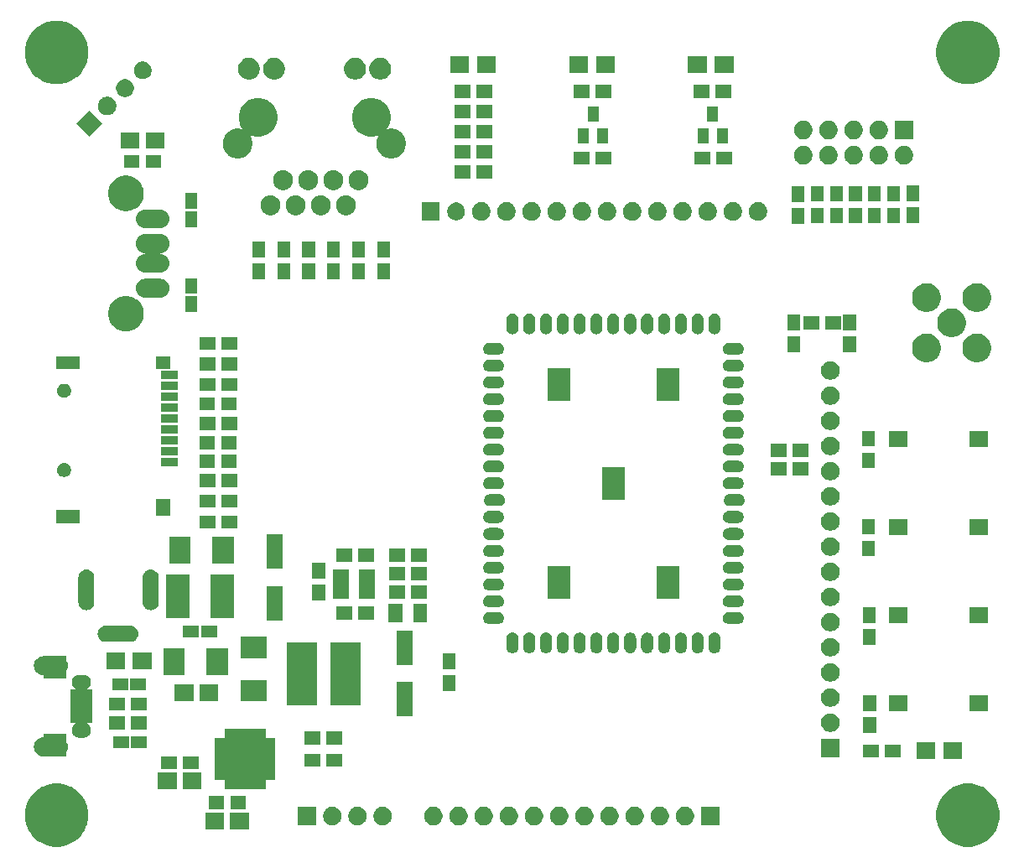
<source format=gts>
G04 #@! TF.GenerationSoftware,KiCad,Pcbnew,(5.0.2)-1*
G04 #@! TF.CreationDate,2019-03-08T09:31:56+07:00*
G04 #@! TF.ProjectId,HY-AI7688H,48592d41-4937-4363-9838-482e6b696361,A*
G04 #@! TF.SameCoordinates,Original*
G04 #@! TF.FileFunction,Soldermask,Top*
G04 #@! TF.FilePolarity,Negative*
%FSLAX46Y46*%
G04 Gerber Fmt 4.6, Leading zero omitted, Abs format (unit mm)*
G04 Created by KiCad (PCBNEW (5.0.2)-1) date 08/03/2019 9:31:56 SA*
%MOMM*%
%LPD*%
G01*
G04 APERTURE LIST*
%ADD10C,0.100000*%
G04 APERTURE END LIST*
D10*
G36*
X167933405Y-112922974D02*
X168345197Y-113093545D01*
X168515768Y-113164197D01*
X168816291Y-113365000D01*
X169039883Y-113514399D01*
X169485601Y-113960117D01*
X169485602Y-113960119D01*
X169835803Y-114484232D01*
X169835803Y-114484233D01*
X170077026Y-115066595D01*
X170200000Y-115684827D01*
X170200000Y-116315173D01*
X170077026Y-116933405D01*
X170042068Y-117017800D01*
X169835803Y-117515768D01*
X169602862Y-117864389D01*
X169485601Y-118039883D01*
X169039883Y-118485601D01*
X168864389Y-118602862D01*
X168515768Y-118835803D01*
X168345197Y-118906455D01*
X167933405Y-119077026D01*
X167315173Y-119200000D01*
X166684827Y-119200000D01*
X166066595Y-119077026D01*
X165654803Y-118906455D01*
X165484232Y-118835803D01*
X165135611Y-118602862D01*
X164960117Y-118485601D01*
X164514399Y-118039883D01*
X164397138Y-117864389D01*
X164164197Y-117515768D01*
X163957932Y-117017800D01*
X163922974Y-116933405D01*
X163800000Y-116315173D01*
X163800000Y-115684827D01*
X163922974Y-115066595D01*
X164164197Y-114484233D01*
X164164197Y-114484232D01*
X164514398Y-113960119D01*
X164514399Y-113960117D01*
X164960117Y-113514399D01*
X165183709Y-113365000D01*
X165484232Y-113164197D01*
X165654803Y-113093545D01*
X166066595Y-112922974D01*
X166684827Y-112800000D01*
X167315173Y-112800000D01*
X167933405Y-112922974D01*
X167933405Y-112922974D01*
G37*
G36*
X75933405Y-112922974D02*
X76345197Y-113093545D01*
X76515768Y-113164197D01*
X76816291Y-113365000D01*
X77039883Y-113514399D01*
X77485601Y-113960117D01*
X77485602Y-113960119D01*
X77835803Y-114484232D01*
X77835803Y-114484233D01*
X78077026Y-115066595D01*
X78200000Y-115684827D01*
X78200000Y-116315173D01*
X78077026Y-116933405D01*
X78042068Y-117017800D01*
X77835803Y-117515768D01*
X77602862Y-117864389D01*
X77485601Y-118039883D01*
X77039883Y-118485601D01*
X76864389Y-118602862D01*
X76515768Y-118835803D01*
X76345197Y-118906455D01*
X75933405Y-119077026D01*
X75315173Y-119200000D01*
X74684827Y-119200000D01*
X74066595Y-119077026D01*
X73654803Y-118906455D01*
X73484232Y-118835803D01*
X73135611Y-118602862D01*
X72960117Y-118485601D01*
X72514399Y-118039883D01*
X72397138Y-117864389D01*
X72164197Y-117515768D01*
X71957932Y-117017800D01*
X71922974Y-116933405D01*
X71800000Y-116315173D01*
X71800000Y-115684827D01*
X71922974Y-115066595D01*
X72164197Y-114484233D01*
X72164197Y-114484232D01*
X72514398Y-113960119D01*
X72514399Y-113960117D01*
X72960117Y-113514399D01*
X73183709Y-113365000D01*
X73484232Y-113164197D01*
X73654803Y-113093545D01*
X74066595Y-112922974D01*
X74684827Y-112800000D01*
X75315173Y-112800000D01*
X75933405Y-112922974D01*
X75933405Y-112922974D01*
G37*
G36*
X94400000Y-117425000D02*
X92500000Y-117425000D01*
X92500000Y-115775000D01*
X94400000Y-115775000D01*
X94400000Y-117425000D01*
X94400000Y-117425000D01*
G37*
G36*
X91900000Y-117425000D02*
X90000000Y-117425000D01*
X90000000Y-115775000D01*
X91900000Y-115775000D01*
X91900000Y-117425000D01*
X91900000Y-117425000D01*
G37*
G36*
X115844129Y-115174316D02*
X116015162Y-115245160D01*
X116076649Y-115286244D01*
X116169090Y-115348011D01*
X116299989Y-115478910D01*
X116361756Y-115571351D01*
X116402840Y-115632838D01*
X116473684Y-115803871D01*
X116509800Y-115985438D01*
X116509800Y-116170562D01*
X116473684Y-116352129D01*
X116402840Y-116523162D01*
X116361756Y-116584649D01*
X116299989Y-116677090D01*
X116169090Y-116807989D01*
X116076649Y-116869756D01*
X116015162Y-116910840D01*
X115844129Y-116981684D01*
X115662563Y-117017800D01*
X115477437Y-117017800D01*
X115295871Y-116981684D01*
X115124838Y-116910840D01*
X115063351Y-116869756D01*
X114970910Y-116807989D01*
X114840011Y-116677090D01*
X114778244Y-116584649D01*
X114737160Y-116523162D01*
X114666316Y-116352129D01*
X114630200Y-116170562D01*
X114630200Y-115985438D01*
X114666316Y-115803871D01*
X114737160Y-115632838D01*
X114778244Y-115571351D01*
X114840011Y-115478910D01*
X114970910Y-115348011D01*
X115063351Y-115286244D01*
X115124838Y-115245160D01*
X115295871Y-115174316D01*
X115477437Y-115138200D01*
X115662563Y-115138200D01*
X115844129Y-115174316D01*
X115844129Y-115174316D01*
G37*
G36*
X123464129Y-115174316D02*
X123635162Y-115245160D01*
X123696649Y-115286244D01*
X123789090Y-115348011D01*
X123919989Y-115478910D01*
X123981756Y-115571351D01*
X124022840Y-115632838D01*
X124093684Y-115803871D01*
X124129800Y-115985438D01*
X124129800Y-116170562D01*
X124093684Y-116352129D01*
X124022840Y-116523162D01*
X123981756Y-116584649D01*
X123919989Y-116677090D01*
X123789090Y-116807989D01*
X123696649Y-116869756D01*
X123635162Y-116910840D01*
X123464129Y-116981684D01*
X123282563Y-117017800D01*
X123097437Y-117017800D01*
X122915871Y-116981684D01*
X122744838Y-116910840D01*
X122683351Y-116869756D01*
X122590910Y-116807989D01*
X122460011Y-116677090D01*
X122398244Y-116584649D01*
X122357160Y-116523162D01*
X122286316Y-116352129D01*
X122250200Y-116170562D01*
X122250200Y-115985438D01*
X122286316Y-115803871D01*
X122357160Y-115632838D01*
X122398244Y-115571351D01*
X122460011Y-115478910D01*
X122590910Y-115348011D01*
X122683351Y-115286244D01*
X122744838Y-115245160D01*
X122915871Y-115174316D01*
X123097437Y-115138200D01*
X123282563Y-115138200D01*
X123464129Y-115174316D01*
X123464129Y-115174316D01*
G37*
G36*
X108184129Y-115174316D02*
X108355162Y-115245160D01*
X108416649Y-115286244D01*
X108509090Y-115348011D01*
X108639989Y-115478910D01*
X108701756Y-115571351D01*
X108742840Y-115632838D01*
X108813684Y-115803871D01*
X108849800Y-115985438D01*
X108849800Y-116170562D01*
X108813684Y-116352129D01*
X108742840Y-116523162D01*
X108701756Y-116584649D01*
X108639989Y-116677090D01*
X108509090Y-116807989D01*
X108416649Y-116869756D01*
X108355162Y-116910840D01*
X108184129Y-116981684D01*
X108002563Y-117017800D01*
X107817437Y-117017800D01*
X107635871Y-116981684D01*
X107464838Y-116910840D01*
X107403351Y-116869756D01*
X107310910Y-116807989D01*
X107180011Y-116677090D01*
X107118244Y-116584649D01*
X107077160Y-116523162D01*
X107006316Y-116352129D01*
X106970200Y-116170562D01*
X106970200Y-115985438D01*
X107006316Y-115803871D01*
X107077160Y-115632838D01*
X107118244Y-115571351D01*
X107180011Y-115478910D01*
X107310910Y-115348011D01*
X107403351Y-115286244D01*
X107464838Y-115245160D01*
X107635871Y-115174316D01*
X107817437Y-115138200D01*
X108002563Y-115138200D01*
X108184129Y-115174316D01*
X108184129Y-115174316D01*
G37*
G36*
X105644129Y-115174316D02*
X105815162Y-115245160D01*
X105876649Y-115286244D01*
X105969090Y-115348011D01*
X106099989Y-115478910D01*
X106161756Y-115571351D01*
X106202840Y-115632838D01*
X106273684Y-115803871D01*
X106309800Y-115985438D01*
X106309800Y-116170562D01*
X106273684Y-116352129D01*
X106202840Y-116523162D01*
X106161756Y-116584649D01*
X106099989Y-116677090D01*
X105969090Y-116807989D01*
X105876649Y-116869756D01*
X105815162Y-116910840D01*
X105644129Y-116981684D01*
X105462563Y-117017800D01*
X105277437Y-117017800D01*
X105095871Y-116981684D01*
X104924838Y-116910840D01*
X104863351Y-116869756D01*
X104770910Y-116807989D01*
X104640011Y-116677090D01*
X104578244Y-116584649D01*
X104537160Y-116523162D01*
X104466316Y-116352129D01*
X104430200Y-116170562D01*
X104430200Y-115985438D01*
X104466316Y-115803871D01*
X104537160Y-115632838D01*
X104578244Y-115571351D01*
X104640011Y-115478910D01*
X104770910Y-115348011D01*
X104863351Y-115286244D01*
X104924838Y-115245160D01*
X105095871Y-115174316D01*
X105277437Y-115138200D01*
X105462563Y-115138200D01*
X105644129Y-115174316D01*
X105644129Y-115174316D01*
G37*
G36*
X103104129Y-115174316D02*
X103275162Y-115245160D01*
X103336649Y-115286244D01*
X103429090Y-115348011D01*
X103559989Y-115478910D01*
X103621756Y-115571351D01*
X103662840Y-115632838D01*
X103733684Y-115803871D01*
X103769800Y-115985438D01*
X103769800Y-116170562D01*
X103733684Y-116352129D01*
X103662840Y-116523162D01*
X103621756Y-116584649D01*
X103559989Y-116677090D01*
X103429090Y-116807989D01*
X103336649Y-116869756D01*
X103275162Y-116910840D01*
X103104129Y-116981684D01*
X102922563Y-117017800D01*
X102737437Y-117017800D01*
X102555871Y-116981684D01*
X102384838Y-116910840D01*
X102323351Y-116869756D01*
X102230910Y-116807989D01*
X102100011Y-116677090D01*
X102038244Y-116584649D01*
X101997160Y-116523162D01*
X101926316Y-116352129D01*
X101890200Y-116170562D01*
X101890200Y-115985438D01*
X101926316Y-115803871D01*
X101997160Y-115632838D01*
X102038244Y-115571351D01*
X102100011Y-115478910D01*
X102230910Y-115348011D01*
X102323351Y-115286244D01*
X102384838Y-115245160D01*
X102555871Y-115174316D01*
X102737437Y-115138200D01*
X102922563Y-115138200D01*
X103104129Y-115174316D01*
X103104129Y-115174316D01*
G37*
G36*
X101229800Y-117017800D02*
X99350200Y-117017800D01*
X99350200Y-115138200D01*
X101229800Y-115138200D01*
X101229800Y-117017800D01*
X101229800Y-117017800D01*
G37*
G36*
X133624129Y-115174316D02*
X133795162Y-115245160D01*
X133856649Y-115286244D01*
X133949090Y-115348011D01*
X134079989Y-115478910D01*
X134141756Y-115571351D01*
X134182840Y-115632838D01*
X134253684Y-115803871D01*
X134289800Y-115985438D01*
X134289800Y-116170562D01*
X134253684Y-116352129D01*
X134182840Y-116523162D01*
X134141756Y-116584649D01*
X134079989Y-116677090D01*
X133949090Y-116807989D01*
X133856649Y-116869756D01*
X133795162Y-116910840D01*
X133624129Y-116981684D01*
X133442563Y-117017800D01*
X133257437Y-117017800D01*
X133075871Y-116981684D01*
X132904838Y-116910840D01*
X132843351Y-116869756D01*
X132750910Y-116807989D01*
X132620011Y-116677090D01*
X132558244Y-116584649D01*
X132517160Y-116523162D01*
X132446316Y-116352129D01*
X132410200Y-116170562D01*
X132410200Y-115985438D01*
X132446316Y-115803871D01*
X132517160Y-115632838D01*
X132558244Y-115571351D01*
X132620011Y-115478910D01*
X132750910Y-115348011D01*
X132843351Y-115286244D01*
X132904838Y-115245160D01*
X133075871Y-115174316D01*
X133257437Y-115138200D01*
X133442563Y-115138200D01*
X133624129Y-115174316D01*
X133624129Y-115174316D01*
G37*
G36*
X136164129Y-115174316D02*
X136335162Y-115245160D01*
X136396649Y-115286244D01*
X136489090Y-115348011D01*
X136619989Y-115478910D01*
X136681756Y-115571351D01*
X136722840Y-115632838D01*
X136793684Y-115803871D01*
X136829800Y-115985438D01*
X136829800Y-116170562D01*
X136793684Y-116352129D01*
X136722840Y-116523162D01*
X136681756Y-116584649D01*
X136619989Y-116677090D01*
X136489090Y-116807989D01*
X136396649Y-116869756D01*
X136335162Y-116910840D01*
X136164129Y-116981684D01*
X135982563Y-117017800D01*
X135797437Y-117017800D01*
X135615871Y-116981684D01*
X135444838Y-116910840D01*
X135383351Y-116869756D01*
X135290910Y-116807989D01*
X135160011Y-116677090D01*
X135098244Y-116584649D01*
X135057160Y-116523162D01*
X134986316Y-116352129D01*
X134950200Y-116170562D01*
X134950200Y-115985438D01*
X134986316Y-115803871D01*
X135057160Y-115632838D01*
X135098244Y-115571351D01*
X135160011Y-115478910D01*
X135290910Y-115348011D01*
X135383351Y-115286244D01*
X135444838Y-115245160D01*
X135615871Y-115174316D01*
X135797437Y-115138200D01*
X135982563Y-115138200D01*
X136164129Y-115174316D01*
X136164129Y-115174316D01*
G37*
G36*
X138704129Y-115174316D02*
X138875162Y-115245160D01*
X138936649Y-115286244D01*
X139029090Y-115348011D01*
X139159989Y-115478910D01*
X139221756Y-115571351D01*
X139262840Y-115632838D01*
X139333684Y-115803871D01*
X139369800Y-115985438D01*
X139369800Y-116170562D01*
X139333684Y-116352129D01*
X139262840Y-116523162D01*
X139221756Y-116584649D01*
X139159989Y-116677090D01*
X139029090Y-116807989D01*
X138936649Y-116869756D01*
X138875162Y-116910840D01*
X138704129Y-116981684D01*
X138522563Y-117017800D01*
X138337437Y-117017800D01*
X138155871Y-116981684D01*
X137984838Y-116910840D01*
X137923351Y-116869756D01*
X137830910Y-116807989D01*
X137700011Y-116677090D01*
X137638244Y-116584649D01*
X137597160Y-116523162D01*
X137526316Y-116352129D01*
X137490200Y-116170562D01*
X137490200Y-115985438D01*
X137526316Y-115803871D01*
X137597160Y-115632838D01*
X137638244Y-115571351D01*
X137700011Y-115478910D01*
X137830910Y-115348011D01*
X137923351Y-115286244D01*
X137984838Y-115245160D01*
X138155871Y-115174316D01*
X138337437Y-115138200D01*
X138522563Y-115138200D01*
X138704129Y-115174316D01*
X138704129Y-115174316D01*
G37*
G36*
X131084129Y-115174316D02*
X131255162Y-115245160D01*
X131316649Y-115286244D01*
X131409090Y-115348011D01*
X131539989Y-115478910D01*
X131601756Y-115571351D01*
X131642840Y-115632838D01*
X131713684Y-115803871D01*
X131749800Y-115985438D01*
X131749800Y-116170562D01*
X131713684Y-116352129D01*
X131642840Y-116523162D01*
X131601756Y-116584649D01*
X131539989Y-116677090D01*
X131409090Y-116807989D01*
X131316649Y-116869756D01*
X131255162Y-116910840D01*
X131084129Y-116981684D01*
X130902563Y-117017800D01*
X130717437Y-117017800D01*
X130535871Y-116981684D01*
X130364838Y-116910840D01*
X130303351Y-116869756D01*
X130210910Y-116807989D01*
X130080011Y-116677090D01*
X130018244Y-116584649D01*
X129977160Y-116523162D01*
X129906316Y-116352129D01*
X129870200Y-116170562D01*
X129870200Y-115985438D01*
X129906316Y-115803871D01*
X129977160Y-115632838D01*
X130018244Y-115571351D01*
X130080011Y-115478910D01*
X130210910Y-115348011D01*
X130303351Y-115286244D01*
X130364838Y-115245160D01*
X130535871Y-115174316D01*
X130717437Y-115138200D01*
X130902563Y-115138200D01*
X131084129Y-115174316D01*
X131084129Y-115174316D01*
G37*
G36*
X141909800Y-117017800D02*
X140030200Y-117017800D01*
X140030200Y-115138200D01*
X141909800Y-115138200D01*
X141909800Y-117017800D01*
X141909800Y-117017800D01*
G37*
G36*
X113304129Y-115174316D02*
X113475162Y-115245160D01*
X113536649Y-115286244D01*
X113629090Y-115348011D01*
X113759989Y-115478910D01*
X113821756Y-115571351D01*
X113862840Y-115632838D01*
X113933684Y-115803871D01*
X113969800Y-115985438D01*
X113969800Y-116170562D01*
X113933684Y-116352129D01*
X113862840Y-116523162D01*
X113821756Y-116584649D01*
X113759989Y-116677090D01*
X113629090Y-116807989D01*
X113536649Y-116869756D01*
X113475162Y-116910840D01*
X113304129Y-116981684D01*
X113122563Y-117017800D01*
X112937437Y-117017800D01*
X112755871Y-116981684D01*
X112584838Y-116910840D01*
X112523351Y-116869756D01*
X112430910Y-116807989D01*
X112300011Y-116677090D01*
X112238244Y-116584649D01*
X112197160Y-116523162D01*
X112126316Y-116352129D01*
X112090200Y-116170562D01*
X112090200Y-115985438D01*
X112126316Y-115803871D01*
X112197160Y-115632838D01*
X112238244Y-115571351D01*
X112300011Y-115478910D01*
X112430910Y-115348011D01*
X112523351Y-115286244D01*
X112584838Y-115245160D01*
X112755871Y-115174316D01*
X112937437Y-115138200D01*
X113122563Y-115138200D01*
X113304129Y-115174316D01*
X113304129Y-115174316D01*
G37*
G36*
X118384129Y-115174316D02*
X118555162Y-115245160D01*
X118616649Y-115286244D01*
X118709090Y-115348011D01*
X118839989Y-115478910D01*
X118901756Y-115571351D01*
X118942840Y-115632838D01*
X119013684Y-115803871D01*
X119049800Y-115985438D01*
X119049800Y-116170562D01*
X119013684Y-116352129D01*
X118942840Y-116523162D01*
X118901756Y-116584649D01*
X118839989Y-116677090D01*
X118709090Y-116807989D01*
X118616649Y-116869756D01*
X118555162Y-116910840D01*
X118384129Y-116981684D01*
X118202563Y-117017800D01*
X118017437Y-117017800D01*
X117835871Y-116981684D01*
X117664838Y-116910840D01*
X117603351Y-116869756D01*
X117510910Y-116807989D01*
X117380011Y-116677090D01*
X117318244Y-116584649D01*
X117277160Y-116523162D01*
X117206316Y-116352129D01*
X117170200Y-116170562D01*
X117170200Y-115985438D01*
X117206316Y-115803871D01*
X117277160Y-115632838D01*
X117318244Y-115571351D01*
X117380011Y-115478910D01*
X117510910Y-115348011D01*
X117603351Y-115286244D01*
X117664838Y-115245160D01*
X117835871Y-115174316D01*
X118017437Y-115138200D01*
X118202563Y-115138200D01*
X118384129Y-115174316D01*
X118384129Y-115174316D01*
G37*
G36*
X120924129Y-115174316D02*
X121095162Y-115245160D01*
X121156649Y-115286244D01*
X121249090Y-115348011D01*
X121379989Y-115478910D01*
X121441756Y-115571351D01*
X121482840Y-115632838D01*
X121553684Y-115803871D01*
X121589800Y-115985438D01*
X121589800Y-116170562D01*
X121553684Y-116352129D01*
X121482840Y-116523162D01*
X121441756Y-116584649D01*
X121379989Y-116677090D01*
X121249090Y-116807989D01*
X121156649Y-116869756D01*
X121095162Y-116910840D01*
X120924129Y-116981684D01*
X120742563Y-117017800D01*
X120557437Y-117017800D01*
X120375871Y-116981684D01*
X120204838Y-116910840D01*
X120143351Y-116869756D01*
X120050910Y-116807989D01*
X119920011Y-116677090D01*
X119858244Y-116584649D01*
X119817160Y-116523162D01*
X119746316Y-116352129D01*
X119710200Y-116170562D01*
X119710200Y-115985438D01*
X119746316Y-115803871D01*
X119817160Y-115632838D01*
X119858244Y-115571351D01*
X119920011Y-115478910D01*
X120050910Y-115348011D01*
X120143351Y-115286244D01*
X120204838Y-115245160D01*
X120375871Y-115174316D01*
X120557437Y-115138200D01*
X120742563Y-115138200D01*
X120924129Y-115174316D01*
X120924129Y-115174316D01*
G37*
G36*
X126004129Y-115174316D02*
X126175162Y-115245160D01*
X126236649Y-115286244D01*
X126329090Y-115348011D01*
X126459989Y-115478910D01*
X126521756Y-115571351D01*
X126562840Y-115632838D01*
X126633684Y-115803871D01*
X126669800Y-115985438D01*
X126669800Y-116170562D01*
X126633684Y-116352129D01*
X126562840Y-116523162D01*
X126521756Y-116584649D01*
X126459989Y-116677090D01*
X126329090Y-116807989D01*
X126236649Y-116869756D01*
X126175162Y-116910840D01*
X126004129Y-116981684D01*
X125822563Y-117017800D01*
X125637437Y-117017800D01*
X125455871Y-116981684D01*
X125284838Y-116910840D01*
X125223351Y-116869756D01*
X125130910Y-116807989D01*
X125000011Y-116677090D01*
X124938244Y-116584649D01*
X124897160Y-116523162D01*
X124826316Y-116352129D01*
X124790200Y-116170562D01*
X124790200Y-115985438D01*
X124826316Y-115803871D01*
X124897160Y-115632838D01*
X124938244Y-115571351D01*
X125000011Y-115478910D01*
X125130910Y-115348011D01*
X125223351Y-115286244D01*
X125284838Y-115245160D01*
X125455871Y-115174316D01*
X125637437Y-115138200D01*
X125822563Y-115138200D01*
X126004129Y-115174316D01*
X126004129Y-115174316D01*
G37*
G36*
X128544129Y-115174316D02*
X128715162Y-115245160D01*
X128776649Y-115286244D01*
X128869090Y-115348011D01*
X128999989Y-115478910D01*
X129061756Y-115571351D01*
X129102840Y-115632838D01*
X129173684Y-115803871D01*
X129209800Y-115985438D01*
X129209800Y-116170562D01*
X129173684Y-116352129D01*
X129102840Y-116523162D01*
X129061756Y-116584649D01*
X128999989Y-116677090D01*
X128869090Y-116807989D01*
X128776649Y-116869756D01*
X128715162Y-116910840D01*
X128544129Y-116981684D01*
X128362563Y-117017800D01*
X128177437Y-117017800D01*
X127995871Y-116981684D01*
X127824838Y-116910840D01*
X127763351Y-116869756D01*
X127670910Y-116807989D01*
X127540011Y-116677090D01*
X127478244Y-116584649D01*
X127437160Y-116523162D01*
X127366316Y-116352129D01*
X127330200Y-116170562D01*
X127330200Y-115985438D01*
X127366316Y-115803871D01*
X127437160Y-115632838D01*
X127478244Y-115571351D01*
X127540011Y-115478910D01*
X127670910Y-115348011D01*
X127763351Y-115286244D01*
X127824838Y-115245160D01*
X127995871Y-115174316D01*
X128177437Y-115138200D01*
X128362563Y-115138200D01*
X128544129Y-115174316D01*
X128544129Y-115174316D01*
G37*
G36*
X91930000Y-115380000D02*
X90330000Y-115380000D01*
X90330000Y-114080000D01*
X91930000Y-114080000D01*
X91930000Y-115380000D01*
X91930000Y-115380000D01*
G37*
G36*
X94130000Y-115380000D02*
X92530000Y-115380000D01*
X92530000Y-114080000D01*
X94130000Y-114080000D01*
X94130000Y-115380000D01*
X94130000Y-115380000D01*
G37*
G36*
X96122500Y-108202500D02*
X96123461Y-108212255D01*
X96126306Y-108221634D01*
X96130927Y-108230279D01*
X96137145Y-108237855D01*
X96144721Y-108244073D01*
X96153366Y-108248694D01*
X96162745Y-108251539D01*
X96172500Y-108252500D01*
X97087500Y-108252500D01*
X97087500Y-112422500D01*
X96172500Y-112422500D01*
X96162745Y-112423461D01*
X96153366Y-112426306D01*
X96144721Y-112430927D01*
X96137145Y-112437145D01*
X96130927Y-112444721D01*
X96126306Y-112453366D01*
X96123461Y-112462745D01*
X96122500Y-112472500D01*
X96122500Y-113387500D01*
X91952500Y-113387500D01*
X91952500Y-112472500D01*
X91951539Y-112462745D01*
X91948694Y-112453366D01*
X91944073Y-112444721D01*
X91937855Y-112437145D01*
X91930279Y-112430927D01*
X91921634Y-112426306D01*
X91912255Y-112423461D01*
X91902500Y-112422500D01*
X90987500Y-112422500D01*
X90987500Y-108252500D01*
X91902500Y-108252500D01*
X91912255Y-108251539D01*
X91921634Y-108248694D01*
X91930279Y-108244073D01*
X91937855Y-108237855D01*
X91944073Y-108230279D01*
X91948694Y-108221634D01*
X91951539Y-108212255D01*
X91952500Y-108202500D01*
X91952500Y-107287500D01*
X96122500Y-107287500D01*
X96122500Y-108202500D01*
X96122500Y-108202500D01*
G37*
G36*
X87140000Y-113365000D02*
X85240000Y-113365000D01*
X85240000Y-111715000D01*
X87140000Y-111715000D01*
X87140000Y-113365000D01*
X87140000Y-113365000D01*
G37*
G36*
X89640000Y-113365000D02*
X87740000Y-113365000D01*
X87740000Y-111715000D01*
X89640000Y-111715000D01*
X89640000Y-113365000D01*
X89640000Y-113365000D01*
G37*
G36*
X89320000Y-111360000D02*
X87720000Y-111360000D01*
X87720000Y-110060000D01*
X89320000Y-110060000D01*
X89320000Y-111360000D01*
X89320000Y-111360000D01*
G37*
G36*
X87120000Y-111360000D02*
X85520000Y-111360000D01*
X85520000Y-110060000D01*
X87120000Y-110060000D01*
X87120000Y-111360000D01*
X87120000Y-111360000D01*
G37*
G36*
X101650000Y-111120000D02*
X100050000Y-111120000D01*
X100050000Y-109820000D01*
X101650000Y-109820000D01*
X101650000Y-111120000D01*
X101650000Y-111120000D01*
G37*
G36*
X103850000Y-111120000D02*
X102250000Y-111120000D01*
X102250000Y-109820000D01*
X103850000Y-109820000D01*
X103850000Y-111120000D01*
X103850000Y-111120000D01*
G37*
G36*
X166420000Y-110360000D02*
X164520000Y-110360000D01*
X164520000Y-108660000D01*
X166420000Y-108660000D01*
X166420000Y-110360000D01*
X166420000Y-110360000D01*
G37*
G36*
X163720000Y-110360000D02*
X161820000Y-110360000D01*
X161820000Y-108660000D01*
X163720000Y-108660000D01*
X163720000Y-110360000D01*
X163720000Y-110360000D01*
G37*
G36*
X157980000Y-110160000D02*
X156380000Y-110160000D01*
X156380000Y-108860000D01*
X157980000Y-108860000D01*
X157980000Y-110160000D01*
X157980000Y-110160000D01*
G37*
G36*
X160180000Y-110160000D02*
X158580000Y-110160000D01*
X158580000Y-108860000D01*
X160180000Y-108860000D01*
X160180000Y-110160000D01*
X160180000Y-110160000D01*
G37*
G36*
X154060800Y-110144800D02*
X152181200Y-110144800D01*
X152181200Y-108265200D01*
X154060800Y-108265200D01*
X154060800Y-110144800D01*
X154060800Y-110144800D01*
G37*
G36*
X75975000Y-108578239D02*
X75975961Y-108587994D01*
X75978806Y-108597373D01*
X75980899Y-108601798D01*
X76051932Y-108734692D01*
X76106254Y-108913768D01*
X76124596Y-109100000D01*
X76106254Y-109286232D01*
X76051932Y-109465308D01*
X75980902Y-109598196D01*
X75977153Y-109607247D01*
X75975241Y-109616860D01*
X75975000Y-109621761D01*
X75975000Y-110100000D01*
X73675000Y-110100000D01*
X73674039Y-110090245D01*
X73671194Y-110080866D01*
X73666573Y-110072221D01*
X73660355Y-110064645D01*
X73652779Y-110058427D01*
X73644134Y-110053806D01*
X73634755Y-110050961D01*
X73625000Y-110050000D01*
X73623334Y-110050000D01*
X73483768Y-110036254D01*
X73304692Y-109981932D01*
X73139657Y-109893719D01*
X73139655Y-109893718D01*
X72994999Y-109775001D01*
X72876282Y-109630345D01*
X72788068Y-109465308D01*
X72733746Y-109286232D01*
X72715404Y-109100000D01*
X72733746Y-108913768D01*
X72788068Y-108734692D01*
X72876282Y-108569655D01*
X72994999Y-108424999D01*
X73139655Y-108306282D01*
X73304692Y-108218068D01*
X73483768Y-108163746D01*
X73623334Y-108150000D01*
X73625000Y-108150000D01*
X73634755Y-108149039D01*
X73644134Y-108146194D01*
X73652779Y-108141573D01*
X73660355Y-108135355D01*
X73666573Y-108127779D01*
X73671194Y-108119134D01*
X73674039Y-108109755D01*
X73675000Y-108100000D01*
X73675000Y-107800000D01*
X75975000Y-107800000D01*
X75975000Y-108578239D01*
X75975000Y-108578239D01*
G37*
G36*
X82290000Y-109220000D02*
X80690000Y-109220000D01*
X80690000Y-108020000D01*
X82290000Y-108020000D01*
X82290000Y-109220000D01*
X82290000Y-109220000D01*
G37*
G36*
X84090000Y-109220000D02*
X82490000Y-109220000D01*
X82490000Y-108020000D01*
X84090000Y-108020000D01*
X84090000Y-109220000D01*
X84090000Y-109220000D01*
G37*
G36*
X103830000Y-108860000D02*
X102230000Y-108860000D01*
X102230000Y-107560000D01*
X103830000Y-107560000D01*
X103830000Y-108860000D01*
X103830000Y-108860000D01*
G37*
G36*
X101630000Y-108860000D02*
X100030000Y-108860000D01*
X100030000Y-107560000D01*
X101630000Y-107560000D01*
X101630000Y-108860000D01*
X101630000Y-108860000D01*
G37*
G36*
X77847025Y-101835852D02*
X77988401Y-101878738D01*
X78110280Y-101943884D01*
X78118693Y-101948381D01*
X78232895Y-102042105D01*
X78326619Y-102156307D01*
X78326620Y-102156309D01*
X78396262Y-102286599D01*
X78439148Y-102427975D01*
X78453628Y-102575000D01*
X78439148Y-102722025D01*
X78396262Y-102863401D01*
X78331116Y-102985280D01*
X78326619Y-102993693D01*
X78232895Y-103107895D01*
X78118693Y-103201619D01*
X78110670Y-103205907D01*
X78102526Y-103211349D01*
X78095595Y-103218280D01*
X78090149Y-103226430D01*
X78086398Y-103235485D01*
X78084486Y-103245099D01*
X78084486Y-103254901D01*
X78086398Y-103264514D01*
X78090149Y-103273570D01*
X78095594Y-103281719D01*
X78102525Y-103288650D01*
X78110675Y-103294096D01*
X78119730Y-103297847D01*
X78129344Y-103299759D01*
X78134245Y-103300000D01*
X78575000Y-103300000D01*
X78575000Y-106700000D01*
X78134245Y-106700000D01*
X78124490Y-106700961D01*
X78115111Y-106703806D01*
X78106466Y-106708427D01*
X78098890Y-106714645D01*
X78092672Y-106722221D01*
X78088051Y-106730866D01*
X78085206Y-106740245D01*
X78084245Y-106750000D01*
X78085206Y-106759755D01*
X78088051Y-106769134D01*
X78092672Y-106777779D01*
X78098890Y-106785355D01*
X78106466Y-106791573D01*
X78110665Y-106794090D01*
X78118693Y-106798381D01*
X78232895Y-106892105D01*
X78326619Y-107006307D01*
X78326620Y-107006309D01*
X78396262Y-107136599D01*
X78439148Y-107277975D01*
X78453628Y-107425000D01*
X78439148Y-107572025D01*
X78396262Y-107713401D01*
X78331116Y-107835280D01*
X78326619Y-107843693D01*
X78232895Y-107957895D01*
X78118693Y-108051619D01*
X78118691Y-108051620D01*
X77988401Y-108121262D01*
X77847025Y-108164148D01*
X77736839Y-108175000D01*
X77263161Y-108175000D01*
X77152975Y-108164148D01*
X77011599Y-108121262D01*
X76881309Y-108051620D01*
X76881307Y-108051619D01*
X76767105Y-107957895D01*
X76673381Y-107843693D01*
X76668884Y-107835280D01*
X76603738Y-107713401D01*
X76560852Y-107572025D01*
X76546372Y-107425000D01*
X76560852Y-107277975D01*
X76603738Y-107136599D01*
X76673380Y-107006309D01*
X76673381Y-107006307D01*
X76767105Y-106892105D01*
X76881307Y-106798381D01*
X76889330Y-106794093D01*
X76897474Y-106788651D01*
X76904405Y-106781720D01*
X76909851Y-106773570D01*
X76913602Y-106764515D01*
X76915514Y-106754901D01*
X76915514Y-106745099D01*
X76913602Y-106735486D01*
X76909851Y-106726430D01*
X76904406Y-106718281D01*
X76897475Y-106711350D01*
X76889325Y-106705904D01*
X76880270Y-106702153D01*
X76870656Y-106700241D01*
X76865755Y-106700000D01*
X76425000Y-106700000D01*
X76425000Y-103300000D01*
X76865755Y-103300000D01*
X76875510Y-103299039D01*
X76884889Y-103296194D01*
X76893534Y-103291573D01*
X76901110Y-103285355D01*
X76907328Y-103277779D01*
X76911949Y-103269134D01*
X76914794Y-103259755D01*
X76915755Y-103250000D01*
X76914794Y-103240245D01*
X76911949Y-103230866D01*
X76907328Y-103222221D01*
X76901110Y-103214645D01*
X76893534Y-103208427D01*
X76889335Y-103205910D01*
X76881307Y-103201619D01*
X76767105Y-103107895D01*
X76673381Y-102993693D01*
X76668884Y-102985280D01*
X76603738Y-102863401D01*
X76560852Y-102722025D01*
X76546372Y-102575000D01*
X76560852Y-102427975D01*
X76603738Y-102286599D01*
X76673380Y-102156309D01*
X76673381Y-102156307D01*
X76767105Y-102042105D01*
X76881307Y-101948381D01*
X76889720Y-101943884D01*
X77011599Y-101878738D01*
X77152975Y-101835852D01*
X77263161Y-101825000D01*
X77736839Y-101825000D01*
X77847025Y-101835852D01*
X77847025Y-101835852D01*
G37*
G36*
X157740000Y-107690000D02*
X156440000Y-107690000D01*
X156440000Y-106090000D01*
X157740000Y-106090000D01*
X157740000Y-107690000D01*
X157740000Y-107690000D01*
G37*
G36*
X153395129Y-105761316D02*
X153566162Y-105832160D01*
X153627649Y-105873244D01*
X153720090Y-105935011D01*
X153850989Y-106065910D01*
X153867085Y-106090000D01*
X153953840Y-106219838D01*
X154024684Y-106390871D01*
X154060800Y-106572438D01*
X154060800Y-106757562D01*
X154024684Y-106939129D01*
X153953840Y-107110162D01*
X153936175Y-107136599D01*
X153850989Y-107264090D01*
X153720090Y-107394989D01*
X153627649Y-107456756D01*
X153566162Y-107497840D01*
X153416094Y-107560000D01*
X153395129Y-107568684D01*
X153213563Y-107604800D01*
X153028437Y-107604800D01*
X152846871Y-107568684D01*
X152825906Y-107560000D01*
X152675838Y-107497840D01*
X152614351Y-107456756D01*
X152521910Y-107394989D01*
X152391011Y-107264090D01*
X152305825Y-107136599D01*
X152288160Y-107110162D01*
X152217316Y-106939129D01*
X152181200Y-106757562D01*
X152181200Y-106572438D01*
X152217316Y-106390871D01*
X152288160Y-106219838D01*
X152374915Y-106090000D01*
X152391011Y-106065910D01*
X152521910Y-105935011D01*
X152614351Y-105873244D01*
X152675838Y-105832160D01*
X152846871Y-105761316D01*
X153028437Y-105725200D01*
X153213563Y-105725200D01*
X153395129Y-105761316D01*
X153395129Y-105761316D01*
G37*
G36*
X84110000Y-107340000D02*
X82510000Y-107340000D01*
X82510000Y-106040000D01*
X84110000Y-106040000D01*
X84110000Y-107340000D01*
X84110000Y-107340000D01*
G37*
G36*
X81910000Y-107340000D02*
X80310000Y-107340000D01*
X80310000Y-106040000D01*
X81910000Y-106040000D01*
X81910000Y-107340000D01*
X81910000Y-107340000D01*
G37*
G36*
X110900800Y-106050800D02*
X109299200Y-106050800D01*
X109299200Y-102549200D01*
X110900800Y-102549200D01*
X110900800Y-106050800D01*
X110900800Y-106050800D01*
G37*
G36*
X169003800Y-105492800D02*
X167124200Y-105492800D01*
X167124200Y-103867200D01*
X169003800Y-103867200D01*
X169003800Y-105492800D01*
X169003800Y-105492800D01*
G37*
G36*
X160875800Y-105492800D02*
X158996200Y-105492800D01*
X158996200Y-103867200D01*
X160875800Y-103867200D01*
X160875800Y-105492800D01*
X160875800Y-105492800D01*
G37*
G36*
X157740000Y-105490000D02*
X156440000Y-105490000D01*
X156440000Y-103890000D01*
X157740000Y-103890000D01*
X157740000Y-105490000D01*
X157740000Y-105490000D01*
G37*
G36*
X84090000Y-105450000D02*
X82490000Y-105450000D01*
X82490000Y-104150000D01*
X84090000Y-104150000D01*
X84090000Y-105450000D01*
X84090000Y-105450000D01*
G37*
G36*
X81890000Y-105450000D02*
X80290000Y-105450000D01*
X80290000Y-104150000D01*
X81890000Y-104150000D01*
X81890000Y-105450000D01*
X81890000Y-105450000D01*
G37*
G36*
X153296106Y-103201619D02*
X153395129Y-103221316D01*
X153566162Y-103292160D01*
X153615310Y-103325000D01*
X153720090Y-103395011D01*
X153850989Y-103525910D01*
X153912756Y-103618351D01*
X153953840Y-103679838D01*
X154024684Y-103850871D01*
X154060800Y-104032438D01*
X154060800Y-104217562D01*
X154024684Y-104399129D01*
X153953840Y-104570162D01*
X153912756Y-104631649D01*
X153850989Y-104724090D01*
X153720090Y-104854989D01*
X153627649Y-104916756D01*
X153566162Y-104957840D01*
X153395129Y-105028684D01*
X153213563Y-105064800D01*
X153028437Y-105064800D01*
X152846871Y-105028684D01*
X152675838Y-104957840D01*
X152614351Y-104916756D01*
X152521910Y-104854989D01*
X152391011Y-104724090D01*
X152329244Y-104631649D01*
X152288160Y-104570162D01*
X152217316Y-104399129D01*
X152181200Y-104217562D01*
X152181200Y-104032438D01*
X152217316Y-103850871D01*
X152288160Y-103679838D01*
X152329244Y-103618351D01*
X152391011Y-103525910D01*
X152521910Y-103395011D01*
X152626690Y-103325000D01*
X152675838Y-103292160D01*
X152846871Y-103221316D01*
X152945894Y-103201619D01*
X153028437Y-103185200D01*
X153213563Y-103185200D01*
X153296106Y-103201619D01*
X153296106Y-103201619D01*
G37*
G36*
X105662000Y-104950000D02*
X102638000Y-104950000D01*
X102638000Y-98550000D01*
X105662000Y-98550000D01*
X105662000Y-104950000D01*
X105662000Y-104950000D01*
G37*
G36*
X101262000Y-104950000D02*
X98238000Y-104950000D01*
X98238000Y-98550000D01*
X101262000Y-98550000D01*
X101262000Y-104950000D01*
X101262000Y-104950000D01*
G37*
G36*
X96243000Y-104516000D02*
X93557000Y-104516000D01*
X93557000Y-102338000D01*
X96243000Y-102338000D01*
X96243000Y-104516000D01*
X96243000Y-104516000D01*
G37*
G36*
X91330000Y-104475000D02*
X89430000Y-104475000D01*
X89430000Y-102825000D01*
X91330000Y-102825000D01*
X91330000Y-104475000D01*
X91330000Y-104475000D01*
G37*
G36*
X88830000Y-104475000D02*
X86930000Y-104475000D01*
X86930000Y-102825000D01*
X88830000Y-102825000D01*
X88830000Y-104475000D01*
X88830000Y-104475000D01*
G37*
G36*
X115250000Y-103450000D02*
X113950000Y-103450000D01*
X113950000Y-101850000D01*
X115250000Y-101850000D01*
X115250000Y-103450000D01*
X115250000Y-103450000D01*
G37*
G36*
X82210000Y-103430000D02*
X80610000Y-103430000D01*
X80610000Y-102230000D01*
X82210000Y-102230000D01*
X82210000Y-103430000D01*
X82210000Y-103430000D01*
G37*
G36*
X84010000Y-103430000D02*
X82410000Y-103430000D01*
X82410000Y-102230000D01*
X84010000Y-102230000D01*
X84010000Y-103430000D01*
X84010000Y-103430000D01*
G37*
G36*
X153395129Y-100681316D02*
X153566162Y-100752160D01*
X153627649Y-100793244D01*
X153720090Y-100855011D01*
X153850989Y-100985910D01*
X153912756Y-101078351D01*
X153953840Y-101139838D01*
X153953840Y-101139839D01*
X154024684Y-101310871D01*
X154060800Y-101492437D01*
X154060800Y-101677563D01*
X154031871Y-101823000D01*
X154024684Y-101859129D01*
X153953840Y-102030162D01*
X153912756Y-102091649D01*
X153850989Y-102184090D01*
X153720090Y-102314989D01*
X153627649Y-102376756D01*
X153566162Y-102417840D01*
X153395129Y-102488684D01*
X153213563Y-102524800D01*
X153028437Y-102524800D01*
X152846871Y-102488684D01*
X152675838Y-102417840D01*
X152614351Y-102376756D01*
X152521910Y-102314989D01*
X152391011Y-102184090D01*
X152329244Y-102091649D01*
X152288160Y-102030162D01*
X152217316Y-101859129D01*
X152210129Y-101823000D01*
X152181200Y-101677563D01*
X152181200Y-101492437D01*
X152217316Y-101310871D01*
X152288160Y-101139839D01*
X152288160Y-101139838D01*
X152329244Y-101078351D01*
X152391011Y-100985910D01*
X152521910Y-100855011D01*
X152614351Y-100793244D01*
X152675838Y-100752160D01*
X152846871Y-100681316D01*
X153028437Y-100645200D01*
X153213563Y-100645200D01*
X153395129Y-100681316D01*
X153395129Y-100681316D01*
G37*
G36*
X75975000Y-100378239D02*
X75975961Y-100387994D01*
X75978806Y-100397373D01*
X75980899Y-100401798D01*
X76051932Y-100534692D01*
X76106254Y-100713768D01*
X76124596Y-100900000D01*
X76106254Y-101086232D01*
X76051932Y-101265308D01*
X75980902Y-101398196D01*
X75977153Y-101407247D01*
X75975241Y-101416860D01*
X75975000Y-101421761D01*
X75975000Y-102200000D01*
X73675000Y-102200000D01*
X73675000Y-101900000D01*
X73674039Y-101890245D01*
X73671194Y-101880866D01*
X73666573Y-101872221D01*
X73660355Y-101864645D01*
X73652779Y-101858427D01*
X73644134Y-101853806D01*
X73634755Y-101850961D01*
X73625000Y-101850000D01*
X73623334Y-101850000D01*
X73483768Y-101836254D01*
X73304692Y-101781932D01*
X73139657Y-101693719D01*
X73139655Y-101693718D01*
X72994999Y-101575001D01*
X72876282Y-101430345D01*
X72788068Y-101265308D01*
X72733746Y-101086232D01*
X72715404Y-100900000D01*
X72733746Y-100713768D01*
X72788068Y-100534692D01*
X72876282Y-100369655D01*
X72994999Y-100224999D01*
X73139655Y-100106282D01*
X73304692Y-100018068D01*
X73483768Y-99963746D01*
X73623334Y-99950000D01*
X73625000Y-99950000D01*
X73634755Y-99949039D01*
X73644134Y-99946194D01*
X73652779Y-99941573D01*
X73660355Y-99935355D01*
X73666573Y-99927779D01*
X73671194Y-99919134D01*
X73674039Y-99909755D01*
X73675000Y-99900000D01*
X75975000Y-99900000D01*
X75975000Y-100378239D01*
X75975000Y-100378239D01*
G37*
G36*
X87952000Y-101823000D02*
X85774000Y-101823000D01*
X85774000Y-99137000D01*
X87952000Y-99137000D01*
X87952000Y-101823000D01*
X87952000Y-101823000D01*
G37*
G36*
X92306000Y-101823000D02*
X90128000Y-101823000D01*
X90128000Y-99137000D01*
X92306000Y-99137000D01*
X92306000Y-101823000D01*
X92306000Y-101823000D01*
G37*
G36*
X81900000Y-101310000D02*
X80000000Y-101310000D01*
X80000000Y-99610000D01*
X81900000Y-99610000D01*
X81900000Y-101310000D01*
X81900000Y-101310000D01*
G37*
G36*
X84600000Y-101310000D02*
X82700000Y-101310000D01*
X82700000Y-99610000D01*
X84600000Y-99610000D01*
X84600000Y-101310000D01*
X84600000Y-101310000D01*
G37*
G36*
X115250000Y-101250000D02*
X113950000Y-101250000D01*
X113950000Y-99650000D01*
X115250000Y-99650000D01*
X115250000Y-101250000D01*
X115250000Y-101250000D01*
G37*
G36*
X110900800Y-100850800D02*
X109299200Y-100850800D01*
X109299200Y-97349200D01*
X110900800Y-97349200D01*
X110900800Y-100850800D01*
X110900800Y-100850800D01*
G37*
G36*
X96243000Y-100162000D02*
X93557000Y-100162000D01*
X93557000Y-97984000D01*
X96243000Y-97984000D01*
X96243000Y-100162000D01*
X96243000Y-100162000D01*
G37*
G36*
X153290591Y-98120522D02*
X153395129Y-98141316D01*
X153566162Y-98212160D01*
X153627649Y-98253244D01*
X153720090Y-98315011D01*
X153850989Y-98445910D01*
X153912756Y-98538351D01*
X153953840Y-98599838D01*
X154024684Y-98770871D01*
X154060800Y-98952438D01*
X154060800Y-99137562D01*
X154024684Y-99319129D01*
X153953840Y-99490162D01*
X153912992Y-99551295D01*
X153850989Y-99644090D01*
X153720090Y-99774989D01*
X153627649Y-99836756D01*
X153566162Y-99877840D01*
X153401140Y-99946194D01*
X153395129Y-99948684D01*
X153213563Y-99984800D01*
X153028437Y-99984800D01*
X152846871Y-99948684D01*
X152840860Y-99946194D01*
X152675838Y-99877840D01*
X152614351Y-99836756D01*
X152521910Y-99774989D01*
X152391011Y-99644090D01*
X152329008Y-99551295D01*
X152288160Y-99490162D01*
X152217316Y-99319129D01*
X152181200Y-99137562D01*
X152181200Y-98952438D01*
X152217316Y-98770871D01*
X152288160Y-98599838D01*
X152329244Y-98538351D01*
X152391011Y-98445910D01*
X152521910Y-98315011D01*
X152614351Y-98253244D01*
X152675838Y-98212160D01*
X152846871Y-98141316D01*
X152951409Y-98120522D01*
X153028437Y-98105200D01*
X153213563Y-98105200D01*
X153290591Y-98120522D01*
X153290591Y-98120522D01*
G37*
G36*
X138129620Y-97558681D02*
X138242721Y-97592990D01*
X138346955Y-97648704D01*
X138438317Y-97723683D01*
X138513296Y-97815045D01*
X138569010Y-97919279D01*
X138603319Y-98032380D01*
X138612000Y-98120522D01*
X138612000Y-99079478D01*
X138603319Y-99167620D01*
X138569010Y-99280720D01*
X138569010Y-99280721D01*
X138513296Y-99384955D01*
X138438317Y-99476317D01*
X138346954Y-99551296D01*
X138346952Y-99551297D01*
X138242720Y-99607010D01*
X138129619Y-99641319D01*
X138012000Y-99652903D01*
X137894380Y-99641319D01*
X137781279Y-99607010D01*
X137677045Y-99551296D01*
X137585683Y-99476317D01*
X137510704Y-99384954D01*
X137454990Y-99280720D01*
X137420682Y-99167621D01*
X137420681Y-99167619D01*
X137412000Y-99079477D01*
X137412000Y-98120522D01*
X137420682Y-98032381D01*
X137454991Y-97919279D01*
X137510705Y-97815045D01*
X137585684Y-97723683D01*
X137677046Y-97648704D01*
X137781280Y-97592990D01*
X137894381Y-97558681D01*
X138012000Y-97547097D01*
X138129620Y-97558681D01*
X138129620Y-97558681D01*
G37*
G36*
X122829620Y-97558681D02*
X122942721Y-97592990D01*
X123046955Y-97648704D01*
X123138317Y-97723683D01*
X123213296Y-97815045D01*
X123269010Y-97919279D01*
X123303319Y-98032380D01*
X123312000Y-98120522D01*
X123312000Y-99079478D01*
X123303319Y-99167620D01*
X123269010Y-99280720D01*
X123269010Y-99280721D01*
X123213296Y-99384955D01*
X123138317Y-99476317D01*
X123046954Y-99551296D01*
X123046952Y-99551297D01*
X122942720Y-99607010D01*
X122829619Y-99641319D01*
X122712000Y-99652903D01*
X122594380Y-99641319D01*
X122481279Y-99607010D01*
X122377045Y-99551296D01*
X122285683Y-99476317D01*
X122210704Y-99384954D01*
X122154990Y-99280720D01*
X122120682Y-99167621D01*
X122120681Y-99167619D01*
X122112000Y-99079477D01*
X122112000Y-98120522D01*
X122120682Y-98032381D01*
X122154991Y-97919279D01*
X122210705Y-97815045D01*
X122285684Y-97723683D01*
X122377046Y-97648704D01*
X122481280Y-97592990D01*
X122594381Y-97558681D01*
X122712000Y-97547097D01*
X122829620Y-97558681D01*
X122829620Y-97558681D01*
G37*
G36*
X141529620Y-97558681D02*
X141642721Y-97592990D01*
X141746955Y-97648704D01*
X141838317Y-97723683D01*
X141913296Y-97815045D01*
X141969010Y-97919279D01*
X142003319Y-98032380D01*
X142012000Y-98120522D01*
X142012000Y-99079478D01*
X142003319Y-99167620D01*
X141969010Y-99280720D01*
X141969010Y-99280721D01*
X141913296Y-99384955D01*
X141838317Y-99476317D01*
X141746954Y-99551296D01*
X141746952Y-99551297D01*
X141642720Y-99607010D01*
X141529619Y-99641319D01*
X141412000Y-99652903D01*
X141294380Y-99641319D01*
X141181279Y-99607010D01*
X141077045Y-99551296D01*
X140985683Y-99476317D01*
X140910704Y-99384954D01*
X140854990Y-99280720D01*
X140820682Y-99167621D01*
X140820681Y-99167619D01*
X140812000Y-99079477D01*
X140812000Y-98120522D01*
X140820682Y-98032381D01*
X140854991Y-97919279D01*
X140910705Y-97815045D01*
X140985684Y-97723683D01*
X141077046Y-97648704D01*
X141181280Y-97592990D01*
X141294381Y-97558681D01*
X141412000Y-97547097D01*
X141529620Y-97558681D01*
X141529620Y-97558681D01*
G37*
G36*
X121129620Y-97558681D02*
X121242721Y-97592990D01*
X121346955Y-97648704D01*
X121438317Y-97723683D01*
X121513296Y-97815045D01*
X121569010Y-97919279D01*
X121603319Y-98032380D01*
X121612000Y-98120522D01*
X121612000Y-99079478D01*
X121603319Y-99167620D01*
X121569010Y-99280720D01*
X121569010Y-99280721D01*
X121513296Y-99384955D01*
X121438317Y-99476317D01*
X121346954Y-99551296D01*
X121346952Y-99551297D01*
X121242720Y-99607010D01*
X121129619Y-99641319D01*
X121012000Y-99652903D01*
X120894380Y-99641319D01*
X120781279Y-99607010D01*
X120677045Y-99551296D01*
X120585683Y-99476317D01*
X120510704Y-99384954D01*
X120454990Y-99280720D01*
X120420682Y-99167621D01*
X120420681Y-99167619D01*
X120412000Y-99079477D01*
X120412000Y-98120522D01*
X120420682Y-98032381D01*
X120454991Y-97919279D01*
X120510705Y-97815045D01*
X120585684Y-97723683D01*
X120677046Y-97648704D01*
X120781280Y-97592990D01*
X120894381Y-97558681D01*
X121012000Y-97547097D01*
X121129620Y-97558681D01*
X121129620Y-97558681D01*
G37*
G36*
X139829620Y-97558681D02*
X139942721Y-97592990D01*
X140046955Y-97648704D01*
X140138317Y-97723683D01*
X140213296Y-97815045D01*
X140269010Y-97919279D01*
X140303319Y-98032380D01*
X140312000Y-98120522D01*
X140312000Y-99079478D01*
X140303319Y-99167620D01*
X140269010Y-99280720D01*
X140269010Y-99280721D01*
X140213296Y-99384955D01*
X140138317Y-99476317D01*
X140046954Y-99551296D01*
X140046952Y-99551297D01*
X139942720Y-99607010D01*
X139829619Y-99641319D01*
X139712000Y-99652903D01*
X139594380Y-99641319D01*
X139481279Y-99607010D01*
X139377045Y-99551296D01*
X139285683Y-99476317D01*
X139210704Y-99384954D01*
X139154990Y-99280720D01*
X139120682Y-99167621D01*
X139120681Y-99167619D01*
X139112000Y-99079477D01*
X139112000Y-98120522D01*
X139120682Y-98032381D01*
X139154991Y-97919279D01*
X139210705Y-97815045D01*
X139285684Y-97723683D01*
X139377046Y-97648704D01*
X139481280Y-97592990D01*
X139594381Y-97558681D01*
X139712000Y-97547097D01*
X139829620Y-97558681D01*
X139829620Y-97558681D01*
G37*
G36*
X124529620Y-97558681D02*
X124642721Y-97592990D01*
X124746955Y-97648704D01*
X124838317Y-97723683D01*
X124913296Y-97815045D01*
X124969010Y-97919279D01*
X125003319Y-98032380D01*
X125012000Y-98120522D01*
X125012000Y-99079478D01*
X125003319Y-99167620D01*
X124969010Y-99280720D01*
X124969010Y-99280721D01*
X124913296Y-99384955D01*
X124838317Y-99476317D01*
X124746954Y-99551296D01*
X124746952Y-99551297D01*
X124642720Y-99607010D01*
X124529619Y-99641319D01*
X124412000Y-99652903D01*
X124294380Y-99641319D01*
X124181279Y-99607010D01*
X124077045Y-99551296D01*
X123985683Y-99476317D01*
X123910704Y-99384954D01*
X123854990Y-99280720D01*
X123820682Y-99167621D01*
X123820681Y-99167619D01*
X123812000Y-99079477D01*
X123812000Y-98120522D01*
X123820682Y-98032381D01*
X123854991Y-97919279D01*
X123910705Y-97815045D01*
X123985684Y-97723683D01*
X124077046Y-97648704D01*
X124181280Y-97592990D01*
X124294381Y-97558681D01*
X124412000Y-97547097D01*
X124529620Y-97558681D01*
X124529620Y-97558681D01*
G37*
G36*
X126229620Y-97558681D02*
X126342721Y-97592990D01*
X126446955Y-97648704D01*
X126538317Y-97723683D01*
X126613296Y-97815045D01*
X126669010Y-97919279D01*
X126703319Y-98032380D01*
X126712000Y-98120522D01*
X126712000Y-99079478D01*
X126703319Y-99167620D01*
X126669010Y-99280720D01*
X126669010Y-99280721D01*
X126613296Y-99384955D01*
X126538317Y-99476317D01*
X126446954Y-99551296D01*
X126446952Y-99551297D01*
X126342720Y-99607010D01*
X126229619Y-99641319D01*
X126112000Y-99652903D01*
X125994380Y-99641319D01*
X125881279Y-99607010D01*
X125777045Y-99551296D01*
X125685683Y-99476317D01*
X125610704Y-99384954D01*
X125554990Y-99280720D01*
X125520682Y-99167621D01*
X125520681Y-99167619D01*
X125512000Y-99079477D01*
X125512000Y-98120522D01*
X125520682Y-98032381D01*
X125554991Y-97919279D01*
X125610705Y-97815045D01*
X125685684Y-97723683D01*
X125777046Y-97648704D01*
X125881280Y-97592990D01*
X125994381Y-97558681D01*
X126112000Y-97547097D01*
X126229620Y-97558681D01*
X126229620Y-97558681D01*
G37*
G36*
X127929620Y-97558681D02*
X128042721Y-97592990D01*
X128146955Y-97648704D01*
X128238317Y-97723683D01*
X128313296Y-97815045D01*
X128369010Y-97919279D01*
X128403319Y-98032380D01*
X128412000Y-98120522D01*
X128412000Y-99079478D01*
X128403319Y-99167620D01*
X128369010Y-99280720D01*
X128369010Y-99280721D01*
X128313296Y-99384955D01*
X128238317Y-99476317D01*
X128146954Y-99551296D01*
X128146952Y-99551297D01*
X128042720Y-99607010D01*
X127929619Y-99641319D01*
X127812000Y-99652903D01*
X127694380Y-99641319D01*
X127581279Y-99607010D01*
X127477045Y-99551296D01*
X127385683Y-99476317D01*
X127310704Y-99384954D01*
X127254990Y-99280720D01*
X127220682Y-99167621D01*
X127220681Y-99167619D01*
X127212000Y-99079477D01*
X127212000Y-98120522D01*
X127220682Y-98032381D01*
X127254991Y-97919279D01*
X127310705Y-97815045D01*
X127385684Y-97723683D01*
X127477046Y-97648704D01*
X127581280Y-97592990D01*
X127694381Y-97558681D01*
X127812000Y-97547097D01*
X127929620Y-97558681D01*
X127929620Y-97558681D01*
G37*
G36*
X129629620Y-97558681D02*
X129742721Y-97592990D01*
X129846955Y-97648704D01*
X129938317Y-97723683D01*
X130013296Y-97815045D01*
X130069010Y-97919279D01*
X130103319Y-98032380D01*
X130112000Y-98120522D01*
X130112000Y-99079478D01*
X130103319Y-99167620D01*
X130069010Y-99280720D01*
X130069010Y-99280721D01*
X130013296Y-99384955D01*
X129938317Y-99476317D01*
X129846954Y-99551296D01*
X129846952Y-99551297D01*
X129742720Y-99607010D01*
X129629619Y-99641319D01*
X129512000Y-99652903D01*
X129394380Y-99641319D01*
X129281279Y-99607010D01*
X129177045Y-99551296D01*
X129085683Y-99476317D01*
X129010704Y-99384954D01*
X128954990Y-99280720D01*
X128920682Y-99167621D01*
X128920681Y-99167619D01*
X128912000Y-99079477D01*
X128912000Y-98120522D01*
X128920682Y-98032381D01*
X128954991Y-97919279D01*
X129010705Y-97815045D01*
X129085684Y-97723683D01*
X129177046Y-97648704D01*
X129281280Y-97592990D01*
X129394381Y-97558681D01*
X129512000Y-97547097D01*
X129629620Y-97558681D01*
X129629620Y-97558681D01*
G37*
G36*
X131329620Y-97558681D02*
X131442721Y-97592990D01*
X131546955Y-97648704D01*
X131638317Y-97723683D01*
X131713296Y-97815045D01*
X131769010Y-97919279D01*
X131803319Y-98032380D01*
X131812000Y-98120522D01*
X131812000Y-99079478D01*
X131803319Y-99167620D01*
X131769010Y-99280720D01*
X131769010Y-99280721D01*
X131713296Y-99384955D01*
X131638317Y-99476317D01*
X131546954Y-99551296D01*
X131546952Y-99551297D01*
X131442720Y-99607010D01*
X131329619Y-99641319D01*
X131212000Y-99652903D01*
X131094380Y-99641319D01*
X130981279Y-99607010D01*
X130877045Y-99551296D01*
X130785683Y-99476317D01*
X130710704Y-99384954D01*
X130654990Y-99280720D01*
X130620682Y-99167621D01*
X130620681Y-99167619D01*
X130612000Y-99079477D01*
X130612000Y-98120522D01*
X130620682Y-98032381D01*
X130654991Y-97919279D01*
X130710705Y-97815045D01*
X130785684Y-97723683D01*
X130877046Y-97648704D01*
X130981280Y-97592990D01*
X131094381Y-97558681D01*
X131212000Y-97547097D01*
X131329620Y-97558681D01*
X131329620Y-97558681D01*
G37*
G36*
X133029620Y-97558681D02*
X133142721Y-97592990D01*
X133246955Y-97648704D01*
X133338317Y-97723683D01*
X133413296Y-97815045D01*
X133469010Y-97919279D01*
X133503319Y-98032380D01*
X133512000Y-98120522D01*
X133512000Y-99079478D01*
X133503319Y-99167620D01*
X133469010Y-99280720D01*
X133469010Y-99280721D01*
X133413296Y-99384955D01*
X133338317Y-99476317D01*
X133246954Y-99551296D01*
X133246952Y-99551297D01*
X133142720Y-99607010D01*
X133029619Y-99641319D01*
X132912000Y-99652903D01*
X132794380Y-99641319D01*
X132681279Y-99607010D01*
X132577045Y-99551296D01*
X132485683Y-99476317D01*
X132410704Y-99384954D01*
X132354990Y-99280720D01*
X132320682Y-99167621D01*
X132320681Y-99167619D01*
X132312000Y-99079477D01*
X132312000Y-98120522D01*
X132320682Y-98032381D01*
X132354991Y-97919279D01*
X132410705Y-97815045D01*
X132485684Y-97723683D01*
X132577046Y-97648704D01*
X132681280Y-97592990D01*
X132794381Y-97558681D01*
X132912000Y-97547097D01*
X133029620Y-97558681D01*
X133029620Y-97558681D01*
G37*
G36*
X134729620Y-97558681D02*
X134842721Y-97592990D01*
X134946955Y-97648704D01*
X135038317Y-97723683D01*
X135113296Y-97815045D01*
X135169010Y-97919279D01*
X135203319Y-98032380D01*
X135212000Y-98120522D01*
X135212000Y-99079478D01*
X135203319Y-99167620D01*
X135169010Y-99280720D01*
X135169010Y-99280721D01*
X135113296Y-99384955D01*
X135038317Y-99476317D01*
X134946954Y-99551296D01*
X134946952Y-99551297D01*
X134842720Y-99607010D01*
X134729619Y-99641319D01*
X134612000Y-99652903D01*
X134494380Y-99641319D01*
X134381279Y-99607010D01*
X134277045Y-99551296D01*
X134185683Y-99476317D01*
X134110704Y-99384954D01*
X134054990Y-99280720D01*
X134020682Y-99167621D01*
X134020681Y-99167619D01*
X134012000Y-99079477D01*
X134012000Y-98120522D01*
X134020682Y-98032381D01*
X134054991Y-97919279D01*
X134110705Y-97815045D01*
X134185684Y-97723683D01*
X134277046Y-97648704D01*
X134381280Y-97592990D01*
X134494381Y-97558681D01*
X134612000Y-97547097D01*
X134729620Y-97558681D01*
X134729620Y-97558681D01*
G37*
G36*
X136429620Y-97558681D02*
X136542721Y-97592990D01*
X136646955Y-97648704D01*
X136738317Y-97723683D01*
X136813296Y-97815045D01*
X136869010Y-97919279D01*
X136903319Y-98032380D01*
X136912000Y-98120522D01*
X136912000Y-99079478D01*
X136903319Y-99167620D01*
X136869010Y-99280720D01*
X136869010Y-99280721D01*
X136813296Y-99384955D01*
X136738317Y-99476317D01*
X136646954Y-99551296D01*
X136646952Y-99551297D01*
X136542720Y-99607010D01*
X136429619Y-99641319D01*
X136312000Y-99652903D01*
X136194380Y-99641319D01*
X136081279Y-99607010D01*
X135977045Y-99551296D01*
X135885683Y-99476317D01*
X135810704Y-99384954D01*
X135754990Y-99280720D01*
X135720682Y-99167621D01*
X135720681Y-99167619D01*
X135712000Y-99079477D01*
X135712000Y-98120522D01*
X135720682Y-98032381D01*
X135754991Y-97919279D01*
X135810705Y-97815045D01*
X135885684Y-97723683D01*
X135977046Y-97648704D01*
X136081280Y-97592990D01*
X136194381Y-97558681D01*
X136312000Y-97547097D01*
X136429620Y-97558681D01*
X136429620Y-97558681D01*
G37*
G36*
X157708000Y-98800000D02*
X156408000Y-98800000D01*
X156408000Y-97200000D01*
X157708000Y-97200000D01*
X157708000Y-98800000D01*
X157708000Y-98800000D01*
G37*
G36*
X82602964Y-96905860D02*
X82754858Y-96951936D01*
X82894845Y-97026761D01*
X83017543Y-97127457D01*
X83118239Y-97250155D01*
X83193064Y-97390142D01*
X83239140Y-97542036D01*
X83254698Y-97700000D01*
X83239140Y-97857964D01*
X83193064Y-98009858D01*
X83118239Y-98149845D01*
X83017543Y-98272543D01*
X82894845Y-98373239D01*
X82754858Y-98448064D01*
X82602964Y-98494140D01*
X82484579Y-98505800D01*
X79915421Y-98505800D01*
X79797036Y-98494140D01*
X79645142Y-98448064D01*
X79505155Y-98373239D01*
X79382457Y-98272543D01*
X79281761Y-98149845D01*
X79206936Y-98009858D01*
X79160860Y-97857964D01*
X79145302Y-97700000D01*
X79160860Y-97542036D01*
X79206936Y-97390142D01*
X79281761Y-97250155D01*
X79382457Y-97127457D01*
X79505155Y-97026761D01*
X79645142Y-96951936D01*
X79797036Y-96905860D01*
X79915421Y-96894200D01*
X82484579Y-96894200D01*
X82602964Y-96905860D01*
X82602964Y-96905860D01*
G37*
G36*
X89380000Y-98030000D02*
X87780000Y-98030000D01*
X87780000Y-96830000D01*
X89380000Y-96830000D01*
X89380000Y-98030000D01*
X89380000Y-98030000D01*
G37*
G36*
X91180000Y-98030000D02*
X89580000Y-98030000D01*
X89580000Y-96830000D01*
X91180000Y-96830000D01*
X91180000Y-98030000D01*
X91180000Y-98030000D01*
G37*
G36*
X153381998Y-95598704D02*
X153395129Y-95601316D01*
X153566162Y-95672160D01*
X153627649Y-95713244D01*
X153720090Y-95775011D01*
X153850989Y-95905910D01*
X153902083Y-95982379D01*
X153953840Y-96059838D01*
X154019195Y-96217620D01*
X154024684Y-96230871D01*
X154060800Y-96412437D01*
X154060800Y-96597563D01*
X154060057Y-96601296D01*
X154024684Y-96779129D01*
X153953840Y-96950162D01*
X153912756Y-97011649D01*
X153850989Y-97104090D01*
X153720090Y-97234989D01*
X153627649Y-97296756D01*
X153566162Y-97337840D01*
X153538736Y-97349200D01*
X153395129Y-97408684D01*
X153213563Y-97444800D01*
X153028437Y-97444800D01*
X152846871Y-97408684D01*
X152703264Y-97349200D01*
X152675838Y-97337840D01*
X152614351Y-97296756D01*
X152521910Y-97234989D01*
X152391011Y-97104090D01*
X152329244Y-97011649D01*
X152288160Y-96950162D01*
X152217316Y-96779129D01*
X152181943Y-96601296D01*
X152181200Y-96597563D01*
X152181200Y-96412437D01*
X152217316Y-96230871D01*
X152222805Y-96217620D01*
X152288160Y-96059838D01*
X152339917Y-95982379D01*
X152391011Y-95905910D01*
X152521910Y-95775011D01*
X152614351Y-95713244D01*
X152675838Y-95672160D01*
X152846871Y-95601316D01*
X152860002Y-95598704D01*
X153028437Y-95565200D01*
X153213563Y-95565200D01*
X153381998Y-95598704D01*
X153381998Y-95598704D01*
G37*
G36*
X119679620Y-95508681D02*
X119792721Y-95542990D01*
X119896955Y-95598704D01*
X119988317Y-95673683D01*
X120063296Y-95765045D01*
X120119010Y-95869279D01*
X120153319Y-95982380D01*
X120164903Y-96100000D01*
X120153319Y-96217620D01*
X120119010Y-96330721D01*
X120063296Y-96434955D01*
X119988317Y-96526317D01*
X119896955Y-96601296D01*
X119792721Y-96657010D01*
X119679620Y-96691319D01*
X119591478Y-96700000D01*
X118632522Y-96700000D01*
X118544380Y-96691319D01*
X118431279Y-96657010D01*
X118327045Y-96601296D01*
X118235683Y-96526317D01*
X118160704Y-96434955D01*
X118104990Y-96330721D01*
X118070681Y-96217620D01*
X118059097Y-96100000D01*
X118070681Y-95982380D01*
X118104990Y-95869279D01*
X118160704Y-95765045D01*
X118235683Y-95673683D01*
X118327045Y-95598704D01*
X118431279Y-95542990D01*
X118544380Y-95508681D01*
X118632522Y-95500000D01*
X119591478Y-95500000D01*
X119679620Y-95508681D01*
X119679620Y-95508681D01*
G37*
G36*
X143879620Y-95508681D02*
X143992721Y-95542990D01*
X144096955Y-95598704D01*
X144188317Y-95673683D01*
X144263296Y-95765045D01*
X144319010Y-95869279D01*
X144353319Y-95982380D01*
X144364903Y-96100000D01*
X144353319Y-96217620D01*
X144319010Y-96330721D01*
X144263296Y-96434955D01*
X144188317Y-96526317D01*
X144096955Y-96601296D01*
X143992721Y-96657010D01*
X143879620Y-96691319D01*
X143791478Y-96700000D01*
X142832522Y-96700000D01*
X142744380Y-96691319D01*
X142631279Y-96657010D01*
X142527045Y-96601296D01*
X142435683Y-96526317D01*
X142360704Y-96434955D01*
X142304990Y-96330721D01*
X142270681Y-96217620D01*
X142259097Y-96100000D01*
X142270681Y-95982380D01*
X142304990Y-95869279D01*
X142360704Y-95765045D01*
X142435683Y-95673683D01*
X142527045Y-95598704D01*
X142631279Y-95542990D01*
X142744380Y-95508681D01*
X142832522Y-95500000D01*
X143791478Y-95500000D01*
X143879620Y-95508681D01*
X143879620Y-95508681D01*
G37*
G36*
X157708000Y-96600000D02*
X156408000Y-96600000D01*
X156408000Y-95000000D01*
X157708000Y-95000000D01*
X157708000Y-96600000D01*
X157708000Y-96600000D01*
G37*
G36*
X160875800Y-96599466D02*
X158996200Y-96599466D01*
X158996200Y-94973866D01*
X160875800Y-94973866D01*
X160875800Y-96599466D01*
X160875800Y-96599466D01*
G37*
G36*
X169003800Y-96599466D02*
X167124200Y-96599466D01*
X167124200Y-94973866D01*
X169003800Y-94973866D01*
X169003800Y-96599466D01*
X169003800Y-96599466D01*
G37*
G36*
X109900000Y-96550000D02*
X108500000Y-96550000D01*
X108500000Y-94650000D01*
X109900000Y-94650000D01*
X109900000Y-96550000D01*
X109900000Y-96550000D01*
G37*
G36*
X112400000Y-96550000D02*
X111000000Y-96550000D01*
X111000000Y-94650000D01*
X112400000Y-94650000D01*
X112400000Y-96550000D01*
X112400000Y-96550000D01*
G37*
G36*
X97800800Y-96350800D02*
X96199200Y-96350800D01*
X96199200Y-92849200D01*
X97800800Y-92849200D01*
X97800800Y-96350800D01*
X97800800Y-96350800D01*
G37*
G36*
X107050000Y-96250000D02*
X105450000Y-96250000D01*
X105450000Y-94950000D01*
X107050000Y-94950000D01*
X107050000Y-96250000D01*
X107050000Y-96250000D01*
G37*
G36*
X104850000Y-96250000D02*
X103250000Y-96250000D01*
X103250000Y-94950000D01*
X104850000Y-94950000D01*
X104850000Y-96250000D01*
X104850000Y-96250000D01*
G37*
G36*
X92950000Y-96110000D02*
X90550000Y-96110000D01*
X90550000Y-91710000D01*
X92950000Y-91710000D01*
X92950000Y-96110000D01*
X92950000Y-96110000D01*
G37*
G36*
X88450000Y-96110000D02*
X86050000Y-96110000D01*
X86050000Y-91710000D01*
X88450000Y-91710000D01*
X88450000Y-96110000D01*
X88450000Y-96110000D01*
G37*
G36*
X78157963Y-91210860D02*
X78309857Y-91256936D01*
X78449841Y-91331759D01*
X78462652Y-91342273D01*
X78572543Y-91432457D01*
X78608815Y-91476654D01*
X78673239Y-91555155D01*
X78748064Y-91695142D01*
X78794140Y-91847036D01*
X78805800Y-91965421D01*
X78805800Y-94534579D01*
X78794140Y-94652964D01*
X78748064Y-94804858D01*
X78673239Y-94944845D01*
X78572543Y-95067543D01*
X78449845Y-95168239D01*
X78309858Y-95243064D01*
X78157964Y-95289140D01*
X78000000Y-95304698D01*
X77842037Y-95289140D01*
X77690143Y-95243064D01*
X77550156Y-95168239D01*
X77427458Y-95067543D01*
X77326762Y-94944845D01*
X77251937Y-94804858D01*
X77205861Y-94652964D01*
X77194201Y-94534579D01*
X77194200Y-91965422D01*
X77205860Y-91847037D01*
X77251936Y-91695143D01*
X77326759Y-91555159D01*
X77370964Y-91501295D01*
X77427457Y-91432457D01*
X77471654Y-91396185D01*
X77550155Y-91331761D01*
X77690142Y-91256936D01*
X77842036Y-91210860D01*
X78000000Y-91195302D01*
X78157963Y-91210860D01*
X78157963Y-91210860D01*
G37*
G36*
X84657963Y-91210860D02*
X84809857Y-91256936D01*
X84949841Y-91331759D01*
X84962652Y-91342273D01*
X85072543Y-91432457D01*
X85108815Y-91476654D01*
X85173239Y-91555155D01*
X85248064Y-91695142D01*
X85294140Y-91847036D01*
X85305800Y-91965421D01*
X85305800Y-94534579D01*
X85294140Y-94652964D01*
X85248064Y-94804858D01*
X85173239Y-94944845D01*
X85072543Y-95067543D01*
X84949845Y-95168239D01*
X84809858Y-95243064D01*
X84657964Y-95289140D01*
X84500000Y-95304698D01*
X84342037Y-95289140D01*
X84190143Y-95243064D01*
X84050156Y-95168239D01*
X83927458Y-95067543D01*
X83826762Y-94944845D01*
X83751937Y-94804858D01*
X83705861Y-94652964D01*
X83694201Y-94534579D01*
X83694200Y-91965422D01*
X83705860Y-91847037D01*
X83751936Y-91695143D01*
X83826759Y-91555159D01*
X83870964Y-91501295D01*
X83927457Y-91432457D01*
X83971654Y-91396185D01*
X84050155Y-91331761D01*
X84190142Y-91256936D01*
X84342036Y-91210860D01*
X84500000Y-91195302D01*
X84657963Y-91210860D01*
X84657963Y-91210860D01*
G37*
G36*
X143879620Y-93808681D02*
X143992721Y-93842990D01*
X144096955Y-93898704D01*
X144096957Y-93898705D01*
X144096956Y-93898705D01*
X144188317Y-93973683D01*
X144263295Y-94065044D01*
X144319010Y-94169279D01*
X144353319Y-94282380D01*
X144364903Y-94400000D01*
X144353319Y-94517620D01*
X144339223Y-94564087D01*
X144319010Y-94630721D01*
X144263296Y-94734955D01*
X144188317Y-94826317D01*
X144096955Y-94901296D01*
X144090399Y-94904800D01*
X143992721Y-94957010D01*
X143879620Y-94991319D01*
X143791478Y-95000000D01*
X142832522Y-95000000D01*
X142744380Y-94991319D01*
X142631279Y-94957010D01*
X142533601Y-94904800D01*
X142527045Y-94901296D01*
X142435683Y-94826317D01*
X142360704Y-94734955D01*
X142304990Y-94630721D01*
X142284777Y-94564087D01*
X142270681Y-94517620D01*
X142259097Y-94400000D01*
X142270681Y-94282380D01*
X142304990Y-94169279D01*
X142360705Y-94065044D01*
X142435683Y-93973683D01*
X142527044Y-93898705D01*
X142527043Y-93898705D01*
X142527045Y-93898704D01*
X142631279Y-93842990D01*
X142744380Y-93808681D01*
X142832522Y-93800000D01*
X143791478Y-93800000D01*
X143879620Y-93808681D01*
X143879620Y-93808681D01*
G37*
G36*
X119679620Y-93808681D02*
X119792721Y-93842990D01*
X119896955Y-93898704D01*
X119896957Y-93898705D01*
X119896956Y-93898705D01*
X119988317Y-93973683D01*
X120063295Y-94065044D01*
X120119010Y-94169279D01*
X120153319Y-94282380D01*
X120164903Y-94400000D01*
X120153319Y-94517620D01*
X120139223Y-94564087D01*
X120119010Y-94630721D01*
X120063296Y-94734955D01*
X119988317Y-94826317D01*
X119896955Y-94901296D01*
X119890399Y-94904800D01*
X119792721Y-94957010D01*
X119679620Y-94991319D01*
X119591478Y-95000000D01*
X118632522Y-95000000D01*
X118544380Y-94991319D01*
X118431279Y-94957010D01*
X118333601Y-94904800D01*
X118327045Y-94901296D01*
X118235683Y-94826317D01*
X118160704Y-94734955D01*
X118104990Y-94630721D01*
X118084777Y-94564087D01*
X118070681Y-94517620D01*
X118059097Y-94400000D01*
X118070681Y-94282380D01*
X118104990Y-94169279D01*
X118160705Y-94065044D01*
X118235683Y-93973683D01*
X118327044Y-93898705D01*
X118327043Y-93898705D01*
X118327045Y-93898704D01*
X118431279Y-93842990D01*
X118544380Y-93808681D01*
X118632522Y-93800000D01*
X119591478Y-93800000D01*
X119679620Y-93808681D01*
X119679620Y-93808681D01*
G37*
G36*
X153262604Y-93034955D02*
X153395129Y-93061316D01*
X153566162Y-93132160D01*
X153627649Y-93173244D01*
X153720090Y-93235011D01*
X153850989Y-93365910D01*
X153912339Y-93457727D01*
X153953840Y-93519838D01*
X153953840Y-93519839D01*
X154024684Y-93690871D01*
X154054943Y-93842990D01*
X154060800Y-93872438D01*
X154060800Y-94057562D01*
X154024684Y-94239129D01*
X153953840Y-94410162D01*
X153912756Y-94471649D01*
X153850989Y-94564090D01*
X153720090Y-94694989D01*
X153627649Y-94756756D01*
X153566162Y-94797840D01*
X153497412Y-94826317D01*
X153395129Y-94868684D01*
X153213563Y-94904800D01*
X153028437Y-94904800D01*
X152846871Y-94868684D01*
X152744588Y-94826317D01*
X152675838Y-94797840D01*
X152614351Y-94756756D01*
X152521910Y-94694989D01*
X152391011Y-94564090D01*
X152329244Y-94471649D01*
X152288160Y-94410162D01*
X152217316Y-94239129D01*
X152181200Y-94057562D01*
X152181200Y-93872438D01*
X152187058Y-93842990D01*
X152217316Y-93690871D01*
X152288160Y-93519839D01*
X152288160Y-93519838D01*
X152329661Y-93457727D01*
X152391011Y-93365910D01*
X152521910Y-93235011D01*
X152614351Y-93173244D01*
X152675838Y-93132160D01*
X152846871Y-93061316D01*
X152979396Y-93034955D01*
X153028437Y-93025200D01*
X153213563Y-93025200D01*
X153262604Y-93034955D01*
X153262604Y-93034955D01*
G37*
G36*
X102100000Y-94300000D02*
X100800000Y-94300000D01*
X100800000Y-92700000D01*
X102100000Y-92700000D01*
X102100000Y-94300000D01*
X102100000Y-94300000D01*
G37*
G36*
X126837000Y-94150000D02*
X124537000Y-94150000D01*
X124537000Y-90850000D01*
X126837000Y-90850000D01*
X126837000Y-94150000D01*
X126837000Y-94150000D01*
G37*
G36*
X137887000Y-94150000D02*
X135587000Y-94150000D01*
X135587000Y-90850000D01*
X137887000Y-90850000D01*
X137887000Y-94150000D01*
X137887000Y-94150000D01*
G37*
G36*
X107170000Y-94125000D02*
X105550000Y-94125000D01*
X105550000Y-91175000D01*
X107170000Y-91175000D01*
X107170000Y-94125000D01*
X107170000Y-94125000D01*
G37*
G36*
X104550000Y-94125000D02*
X102930000Y-94125000D01*
X102930000Y-91175000D01*
X104550000Y-91175000D01*
X104550000Y-94125000D01*
X104550000Y-94125000D01*
G37*
G36*
X112350000Y-94123332D02*
X110750000Y-94123332D01*
X110750000Y-92823332D01*
X112350000Y-92823332D01*
X112350000Y-94123332D01*
X112350000Y-94123332D01*
G37*
G36*
X110150000Y-94123332D02*
X108550000Y-94123332D01*
X108550000Y-92823332D01*
X110150000Y-92823332D01*
X110150000Y-94123332D01*
X110150000Y-94123332D01*
G37*
G36*
X119679620Y-92108681D02*
X119792721Y-92142990D01*
X119896955Y-92198704D01*
X119896957Y-92198705D01*
X119896956Y-92198705D01*
X119988317Y-92273683D01*
X120063295Y-92365044D01*
X120119010Y-92469279D01*
X120153319Y-92582380D01*
X120164903Y-92700000D01*
X120153319Y-92817620D01*
X120151586Y-92823332D01*
X120119010Y-92930721D01*
X120063296Y-93034955D01*
X119988317Y-93126317D01*
X119896955Y-93201296D01*
X119833880Y-93235010D01*
X119792721Y-93257010D01*
X119679620Y-93291319D01*
X119591478Y-93300000D01*
X118632522Y-93300000D01*
X118544380Y-93291319D01*
X118431279Y-93257010D01*
X118390120Y-93235010D01*
X118327045Y-93201296D01*
X118235683Y-93126317D01*
X118160704Y-93034955D01*
X118104990Y-92930721D01*
X118072414Y-92823332D01*
X118070681Y-92817620D01*
X118059097Y-92700000D01*
X118070681Y-92582380D01*
X118104990Y-92469279D01*
X118160705Y-92365044D01*
X118235683Y-92273683D01*
X118327044Y-92198705D01*
X118327043Y-92198705D01*
X118327045Y-92198704D01*
X118431279Y-92142990D01*
X118544380Y-92108681D01*
X118632522Y-92100000D01*
X119591478Y-92100000D01*
X119679620Y-92108681D01*
X119679620Y-92108681D01*
G37*
G36*
X143879620Y-92108681D02*
X143992721Y-92142990D01*
X144096955Y-92198704D01*
X144096957Y-92198705D01*
X144096956Y-92198705D01*
X144188317Y-92273683D01*
X144263295Y-92365044D01*
X144319010Y-92469279D01*
X144353319Y-92582380D01*
X144364903Y-92700000D01*
X144353319Y-92817620D01*
X144351586Y-92823332D01*
X144319010Y-92930721D01*
X144263296Y-93034955D01*
X144188317Y-93126317D01*
X144096955Y-93201296D01*
X144033880Y-93235010D01*
X143992721Y-93257010D01*
X143879620Y-93291319D01*
X143791478Y-93300000D01*
X142832522Y-93300000D01*
X142744380Y-93291319D01*
X142631279Y-93257010D01*
X142590120Y-93235010D01*
X142527045Y-93201296D01*
X142435683Y-93126317D01*
X142360704Y-93034955D01*
X142304990Y-92930721D01*
X142272414Y-92823332D01*
X142270681Y-92817620D01*
X142259097Y-92700000D01*
X142270681Y-92582380D01*
X142304990Y-92469279D01*
X142360705Y-92365044D01*
X142435683Y-92273683D01*
X142527044Y-92198705D01*
X142527043Y-92198705D01*
X142527045Y-92198704D01*
X142631279Y-92142990D01*
X142744380Y-92108681D01*
X142832522Y-92100000D01*
X143791478Y-92100000D01*
X143879620Y-92108681D01*
X143879620Y-92108681D01*
G37*
G36*
X153395129Y-90521316D02*
X153566162Y-90592160D01*
X153627649Y-90633244D01*
X153720090Y-90695011D01*
X153850989Y-90825910D01*
X153912756Y-90918351D01*
X153953840Y-90979838D01*
X153953840Y-90979839D01*
X154024684Y-91150871D01*
X154060800Y-91332437D01*
X154060800Y-91517563D01*
X154052953Y-91557010D01*
X154024684Y-91699129D01*
X153953840Y-91870162D01*
X153912756Y-91931649D01*
X153850989Y-92024090D01*
X153720090Y-92154989D01*
X153627649Y-92216756D01*
X153566162Y-92257840D01*
X153484515Y-92291659D01*
X153395129Y-92328684D01*
X153213563Y-92364800D01*
X153028437Y-92364800D01*
X152846871Y-92328684D01*
X152757485Y-92291659D01*
X152675838Y-92257840D01*
X152614351Y-92216756D01*
X152521910Y-92154989D01*
X152391011Y-92024090D01*
X152329244Y-91931649D01*
X152288160Y-91870162D01*
X152217316Y-91699129D01*
X152189047Y-91557010D01*
X152181200Y-91517563D01*
X152181200Y-91332437D01*
X152217316Y-91150871D01*
X152288160Y-90979839D01*
X152288160Y-90979838D01*
X152329244Y-90918351D01*
X152391011Y-90825910D01*
X152521910Y-90695011D01*
X152614351Y-90633244D01*
X152675838Y-90592160D01*
X152846871Y-90521316D01*
X153028437Y-90485200D01*
X153213563Y-90485200D01*
X153395129Y-90521316D01*
X153395129Y-90521316D01*
G37*
G36*
X110185500Y-92261666D02*
X108585500Y-92261666D01*
X108585500Y-90961666D01*
X110185500Y-90961666D01*
X110185500Y-92261666D01*
X110185500Y-92261666D01*
G37*
G36*
X112385500Y-92261666D02*
X110785500Y-92261666D01*
X110785500Y-90961666D01*
X112385500Y-90961666D01*
X112385500Y-92261666D01*
X112385500Y-92261666D01*
G37*
G36*
X102100000Y-92100000D02*
X100800000Y-92100000D01*
X100800000Y-90500000D01*
X102100000Y-90500000D01*
X102100000Y-92100000D01*
X102100000Y-92100000D01*
G37*
G36*
X143879620Y-90408681D02*
X143992721Y-90442990D01*
X144096955Y-90498704D01*
X144188317Y-90573683D01*
X144263296Y-90665045D01*
X144279313Y-90695011D01*
X144319010Y-90769279D01*
X144353319Y-90882380D01*
X144364903Y-91000000D01*
X144353319Y-91117620D01*
X144343232Y-91150871D01*
X144319010Y-91230721D01*
X144263296Y-91334955D01*
X144188317Y-91426317D01*
X144096955Y-91501296D01*
X144066523Y-91517562D01*
X143992721Y-91557010D01*
X143879620Y-91591319D01*
X143791478Y-91600000D01*
X142832522Y-91600000D01*
X142744380Y-91591319D01*
X142631279Y-91557010D01*
X142557477Y-91517562D01*
X142527045Y-91501296D01*
X142435683Y-91426317D01*
X142360704Y-91334955D01*
X142304990Y-91230721D01*
X142280768Y-91150871D01*
X142270681Y-91117620D01*
X142259097Y-91000000D01*
X142270681Y-90882380D01*
X142304990Y-90769279D01*
X142344687Y-90695011D01*
X142360704Y-90665045D01*
X142435683Y-90573683D01*
X142527045Y-90498704D01*
X142631279Y-90442990D01*
X142744380Y-90408681D01*
X142832522Y-90400000D01*
X143791478Y-90400000D01*
X143879620Y-90408681D01*
X143879620Y-90408681D01*
G37*
G36*
X119679620Y-90408681D02*
X119792721Y-90442990D01*
X119896955Y-90498704D01*
X119988317Y-90573683D01*
X120063296Y-90665045D01*
X120079313Y-90695011D01*
X120119010Y-90769279D01*
X120153319Y-90882380D01*
X120164903Y-91000000D01*
X120153319Y-91117620D01*
X120143232Y-91150871D01*
X120119010Y-91230721D01*
X120063296Y-91334955D01*
X119988317Y-91426317D01*
X119896955Y-91501296D01*
X119866523Y-91517562D01*
X119792721Y-91557010D01*
X119679620Y-91591319D01*
X119591478Y-91600000D01*
X118632522Y-91600000D01*
X118544380Y-91591319D01*
X118431279Y-91557010D01*
X118357477Y-91517562D01*
X118327045Y-91501296D01*
X118235683Y-91426317D01*
X118160704Y-91334955D01*
X118104990Y-91230721D01*
X118080768Y-91150871D01*
X118070681Y-91117620D01*
X118059097Y-91000000D01*
X118070681Y-90882380D01*
X118104990Y-90769279D01*
X118144687Y-90695011D01*
X118160704Y-90665045D01*
X118235683Y-90573683D01*
X118327045Y-90498704D01*
X118431279Y-90442990D01*
X118544380Y-90408681D01*
X118632522Y-90400000D01*
X119591478Y-90400000D01*
X119679620Y-90408681D01*
X119679620Y-90408681D01*
G37*
G36*
X97800800Y-91150800D02*
X96199200Y-91150800D01*
X96199200Y-87649200D01*
X97800800Y-87649200D01*
X97800800Y-91150800D01*
X97800800Y-91150800D01*
G37*
G36*
X88542000Y-90593000D02*
X86364000Y-90593000D01*
X86364000Y-87907000D01*
X88542000Y-87907000D01*
X88542000Y-90593000D01*
X88542000Y-90593000D01*
G37*
G36*
X92896000Y-90593000D02*
X90718000Y-90593000D01*
X90718000Y-87907000D01*
X92896000Y-87907000D01*
X92896000Y-90593000D01*
X92896000Y-90593000D01*
G37*
G36*
X110150000Y-90400000D02*
X108550000Y-90400000D01*
X108550000Y-89100000D01*
X110150000Y-89100000D01*
X110150000Y-90400000D01*
X110150000Y-90400000D01*
G37*
G36*
X112350000Y-90400000D02*
X110750000Y-90400000D01*
X110750000Y-89100000D01*
X112350000Y-89100000D01*
X112350000Y-90400000D01*
X112350000Y-90400000D01*
G37*
G36*
X107020000Y-90400000D02*
X105420000Y-90400000D01*
X105420000Y-89100000D01*
X107020000Y-89100000D01*
X107020000Y-90400000D01*
X107020000Y-90400000D01*
G37*
G36*
X104820000Y-90400000D02*
X103220000Y-90400000D01*
X103220000Y-89100000D01*
X104820000Y-89100000D01*
X104820000Y-90400000D01*
X104820000Y-90400000D01*
G37*
G36*
X143879620Y-88708681D02*
X143992721Y-88742990D01*
X144096955Y-88798704D01*
X144096957Y-88798705D01*
X144096956Y-88798705D01*
X144188317Y-88873683D01*
X144263295Y-88965044D01*
X144319010Y-89069279D01*
X144353319Y-89182380D01*
X144364903Y-89300000D01*
X144353319Y-89417620D01*
X144333156Y-89484087D01*
X144319010Y-89530721D01*
X144263296Y-89634955D01*
X144188317Y-89726317D01*
X144096955Y-89801296D01*
X143992721Y-89857010D01*
X143879620Y-89891319D01*
X143791478Y-89900000D01*
X142832522Y-89900000D01*
X142744380Y-89891319D01*
X142631279Y-89857010D01*
X142527045Y-89801296D01*
X142435683Y-89726317D01*
X142360704Y-89634955D01*
X142304990Y-89530721D01*
X142290844Y-89484087D01*
X142270681Y-89417620D01*
X142259097Y-89300000D01*
X142270681Y-89182380D01*
X142304990Y-89069279D01*
X142360705Y-88965044D01*
X142435683Y-88873683D01*
X142527044Y-88798705D01*
X142527043Y-88798705D01*
X142527045Y-88798704D01*
X142631279Y-88742990D01*
X142744380Y-88708681D01*
X142832522Y-88700000D01*
X143791478Y-88700000D01*
X143879620Y-88708681D01*
X143879620Y-88708681D01*
G37*
G36*
X119679620Y-88708681D02*
X119792721Y-88742990D01*
X119896955Y-88798704D01*
X119896957Y-88798705D01*
X119896956Y-88798705D01*
X119988317Y-88873683D01*
X120063295Y-88965044D01*
X120119010Y-89069279D01*
X120153319Y-89182380D01*
X120164903Y-89300000D01*
X120153319Y-89417620D01*
X120133156Y-89484087D01*
X120119010Y-89530721D01*
X120063296Y-89634955D01*
X119988317Y-89726317D01*
X119896955Y-89801296D01*
X119792721Y-89857010D01*
X119679620Y-89891319D01*
X119591478Y-89900000D01*
X118632522Y-89900000D01*
X118544380Y-89891319D01*
X118431279Y-89857010D01*
X118327045Y-89801296D01*
X118235683Y-89726317D01*
X118160704Y-89634955D01*
X118104990Y-89530721D01*
X118090844Y-89484087D01*
X118070681Y-89417620D01*
X118059097Y-89300000D01*
X118070681Y-89182380D01*
X118104990Y-89069279D01*
X118160705Y-88965044D01*
X118235683Y-88873683D01*
X118327044Y-88798705D01*
X118327043Y-88798705D01*
X118327045Y-88798704D01*
X118431279Y-88742990D01*
X118544380Y-88708681D01*
X118632522Y-88700000D01*
X119591478Y-88700000D01*
X119679620Y-88708681D01*
X119679620Y-88708681D01*
G37*
G36*
X157593000Y-89880000D02*
X156293000Y-89880000D01*
X156293000Y-88280000D01*
X157593000Y-88280000D01*
X157593000Y-89880000D01*
X157593000Y-89880000D01*
G37*
G36*
X153395129Y-87981316D02*
X153566162Y-88052160D01*
X153627649Y-88093244D01*
X153720090Y-88155011D01*
X153850989Y-88285910D01*
X153912756Y-88378351D01*
X153953840Y-88439838D01*
X154024684Y-88610871D01*
X154060800Y-88792438D01*
X154060800Y-88977562D01*
X154024684Y-89159129D01*
X153953840Y-89330162D01*
X153912756Y-89391649D01*
X153850989Y-89484090D01*
X153720090Y-89614989D01*
X153627649Y-89676756D01*
X153566162Y-89717840D01*
X153395129Y-89788684D01*
X153213563Y-89824800D01*
X153028437Y-89824800D01*
X152846871Y-89788684D01*
X152675838Y-89717840D01*
X152614351Y-89676756D01*
X152521910Y-89614989D01*
X152391011Y-89484090D01*
X152329244Y-89391649D01*
X152288160Y-89330162D01*
X152217316Y-89159129D01*
X152181200Y-88977562D01*
X152181200Y-88792438D01*
X152217316Y-88610871D01*
X152288160Y-88439838D01*
X152329244Y-88378351D01*
X152391011Y-88285910D01*
X152521910Y-88155011D01*
X152614351Y-88093244D01*
X152675838Y-88052160D01*
X152846871Y-87981316D01*
X153028437Y-87945200D01*
X153213563Y-87945200D01*
X153395129Y-87981316D01*
X153395129Y-87981316D01*
G37*
G36*
X143879620Y-87008681D02*
X143982864Y-87040000D01*
X143992721Y-87042990D01*
X144096955Y-87098704D01*
X144096957Y-87098705D01*
X144096956Y-87098705D01*
X144188317Y-87173683D01*
X144263295Y-87265044D01*
X144319010Y-87369279D01*
X144353319Y-87482380D01*
X144364903Y-87600000D01*
X144353319Y-87717620D01*
X144319010Y-87830721D01*
X144263296Y-87934955D01*
X144188317Y-88026317D01*
X144096955Y-88101296D01*
X143996463Y-88155010D01*
X143992721Y-88157010D01*
X143879620Y-88191319D01*
X143791478Y-88200000D01*
X142832522Y-88200000D01*
X142744380Y-88191319D01*
X142631279Y-88157010D01*
X142627537Y-88155010D01*
X142527045Y-88101296D01*
X142435683Y-88026317D01*
X142360704Y-87934955D01*
X142304990Y-87830721D01*
X142270681Y-87717620D01*
X142259097Y-87600000D01*
X142270681Y-87482380D01*
X142304990Y-87369279D01*
X142360705Y-87265044D01*
X142435683Y-87173683D01*
X142527044Y-87098705D01*
X142527043Y-87098705D01*
X142527045Y-87098704D01*
X142631279Y-87042990D01*
X142641136Y-87040000D01*
X142744380Y-87008681D01*
X142832522Y-87000000D01*
X143791478Y-87000000D01*
X143879620Y-87008681D01*
X143879620Y-87008681D01*
G37*
G36*
X119679620Y-87008681D02*
X119782864Y-87040000D01*
X119792721Y-87042990D01*
X119896955Y-87098704D01*
X119896957Y-87098705D01*
X119896956Y-87098705D01*
X119988317Y-87173683D01*
X120063295Y-87265044D01*
X120119010Y-87369279D01*
X120153319Y-87482380D01*
X120164903Y-87600000D01*
X120153319Y-87717620D01*
X120119010Y-87830721D01*
X120063296Y-87934955D01*
X119988317Y-88026317D01*
X119896955Y-88101296D01*
X119796463Y-88155010D01*
X119792721Y-88157010D01*
X119679620Y-88191319D01*
X119591478Y-88200000D01*
X118632522Y-88200000D01*
X118544380Y-88191319D01*
X118431279Y-88157010D01*
X118427537Y-88155010D01*
X118327045Y-88101296D01*
X118235683Y-88026317D01*
X118160704Y-87934955D01*
X118104990Y-87830721D01*
X118070681Y-87717620D01*
X118059097Y-87600000D01*
X118070681Y-87482380D01*
X118104990Y-87369279D01*
X118160705Y-87265044D01*
X118235683Y-87173683D01*
X118327044Y-87098705D01*
X118327043Y-87098705D01*
X118327045Y-87098704D01*
X118431279Y-87042990D01*
X118441136Y-87040000D01*
X118544380Y-87008681D01*
X118632522Y-87000000D01*
X119591478Y-87000000D01*
X119679620Y-87008681D01*
X119679620Y-87008681D01*
G37*
G36*
X160875800Y-87706133D02*
X158996200Y-87706133D01*
X158996200Y-86080533D01*
X160875800Y-86080533D01*
X160875800Y-87706133D01*
X160875800Y-87706133D01*
G37*
G36*
X169003800Y-87706133D02*
X167124200Y-87706133D01*
X167124200Y-86080533D01*
X169003800Y-86080533D01*
X169003800Y-87706133D01*
X169003800Y-87706133D01*
G37*
G36*
X157593000Y-87680000D02*
X156293000Y-87680000D01*
X156293000Y-86080000D01*
X157593000Y-86080000D01*
X157593000Y-87680000D01*
X157593000Y-87680000D01*
G37*
G36*
X153395129Y-85441316D02*
X153566162Y-85512160D01*
X153627649Y-85553244D01*
X153720090Y-85615011D01*
X153850989Y-85745910D01*
X153912756Y-85838351D01*
X153953840Y-85899838D01*
X153953840Y-85899839D01*
X154024684Y-86070871D01*
X154057323Y-86234955D01*
X154060800Y-86252438D01*
X154060800Y-86437562D01*
X154024684Y-86619129D01*
X153953840Y-86790162D01*
X153912756Y-86851649D01*
X153850989Y-86944090D01*
X153720090Y-87074989D01*
X153627649Y-87136756D01*
X153566162Y-87177840D01*
X153395129Y-87248684D01*
X153213563Y-87284800D01*
X153028437Y-87284800D01*
X152846871Y-87248684D01*
X152675838Y-87177840D01*
X152614351Y-87136756D01*
X152521910Y-87074989D01*
X152391011Y-86944090D01*
X152329244Y-86851649D01*
X152288160Y-86790162D01*
X152217316Y-86619129D01*
X152181200Y-86437562D01*
X152181200Y-86252438D01*
X152184678Y-86234955D01*
X152217316Y-86070871D01*
X152288160Y-85899839D01*
X152288160Y-85899838D01*
X152329244Y-85838351D01*
X152391011Y-85745910D01*
X152521910Y-85615011D01*
X152614351Y-85553244D01*
X152675838Y-85512160D01*
X152846871Y-85441316D01*
X153028437Y-85405200D01*
X153213563Y-85405200D01*
X153395129Y-85441316D01*
X153395129Y-85441316D01*
G37*
G36*
X93250000Y-87040000D02*
X91650000Y-87040000D01*
X91650000Y-85740000D01*
X93250000Y-85740000D01*
X93250000Y-87040000D01*
X93250000Y-87040000D01*
G37*
G36*
X91050000Y-87040000D02*
X89450000Y-87040000D01*
X89450000Y-85740000D01*
X91050000Y-85740000D01*
X91050000Y-87040000D01*
X91050000Y-87040000D01*
G37*
G36*
X119679620Y-85308681D02*
X119792721Y-85342990D01*
X119896955Y-85398704D01*
X119988317Y-85473683D01*
X120063296Y-85565045D01*
X120090003Y-85615011D01*
X120119010Y-85669279D01*
X120153319Y-85782380D01*
X120164903Y-85900000D01*
X120153319Y-86017620D01*
X120137165Y-86070871D01*
X120119010Y-86130721D01*
X120063296Y-86234955D01*
X119988317Y-86326317D01*
X119896955Y-86401296D01*
X119829104Y-86437563D01*
X119792721Y-86457010D01*
X119679620Y-86491319D01*
X119591478Y-86500000D01*
X118632522Y-86500000D01*
X118544380Y-86491319D01*
X118431279Y-86457010D01*
X118394896Y-86437563D01*
X118327045Y-86401296D01*
X118235683Y-86326317D01*
X118160704Y-86234955D01*
X118104990Y-86130721D01*
X118086835Y-86070871D01*
X118070681Y-86017620D01*
X118059097Y-85900000D01*
X118070681Y-85782380D01*
X118104990Y-85669279D01*
X118133997Y-85615011D01*
X118160704Y-85565045D01*
X118235683Y-85473683D01*
X118327045Y-85398704D01*
X118431279Y-85342990D01*
X118544380Y-85308681D01*
X118632522Y-85300000D01*
X119591478Y-85300000D01*
X119679620Y-85308681D01*
X119679620Y-85308681D01*
G37*
G36*
X143879620Y-85308681D02*
X143992721Y-85342990D01*
X144096955Y-85398704D01*
X144188317Y-85473683D01*
X144263296Y-85565045D01*
X144290003Y-85615011D01*
X144319010Y-85669279D01*
X144353319Y-85782380D01*
X144364903Y-85900000D01*
X144353319Y-86017620D01*
X144337165Y-86070871D01*
X144319010Y-86130721D01*
X144263296Y-86234955D01*
X144188317Y-86326317D01*
X144096955Y-86401296D01*
X144029104Y-86437563D01*
X143992721Y-86457010D01*
X143879620Y-86491319D01*
X143791478Y-86500000D01*
X142832522Y-86500000D01*
X142744380Y-86491319D01*
X142631279Y-86457010D01*
X142594896Y-86437563D01*
X142527045Y-86401296D01*
X142435683Y-86326317D01*
X142360704Y-86234955D01*
X142304990Y-86130721D01*
X142286835Y-86070871D01*
X142270681Y-86017620D01*
X142259097Y-85900000D01*
X142270681Y-85782380D01*
X142304990Y-85669279D01*
X142333997Y-85615011D01*
X142360704Y-85565045D01*
X142435683Y-85473683D01*
X142527045Y-85398704D01*
X142631279Y-85342990D01*
X142744380Y-85308681D01*
X142832522Y-85300000D01*
X143791478Y-85300000D01*
X143879620Y-85308681D01*
X143879620Y-85308681D01*
G37*
G36*
X77300740Y-86499780D02*
X74999500Y-86499780D01*
X74999500Y-85199300D01*
X77300740Y-85199300D01*
X77300740Y-86499780D01*
X77300740Y-86499780D01*
G37*
G36*
X86499350Y-85797470D02*
X84998210Y-85797470D01*
X84998210Y-84098210D01*
X86499350Y-84098210D01*
X86499350Y-85797470D01*
X86499350Y-85797470D01*
G37*
G36*
X93235500Y-84962216D02*
X91635500Y-84962216D01*
X91635500Y-83662216D01*
X93235500Y-83662216D01*
X93235500Y-84962216D01*
X93235500Y-84962216D01*
G37*
G36*
X91035500Y-84962216D02*
X89435500Y-84962216D01*
X89435500Y-83662216D01*
X91035500Y-83662216D01*
X91035500Y-84962216D01*
X91035500Y-84962216D01*
G37*
G36*
X143979620Y-83608681D02*
X144092721Y-83642990D01*
X144196955Y-83698704D01*
X144288317Y-83773683D01*
X144363296Y-83865045D01*
X144380677Y-83897563D01*
X144419010Y-83969279D01*
X144453319Y-84082380D01*
X144464903Y-84200000D01*
X144453319Y-84317620D01*
X144427089Y-84404087D01*
X144419010Y-84430721D01*
X144363296Y-84534955D01*
X144288317Y-84626317D01*
X144196955Y-84701296D01*
X144115564Y-84744800D01*
X144092721Y-84757010D01*
X143979620Y-84791319D01*
X143891478Y-84800000D01*
X142932522Y-84800000D01*
X142844380Y-84791319D01*
X142731279Y-84757010D01*
X142708436Y-84744800D01*
X142627045Y-84701296D01*
X142535683Y-84626317D01*
X142460704Y-84534955D01*
X142404990Y-84430721D01*
X142396911Y-84404087D01*
X142370681Y-84317620D01*
X142359097Y-84200000D01*
X142370681Y-84082380D01*
X142404990Y-83969279D01*
X142443323Y-83897563D01*
X142460704Y-83865045D01*
X142535683Y-83773683D01*
X142627045Y-83698704D01*
X142731279Y-83642990D01*
X142844380Y-83608681D01*
X142932522Y-83600000D01*
X143891478Y-83600000D01*
X143979620Y-83608681D01*
X143979620Y-83608681D01*
G37*
G36*
X119779620Y-83608681D02*
X119892721Y-83642990D01*
X119996955Y-83698704D01*
X120088317Y-83773683D01*
X120163296Y-83865045D01*
X120180677Y-83897563D01*
X120219010Y-83969279D01*
X120253319Y-84082380D01*
X120264903Y-84200000D01*
X120253319Y-84317620D01*
X120227089Y-84404087D01*
X120219010Y-84430721D01*
X120163296Y-84534955D01*
X120088317Y-84626317D01*
X119996955Y-84701296D01*
X119915564Y-84744800D01*
X119892721Y-84757010D01*
X119779620Y-84791319D01*
X119691478Y-84800000D01*
X118732522Y-84800000D01*
X118644380Y-84791319D01*
X118531279Y-84757010D01*
X118508436Y-84744800D01*
X118427045Y-84701296D01*
X118335683Y-84626317D01*
X118260704Y-84534955D01*
X118204990Y-84430721D01*
X118196911Y-84404087D01*
X118170681Y-84317620D01*
X118159097Y-84200000D01*
X118170681Y-84082380D01*
X118204990Y-83969279D01*
X118243323Y-83897563D01*
X118260704Y-83865045D01*
X118335683Y-83773683D01*
X118427045Y-83698704D01*
X118531279Y-83642990D01*
X118644380Y-83608681D01*
X118732522Y-83600000D01*
X119691478Y-83600000D01*
X119779620Y-83608681D01*
X119779620Y-83608681D01*
G37*
G36*
X153242007Y-82870858D02*
X153395129Y-82901316D01*
X153566162Y-82972160D01*
X153609765Y-83001295D01*
X153720090Y-83075011D01*
X153850989Y-83205910D01*
X153912756Y-83298351D01*
X153953840Y-83359838D01*
X153953840Y-83359839D01*
X154024684Y-83530871D01*
X154058069Y-83698705D01*
X154060800Y-83712438D01*
X154060800Y-83897562D01*
X154024684Y-84079129D01*
X153953840Y-84250162D01*
X153912756Y-84311649D01*
X153850989Y-84404090D01*
X153720090Y-84534989D01*
X153627649Y-84596756D01*
X153566162Y-84637840D01*
X153412968Y-84701295D01*
X153395129Y-84708684D01*
X153213563Y-84744800D01*
X153028437Y-84744800D01*
X152846871Y-84708684D01*
X152829032Y-84701295D01*
X152675838Y-84637840D01*
X152614351Y-84596756D01*
X152521910Y-84534989D01*
X152391011Y-84404090D01*
X152329244Y-84311649D01*
X152288160Y-84250162D01*
X152217316Y-84079129D01*
X152181200Y-83897562D01*
X152181200Y-83712438D01*
X152183932Y-83698705D01*
X152217316Y-83530871D01*
X152288160Y-83359839D01*
X152288160Y-83359838D01*
X152329244Y-83298351D01*
X152391011Y-83205910D01*
X152521910Y-83075011D01*
X152632235Y-83001295D01*
X152675838Y-82972160D01*
X152846871Y-82901316D01*
X152999993Y-82870858D01*
X153028437Y-82865200D01*
X153213563Y-82865200D01*
X153242007Y-82870858D01*
X153242007Y-82870858D01*
G37*
G36*
X132362000Y-84150000D02*
X130062000Y-84150000D01*
X130062000Y-80850000D01*
X132362000Y-80850000D01*
X132362000Y-84150000D01*
X132362000Y-84150000D01*
G37*
G36*
X119679620Y-81908681D02*
X119792721Y-81942990D01*
X119896955Y-81998704D01*
X119896957Y-81998705D01*
X119896956Y-81998705D01*
X119988317Y-82073683D01*
X120063295Y-82165044D01*
X120119010Y-82269279D01*
X120153319Y-82382380D01*
X120164903Y-82500000D01*
X120153319Y-82617620D01*
X120140966Y-82658341D01*
X120119010Y-82730721D01*
X120063296Y-82834955D01*
X119988317Y-82926317D01*
X119896955Y-83001296D01*
X119792721Y-83057010D01*
X119679620Y-83091319D01*
X119591478Y-83100000D01*
X118632522Y-83100000D01*
X118544380Y-83091319D01*
X118431279Y-83057010D01*
X118327045Y-83001296D01*
X118235683Y-82926317D01*
X118160704Y-82834955D01*
X118104990Y-82730721D01*
X118083034Y-82658341D01*
X118070681Y-82617620D01*
X118059097Y-82500000D01*
X118070681Y-82382380D01*
X118104990Y-82269279D01*
X118160705Y-82165044D01*
X118235683Y-82073683D01*
X118327044Y-81998705D01*
X118327043Y-81998705D01*
X118327045Y-81998704D01*
X118431279Y-81942990D01*
X118544380Y-81908681D01*
X118632522Y-81900000D01*
X119591478Y-81900000D01*
X119679620Y-81908681D01*
X119679620Y-81908681D01*
G37*
G36*
X143879620Y-81908681D02*
X143992721Y-81942990D01*
X144096955Y-81998704D01*
X144096957Y-81998705D01*
X144096956Y-81998705D01*
X144188317Y-82073683D01*
X144263295Y-82165044D01*
X144319010Y-82269279D01*
X144353319Y-82382380D01*
X144364903Y-82500000D01*
X144353319Y-82617620D01*
X144340966Y-82658341D01*
X144319010Y-82730721D01*
X144263296Y-82834955D01*
X144188317Y-82926317D01*
X144096955Y-83001296D01*
X143992721Y-83057010D01*
X143879620Y-83091319D01*
X143791478Y-83100000D01*
X142832522Y-83100000D01*
X142744380Y-83091319D01*
X142631279Y-83057010D01*
X142527045Y-83001296D01*
X142435683Y-82926317D01*
X142360704Y-82834955D01*
X142304990Y-82730721D01*
X142283034Y-82658341D01*
X142270681Y-82617620D01*
X142259097Y-82500000D01*
X142270681Y-82382380D01*
X142304990Y-82269279D01*
X142360705Y-82165044D01*
X142435683Y-82073683D01*
X142527044Y-81998705D01*
X142527043Y-81998705D01*
X142527045Y-81998704D01*
X142631279Y-81942990D01*
X142744380Y-81908681D01*
X142832522Y-81900000D01*
X143791478Y-81900000D01*
X143879620Y-81908681D01*
X143879620Y-81908681D01*
G37*
G36*
X91035500Y-82884439D02*
X89435500Y-82884439D01*
X89435500Y-81584439D01*
X91035500Y-81584439D01*
X91035500Y-82884439D01*
X91035500Y-82884439D01*
G37*
G36*
X93235500Y-82884439D02*
X91635500Y-82884439D01*
X91635500Y-81584439D01*
X93235500Y-81584439D01*
X93235500Y-82884439D01*
X93235500Y-82884439D01*
G37*
G36*
X153395129Y-80361316D02*
X153566162Y-80432160D01*
X153627649Y-80473244D01*
X153720090Y-80535011D01*
X153850989Y-80665910D01*
X153905806Y-80747950D01*
X153953840Y-80819838D01*
X153994343Y-80917621D01*
X154024684Y-80990871D01*
X154060800Y-81172437D01*
X154060800Y-81357563D01*
X154036530Y-81479574D01*
X154024684Y-81539129D01*
X153953840Y-81710162D01*
X153914972Y-81768332D01*
X153850989Y-81864090D01*
X153720090Y-81994989D01*
X153627649Y-82056756D01*
X153566162Y-82097840D01*
X153403917Y-82165044D01*
X153395129Y-82168684D01*
X153213563Y-82204800D01*
X153028437Y-82204800D01*
X152846871Y-82168684D01*
X152838083Y-82165044D01*
X152675838Y-82097840D01*
X152614351Y-82056756D01*
X152521910Y-81994989D01*
X152391011Y-81864090D01*
X152327028Y-81768332D01*
X152288160Y-81710162D01*
X152217316Y-81539129D01*
X152205470Y-81479574D01*
X152181200Y-81357563D01*
X152181200Y-81172437D01*
X152217316Y-80990871D01*
X152247657Y-80917621D01*
X152288160Y-80819838D01*
X152336194Y-80747950D01*
X152391011Y-80665910D01*
X152521910Y-80535011D01*
X152614351Y-80473244D01*
X152675838Y-80432160D01*
X152846871Y-80361316D01*
X153028437Y-80325200D01*
X153213563Y-80325200D01*
X153395129Y-80361316D01*
X153395129Y-80361316D01*
G37*
G36*
X75952982Y-80474900D02*
X76043061Y-80512213D01*
X76080374Y-80527668D01*
X76195024Y-80604274D01*
X76292526Y-80701776D01*
X76369132Y-80816426D01*
X76383039Y-80850000D01*
X76421900Y-80943818D01*
X76448800Y-81079055D01*
X76448800Y-81216945D01*
X76421900Y-81352182D01*
X76384587Y-81442261D01*
X76369132Y-81479574D01*
X76292526Y-81594224D01*
X76195024Y-81691726D01*
X76080374Y-81768332D01*
X76043061Y-81783787D01*
X75952982Y-81821100D01*
X75817745Y-81848000D01*
X75679855Y-81848000D01*
X75544618Y-81821100D01*
X75454539Y-81783787D01*
X75417226Y-81768332D01*
X75302576Y-81691726D01*
X75205074Y-81594224D01*
X75128468Y-81479574D01*
X75113013Y-81442261D01*
X75075700Y-81352182D01*
X75048800Y-81216945D01*
X75048800Y-81079055D01*
X75075700Y-80943818D01*
X75114561Y-80850000D01*
X75128468Y-80816426D01*
X75205074Y-80701776D01*
X75302576Y-80604274D01*
X75417226Y-80527668D01*
X75454539Y-80512213D01*
X75544618Y-80474900D01*
X75679855Y-80448000D01*
X75817745Y-80448000D01*
X75952982Y-80474900D01*
X75952982Y-80474900D01*
G37*
G36*
X148730000Y-81680000D02*
X147130000Y-81680000D01*
X147130000Y-80380000D01*
X148730000Y-80380000D01*
X148730000Y-81680000D01*
X148730000Y-81680000D01*
G37*
G36*
X150930000Y-81680000D02*
X149330000Y-81680000D01*
X149330000Y-80380000D01*
X150930000Y-80380000D01*
X150930000Y-81680000D01*
X150930000Y-81680000D01*
G37*
G36*
X143879620Y-80208681D02*
X143992721Y-80242990D01*
X144096955Y-80298704D01*
X144188317Y-80373683D01*
X144263296Y-80465045D01*
X144300693Y-80535010D01*
X144319010Y-80569279D01*
X144353319Y-80682380D01*
X144364903Y-80800000D01*
X144353319Y-80917620D01*
X144331098Y-80990871D01*
X144319010Y-81030721D01*
X144263296Y-81134955D01*
X144188317Y-81226317D01*
X144096955Y-81301296D01*
X144001754Y-81352182D01*
X143992721Y-81357010D01*
X143879620Y-81391319D01*
X143791478Y-81400000D01*
X142832522Y-81400000D01*
X142744380Y-81391319D01*
X142631279Y-81357010D01*
X142622246Y-81352182D01*
X142527045Y-81301296D01*
X142435683Y-81226317D01*
X142360704Y-81134955D01*
X142304990Y-81030721D01*
X142292902Y-80990871D01*
X142270681Y-80917620D01*
X142259097Y-80800000D01*
X142270681Y-80682380D01*
X142304990Y-80569279D01*
X142323307Y-80535010D01*
X142360704Y-80465045D01*
X142435683Y-80373683D01*
X142527045Y-80298704D01*
X142631279Y-80242990D01*
X142744380Y-80208681D01*
X142832522Y-80200000D01*
X143791478Y-80200000D01*
X143879620Y-80208681D01*
X143879620Y-80208681D01*
G37*
G36*
X119679620Y-80208681D02*
X119792721Y-80242990D01*
X119896955Y-80298704D01*
X119988317Y-80373683D01*
X120063296Y-80465045D01*
X120100693Y-80535010D01*
X120119010Y-80569279D01*
X120153319Y-80682380D01*
X120164903Y-80800000D01*
X120153319Y-80917620D01*
X120131098Y-80990871D01*
X120119010Y-81030721D01*
X120063296Y-81134955D01*
X119988317Y-81226317D01*
X119896955Y-81301296D01*
X119801754Y-81352182D01*
X119792721Y-81357010D01*
X119679620Y-81391319D01*
X119591478Y-81400000D01*
X118632522Y-81400000D01*
X118544380Y-81391319D01*
X118431279Y-81357010D01*
X118422246Y-81352182D01*
X118327045Y-81301296D01*
X118235683Y-81226317D01*
X118160704Y-81134955D01*
X118104990Y-81030721D01*
X118092902Y-80990871D01*
X118070681Y-80917620D01*
X118059097Y-80800000D01*
X118070681Y-80682380D01*
X118104990Y-80569279D01*
X118123307Y-80535010D01*
X118160704Y-80465045D01*
X118235683Y-80373683D01*
X118327045Y-80298704D01*
X118431279Y-80242990D01*
X118544380Y-80208681D01*
X118632522Y-80200000D01*
X119591478Y-80200000D01*
X119679620Y-80208681D01*
X119679620Y-80208681D01*
G37*
G36*
X157593000Y-80990000D02*
X156293000Y-80990000D01*
X156293000Y-79390000D01*
X157593000Y-79390000D01*
X157593000Y-80990000D01*
X157593000Y-80990000D01*
G37*
G36*
X93200000Y-80921662D02*
X91600000Y-80921662D01*
X91600000Y-79621662D01*
X93200000Y-79621662D01*
X93200000Y-80921662D01*
X93200000Y-80921662D01*
G37*
G36*
X91000000Y-80921662D02*
X89400000Y-80921662D01*
X89400000Y-79621662D01*
X91000000Y-79621662D01*
X91000000Y-80921662D01*
X91000000Y-80921662D01*
G37*
G36*
X87223250Y-80747950D02*
X85523990Y-80747950D01*
X85523990Y-79947850D01*
X87223250Y-79947850D01*
X87223250Y-80747950D01*
X87223250Y-80747950D01*
G37*
G36*
X148730000Y-79820000D02*
X147130000Y-79820000D01*
X147130000Y-78520000D01*
X148730000Y-78520000D01*
X148730000Y-79820000D01*
X148730000Y-79820000D01*
G37*
G36*
X150930000Y-79820000D02*
X149330000Y-79820000D01*
X149330000Y-78520000D01*
X150930000Y-78520000D01*
X150930000Y-79820000D01*
X150930000Y-79820000D01*
G37*
G36*
X119679620Y-78508681D02*
X119792721Y-78542990D01*
X119896955Y-78598704D01*
X119988317Y-78673683D01*
X120063296Y-78765045D01*
X120088821Y-78812800D01*
X120119010Y-78869279D01*
X120153319Y-78982380D01*
X120164903Y-79100000D01*
X120153319Y-79217620D01*
X120119010Y-79330721D01*
X120063296Y-79434955D01*
X119988317Y-79526317D01*
X119896955Y-79601296D01*
X119845715Y-79628684D01*
X119792721Y-79657010D01*
X119679620Y-79691319D01*
X119591478Y-79700000D01*
X118632522Y-79700000D01*
X118544380Y-79691319D01*
X118431279Y-79657010D01*
X118378285Y-79628684D01*
X118327045Y-79601296D01*
X118235683Y-79526317D01*
X118160704Y-79434955D01*
X118104990Y-79330721D01*
X118070681Y-79217620D01*
X118059097Y-79100000D01*
X118070681Y-78982380D01*
X118104990Y-78869279D01*
X118135179Y-78812800D01*
X118160704Y-78765045D01*
X118235683Y-78673683D01*
X118327045Y-78598704D01*
X118431279Y-78542990D01*
X118544380Y-78508681D01*
X118632522Y-78500000D01*
X119591478Y-78500000D01*
X119679620Y-78508681D01*
X119679620Y-78508681D01*
G37*
G36*
X143879620Y-78508681D02*
X143992721Y-78542990D01*
X144096955Y-78598704D01*
X144188317Y-78673683D01*
X144263296Y-78765045D01*
X144288821Y-78812800D01*
X144319010Y-78869279D01*
X144353319Y-78982380D01*
X144364903Y-79100000D01*
X144353319Y-79217620D01*
X144319010Y-79330721D01*
X144263296Y-79434955D01*
X144188317Y-79526317D01*
X144096955Y-79601296D01*
X144045715Y-79628684D01*
X143992721Y-79657010D01*
X143879620Y-79691319D01*
X143791478Y-79700000D01*
X142832522Y-79700000D01*
X142744380Y-79691319D01*
X142631279Y-79657010D01*
X142578285Y-79628684D01*
X142527045Y-79601296D01*
X142435683Y-79526317D01*
X142360704Y-79434955D01*
X142304990Y-79330721D01*
X142270681Y-79217620D01*
X142259097Y-79100000D01*
X142270681Y-78982380D01*
X142304990Y-78869279D01*
X142335179Y-78812800D01*
X142360704Y-78765045D01*
X142435683Y-78673683D01*
X142527045Y-78598704D01*
X142631279Y-78542990D01*
X142744380Y-78508681D01*
X142832522Y-78500000D01*
X143791478Y-78500000D01*
X143879620Y-78508681D01*
X143879620Y-78508681D01*
G37*
G36*
X153395129Y-77821316D02*
X153566162Y-77892160D01*
X153627649Y-77933244D01*
X153720090Y-77995011D01*
X153850989Y-78125910D01*
X153912756Y-78218351D01*
X153953840Y-78279838D01*
X154024684Y-78450871D01*
X154060800Y-78632438D01*
X154060800Y-78817562D01*
X154024684Y-78999129D01*
X153953840Y-79170162D01*
X153922129Y-79217620D01*
X153850989Y-79324090D01*
X153720090Y-79454989D01*
X153627649Y-79516756D01*
X153566162Y-79557840D01*
X153412082Y-79621662D01*
X153395129Y-79628684D01*
X153213563Y-79664800D01*
X153028437Y-79664800D01*
X152846871Y-79628684D01*
X152829918Y-79621662D01*
X152675838Y-79557840D01*
X152614351Y-79516756D01*
X152521910Y-79454989D01*
X152391011Y-79324090D01*
X152319871Y-79217620D01*
X152288160Y-79170162D01*
X152217316Y-78999129D01*
X152181200Y-78817562D01*
X152181200Y-78632438D01*
X152217316Y-78450871D01*
X152288160Y-78279838D01*
X152329244Y-78218351D01*
X152391011Y-78125910D01*
X152521910Y-77995011D01*
X152614351Y-77933244D01*
X152675838Y-77892160D01*
X152846871Y-77821316D01*
X153028437Y-77785200D01*
X153213563Y-77785200D01*
X153395129Y-77821316D01*
X153395129Y-77821316D01*
G37*
G36*
X87223250Y-79648130D02*
X85523990Y-79648130D01*
X85523990Y-78848030D01*
X87223250Y-78848030D01*
X87223250Y-79648130D01*
X87223250Y-79648130D01*
G37*
G36*
X93200000Y-79073885D02*
X91600000Y-79073885D01*
X91600000Y-77773885D01*
X93200000Y-77773885D01*
X93200000Y-79073885D01*
X93200000Y-79073885D01*
G37*
G36*
X91000000Y-79073885D02*
X89400000Y-79073885D01*
X89400000Y-77773885D01*
X91000000Y-77773885D01*
X91000000Y-79073885D01*
X91000000Y-79073885D01*
G37*
G36*
X169003800Y-78812800D02*
X167124200Y-78812800D01*
X167124200Y-77187200D01*
X169003800Y-77187200D01*
X169003800Y-78812800D01*
X169003800Y-78812800D01*
G37*
G36*
X160875800Y-78812800D02*
X158996200Y-78812800D01*
X158996200Y-77187200D01*
X160875800Y-77187200D01*
X160875800Y-78812800D01*
X160875800Y-78812800D01*
G37*
G36*
X157593000Y-78790000D02*
X156293000Y-78790000D01*
X156293000Y-77190000D01*
X157593000Y-77190000D01*
X157593000Y-78790000D01*
X157593000Y-78790000D01*
G37*
G36*
X87223250Y-78548310D02*
X85523990Y-78548310D01*
X85523990Y-77748210D01*
X87223250Y-77748210D01*
X87223250Y-78548310D01*
X87223250Y-78548310D01*
G37*
G36*
X119679620Y-76808681D02*
X119792721Y-76842990D01*
X119896955Y-76898704D01*
X119988317Y-76973683D01*
X120063296Y-77065045D01*
X120119010Y-77169279D01*
X120153319Y-77282380D01*
X120164903Y-77400000D01*
X120153319Y-77517620D01*
X120119010Y-77630721D01*
X120063296Y-77734955D01*
X119988317Y-77826317D01*
X119896955Y-77901296D01*
X119792721Y-77957010D01*
X119679620Y-77991319D01*
X119591478Y-78000000D01*
X118632522Y-78000000D01*
X118544380Y-77991319D01*
X118431279Y-77957010D01*
X118327045Y-77901296D01*
X118235683Y-77826317D01*
X118160704Y-77734955D01*
X118104990Y-77630721D01*
X118070681Y-77517620D01*
X118059097Y-77400000D01*
X118070681Y-77282380D01*
X118104990Y-77169279D01*
X118160704Y-77065045D01*
X118235683Y-76973683D01*
X118327045Y-76898704D01*
X118431279Y-76842990D01*
X118544380Y-76808681D01*
X118632522Y-76800000D01*
X119591478Y-76800000D01*
X119679620Y-76808681D01*
X119679620Y-76808681D01*
G37*
G36*
X143879620Y-76808681D02*
X143992721Y-76842990D01*
X144096955Y-76898704D01*
X144188317Y-76973683D01*
X144263296Y-77065045D01*
X144319010Y-77169279D01*
X144353319Y-77282380D01*
X144364903Y-77400000D01*
X144353319Y-77517620D01*
X144319010Y-77630721D01*
X144263296Y-77734955D01*
X144188317Y-77826317D01*
X144096955Y-77901296D01*
X143992721Y-77957010D01*
X143879620Y-77991319D01*
X143791478Y-78000000D01*
X142832522Y-78000000D01*
X142744380Y-77991319D01*
X142631279Y-77957010D01*
X142527045Y-77901296D01*
X142435683Y-77826317D01*
X142360704Y-77734955D01*
X142304990Y-77630721D01*
X142270681Y-77517620D01*
X142259097Y-77400000D01*
X142270681Y-77282380D01*
X142304990Y-77169279D01*
X142360704Y-77065045D01*
X142435683Y-76973683D01*
X142527045Y-76898704D01*
X142631279Y-76842990D01*
X142744380Y-76808681D01*
X142832522Y-76800000D01*
X143791478Y-76800000D01*
X143879620Y-76808681D01*
X143879620Y-76808681D01*
G37*
G36*
X87223250Y-77451030D02*
X85523990Y-77451030D01*
X85523990Y-76650930D01*
X87223250Y-76650930D01*
X87223250Y-77451030D01*
X87223250Y-77451030D01*
G37*
G36*
X153395129Y-75281316D02*
X153566162Y-75352160D01*
X153627649Y-75393244D01*
X153720090Y-75455011D01*
X153850989Y-75585910D01*
X153912756Y-75678351D01*
X153953840Y-75739838D01*
X154024684Y-75910871D01*
X154060800Y-76092437D01*
X154060800Y-76277563D01*
X154024684Y-76459129D01*
X153953840Y-76630162D01*
X153939963Y-76650930D01*
X153850989Y-76784090D01*
X153720090Y-76914989D01*
X153632247Y-76973683D01*
X153566162Y-77017840D01*
X153395129Y-77088684D01*
X153213563Y-77124800D01*
X153028437Y-77124800D01*
X152846871Y-77088684D01*
X152675838Y-77017840D01*
X152609753Y-76973683D01*
X152521910Y-76914989D01*
X152391011Y-76784090D01*
X152302037Y-76650930D01*
X152288160Y-76630162D01*
X152217316Y-76459129D01*
X152181200Y-76277563D01*
X152181200Y-76092437D01*
X152217316Y-75910871D01*
X152288160Y-75739838D01*
X152329244Y-75678351D01*
X152391011Y-75585910D01*
X152521910Y-75455011D01*
X152614351Y-75393244D01*
X152675838Y-75352160D01*
X152846871Y-75281316D01*
X153028437Y-75245200D01*
X153213563Y-75245200D01*
X153395129Y-75281316D01*
X153395129Y-75281316D01*
G37*
G36*
X91035500Y-77111108D02*
X89435500Y-77111108D01*
X89435500Y-75811108D01*
X91035500Y-75811108D01*
X91035500Y-77111108D01*
X91035500Y-77111108D01*
G37*
G36*
X93235500Y-77111108D02*
X91635500Y-77111108D01*
X91635500Y-75811108D01*
X93235500Y-75811108D01*
X93235500Y-77111108D01*
X93235500Y-77111108D01*
G37*
G36*
X87223250Y-76351210D02*
X85523990Y-76351210D01*
X85523990Y-75551110D01*
X87223250Y-75551110D01*
X87223250Y-76351210D01*
X87223250Y-76351210D01*
G37*
G36*
X119679620Y-75108681D02*
X119792721Y-75142990D01*
X119896955Y-75198704D01*
X119988317Y-75273683D01*
X120052722Y-75352160D01*
X120063295Y-75365044D01*
X120119010Y-75469279D01*
X120153319Y-75582380D01*
X120164903Y-75700000D01*
X120153319Y-75817620D01*
X120125031Y-75910871D01*
X120119010Y-75930721D01*
X120063296Y-76034955D01*
X119988317Y-76126317D01*
X119896955Y-76201296D01*
X119792721Y-76257010D01*
X119679620Y-76291319D01*
X119591478Y-76300000D01*
X118632522Y-76300000D01*
X118544380Y-76291319D01*
X118431279Y-76257010D01*
X118327045Y-76201296D01*
X118235683Y-76126317D01*
X118160704Y-76034955D01*
X118104990Y-75930721D01*
X118098969Y-75910871D01*
X118070681Y-75817620D01*
X118059097Y-75700000D01*
X118070681Y-75582380D01*
X118104990Y-75469279D01*
X118160705Y-75365044D01*
X118171279Y-75352160D01*
X118235683Y-75273683D01*
X118327045Y-75198704D01*
X118431279Y-75142990D01*
X118544380Y-75108681D01*
X118632522Y-75100000D01*
X119591478Y-75100000D01*
X119679620Y-75108681D01*
X119679620Y-75108681D01*
G37*
G36*
X143879620Y-75108681D02*
X143992721Y-75142990D01*
X144096955Y-75198704D01*
X144188317Y-75273683D01*
X144252722Y-75352160D01*
X144263295Y-75365044D01*
X144319010Y-75469279D01*
X144353319Y-75582380D01*
X144364903Y-75700000D01*
X144353319Y-75817620D01*
X144325031Y-75910871D01*
X144319010Y-75930721D01*
X144263296Y-76034955D01*
X144188317Y-76126317D01*
X144096955Y-76201296D01*
X143992721Y-76257010D01*
X143879620Y-76291319D01*
X143791478Y-76300000D01*
X142832522Y-76300000D01*
X142744380Y-76291319D01*
X142631279Y-76257010D01*
X142527045Y-76201296D01*
X142435683Y-76126317D01*
X142360704Y-76034955D01*
X142304990Y-75930721D01*
X142298969Y-75910871D01*
X142270681Y-75817620D01*
X142259097Y-75700000D01*
X142270681Y-75582380D01*
X142304990Y-75469279D01*
X142360705Y-75365044D01*
X142371279Y-75352160D01*
X142435683Y-75273683D01*
X142527045Y-75198704D01*
X142631279Y-75142990D01*
X142744380Y-75108681D01*
X142832522Y-75100000D01*
X143791478Y-75100000D01*
X143879620Y-75108681D01*
X143879620Y-75108681D01*
G37*
G36*
X87223250Y-75251390D02*
X85523990Y-75251390D01*
X85523990Y-74451290D01*
X87223250Y-74451290D01*
X87223250Y-75251390D01*
X87223250Y-75251390D01*
G37*
G36*
X93200000Y-75148331D02*
X91600000Y-75148331D01*
X91600000Y-73848331D01*
X93200000Y-73848331D01*
X93200000Y-75148331D01*
X93200000Y-75148331D01*
G37*
G36*
X91000000Y-75148331D02*
X89400000Y-75148331D01*
X89400000Y-73848331D01*
X91000000Y-73848331D01*
X91000000Y-75148331D01*
X91000000Y-75148331D01*
G37*
G36*
X119679620Y-73408681D02*
X119792721Y-73442990D01*
X119896955Y-73498704D01*
X119988317Y-73573683D01*
X120063296Y-73665045D01*
X120117969Y-73767332D01*
X120119010Y-73769279D01*
X120153319Y-73882380D01*
X120164903Y-74000000D01*
X120153319Y-74117620D01*
X120143020Y-74151570D01*
X120119010Y-74230721D01*
X120063296Y-74334955D01*
X119988317Y-74426317D01*
X119896955Y-74501296D01*
X119808298Y-74548684D01*
X119792721Y-74557010D01*
X119679620Y-74591319D01*
X119591478Y-74600000D01*
X118632522Y-74600000D01*
X118544380Y-74591319D01*
X118431279Y-74557010D01*
X118415702Y-74548684D01*
X118327045Y-74501296D01*
X118235683Y-74426317D01*
X118160704Y-74334955D01*
X118104990Y-74230721D01*
X118080980Y-74151570D01*
X118070681Y-74117620D01*
X118059097Y-74000000D01*
X118070681Y-73882380D01*
X118104990Y-73769279D01*
X118106031Y-73767332D01*
X118160704Y-73665045D01*
X118235683Y-73573683D01*
X118327045Y-73498704D01*
X118431279Y-73442990D01*
X118544380Y-73408681D01*
X118632522Y-73400000D01*
X119591478Y-73400000D01*
X119679620Y-73408681D01*
X119679620Y-73408681D01*
G37*
G36*
X143879620Y-73408681D02*
X143992721Y-73442990D01*
X144096955Y-73498704D01*
X144188317Y-73573683D01*
X144263296Y-73665045D01*
X144317969Y-73767332D01*
X144319010Y-73769279D01*
X144353319Y-73882380D01*
X144364903Y-74000000D01*
X144353319Y-74117620D01*
X144343020Y-74151570D01*
X144319010Y-74230721D01*
X144263296Y-74334955D01*
X144188317Y-74426317D01*
X144096955Y-74501296D01*
X144008298Y-74548684D01*
X143992721Y-74557010D01*
X143879620Y-74591319D01*
X143791478Y-74600000D01*
X142832522Y-74600000D01*
X142744380Y-74591319D01*
X142631279Y-74557010D01*
X142615702Y-74548684D01*
X142527045Y-74501296D01*
X142435683Y-74426317D01*
X142360704Y-74334955D01*
X142304990Y-74230721D01*
X142280980Y-74151570D01*
X142270681Y-74117620D01*
X142259097Y-74000000D01*
X142270681Y-73882380D01*
X142304990Y-73769279D01*
X142306031Y-73767332D01*
X142360704Y-73665045D01*
X142435683Y-73573683D01*
X142527045Y-73498704D01*
X142631279Y-73442990D01*
X142744380Y-73408681D01*
X142832522Y-73400000D01*
X143791478Y-73400000D01*
X143879620Y-73408681D01*
X143879620Y-73408681D01*
G37*
G36*
X153395129Y-72741316D02*
X153566162Y-72812160D01*
X153579179Y-72820858D01*
X153720090Y-72915011D01*
X153850989Y-73045910D01*
X153912756Y-73138351D01*
X153953840Y-73199838D01*
X153970976Y-73241209D01*
X154024684Y-73370871D01*
X154060800Y-73552437D01*
X154060800Y-73737563D01*
X154054491Y-73769279D01*
X154024684Y-73919129D01*
X153953840Y-74090162D01*
X153935493Y-74117620D01*
X153850989Y-74244090D01*
X153720090Y-74374989D01*
X153643271Y-74426317D01*
X153566162Y-74477840D01*
X153395129Y-74548684D01*
X153213563Y-74584800D01*
X153028437Y-74584800D01*
X152846871Y-74548684D01*
X152675838Y-74477840D01*
X152598729Y-74426317D01*
X152521910Y-74374989D01*
X152391011Y-74244090D01*
X152306507Y-74117620D01*
X152288160Y-74090162D01*
X152217316Y-73919129D01*
X152187509Y-73769279D01*
X152181200Y-73737563D01*
X152181200Y-73552437D01*
X152217316Y-73370871D01*
X152271024Y-73241209D01*
X152288160Y-73199838D01*
X152329244Y-73138351D01*
X152391011Y-73045910D01*
X152521910Y-72915011D01*
X152662821Y-72820858D01*
X152675838Y-72812160D01*
X152846871Y-72741316D01*
X153028437Y-72705200D01*
X153213563Y-72705200D01*
X153395129Y-72741316D01*
X153395129Y-72741316D01*
G37*
G36*
X87223250Y-74151570D02*
X85523990Y-74151570D01*
X85523990Y-73351470D01*
X87223250Y-73351470D01*
X87223250Y-74151570D01*
X87223250Y-74151570D01*
G37*
G36*
X126837000Y-74150000D02*
X124537000Y-74150000D01*
X124537000Y-70850000D01*
X126837000Y-70850000D01*
X126837000Y-74150000D01*
X126837000Y-74150000D01*
G37*
G36*
X137887000Y-74150000D02*
X135587000Y-74150000D01*
X135587000Y-70850000D01*
X137887000Y-70850000D01*
X137887000Y-74150000D01*
X137887000Y-74150000D01*
G37*
G36*
X75952982Y-72473900D02*
X76043061Y-72511213D01*
X76080374Y-72526668D01*
X76195024Y-72603274D01*
X76292526Y-72700776D01*
X76369132Y-72815426D01*
X76369132Y-72815427D01*
X76421900Y-72942818D01*
X76448800Y-73078055D01*
X76448800Y-73215945D01*
X76421900Y-73351182D01*
X76398082Y-73408682D01*
X76369132Y-73478574D01*
X76292526Y-73593224D01*
X76195024Y-73690726D01*
X76080374Y-73767332D01*
X76075673Y-73769279D01*
X75952982Y-73820100D01*
X75817745Y-73847000D01*
X75679855Y-73847000D01*
X75544618Y-73820100D01*
X75421927Y-73769279D01*
X75417226Y-73767332D01*
X75302576Y-73690726D01*
X75205074Y-73593224D01*
X75128468Y-73478574D01*
X75099518Y-73408682D01*
X75075700Y-73351182D01*
X75048800Y-73215945D01*
X75048800Y-73078055D01*
X75075700Y-72942818D01*
X75128468Y-72815427D01*
X75128468Y-72815426D01*
X75205074Y-72700776D01*
X75302576Y-72603274D01*
X75417226Y-72526668D01*
X75454539Y-72511213D01*
X75544618Y-72473900D01*
X75679855Y-72447000D01*
X75817745Y-72447000D01*
X75952982Y-72473900D01*
X75952982Y-72473900D01*
G37*
G36*
X93235500Y-73185554D02*
X91635500Y-73185554D01*
X91635500Y-71885554D01*
X93235500Y-71885554D01*
X93235500Y-73185554D01*
X93235500Y-73185554D01*
G37*
G36*
X91035500Y-73185554D02*
X89435500Y-73185554D01*
X89435500Y-71885554D01*
X91035500Y-71885554D01*
X91035500Y-73185554D01*
X91035500Y-73185554D01*
G37*
G36*
X87223250Y-73051750D02*
X85523990Y-73051750D01*
X85523990Y-72251650D01*
X87223250Y-72251650D01*
X87223250Y-73051750D01*
X87223250Y-73051750D01*
G37*
G36*
X143879620Y-71708681D02*
X143992721Y-71742990D01*
X144096955Y-71798704D01*
X144145801Y-71838791D01*
X144188317Y-71873683D01*
X144263295Y-71965044D01*
X144319010Y-72069279D01*
X144353319Y-72182380D01*
X144364903Y-72300000D01*
X144353319Y-72417620D01*
X144336246Y-72473901D01*
X144319010Y-72530721D01*
X144263296Y-72634955D01*
X144188317Y-72726317D01*
X144096955Y-72801296D01*
X143992721Y-72857010D01*
X143879620Y-72891319D01*
X143791478Y-72900000D01*
X142832522Y-72900000D01*
X142744380Y-72891319D01*
X142631279Y-72857010D01*
X142527045Y-72801296D01*
X142435683Y-72726317D01*
X142360704Y-72634955D01*
X142304990Y-72530721D01*
X142287754Y-72473901D01*
X142270681Y-72417620D01*
X142259097Y-72300000D01*
X142270681Y-72182380D01*
X142304990Y-72069279D01*
X142360705Y-71965044D01*
X142435683Y-71873683D01*
X142478199Y-71838791D01*
X142527045Y-71798704D01*
X142631279Y-71742990D01*
X142744380Y-71708681D01*
X142832522Y-71700000D01*
X143791478Y-71700000D01*
X143879620Y-71708681D01*
X143879620Y-71708681D01*
G37*
G36*
X119679620Y-71708681D02*
X119792721Y-71742990D01*
X119896955Y-71798704D01*
X119945801Y-71838791D01*
X119988317Y-71873683D01*
X120063295Y-71965044D01*
X120119010Y-72069279D01*
X120153319Y-72182380D01*
X120164903Y-72300000D01*
X120153319Y-72417620D01*
X120136246Y-72473901D01*
X120119010Y-72530721D01*
X120063296Y-72634955D01*
X119988317Y-72726317D01*
X119896955Y-72801296D01*
X119792721Y-72857010D01*
X119679620Y-72891319D01*
X119591478Y-72900000D01*
X118632522Y-72900000D01*
X118544380Y-72891319D01*
X118431279Y-72857010D01*
X118327045Y-72801296D01*
X118235683Y-72726317D01*
X118160704Y-72634955D01*
X118104990Y-72530721D01*
X118087754Y-72473901D01*
X118070681Y-72417620D01*
X118059097Y-72300000D01*
X118070681Y-72182380D01*
X118104990Y-72069279D01*
X118160705Y-71965044D01*
X118235683Y-71873683D01*
X118278199Y-71838791D01*
X118327045Y-71798704D01*
X118431279Y-71742990D01*
X118544380Y-71708681D01*
X118632522Y-71700000D01*
X119591478Y-71700000D01*
X119679620Y-71708681D01*
X119679620Y-71708681D01*
G37*
G36*
X153395129Y-70201316D02*
X153566162Y-70272160D01*
X153627649Y-70313244D01*
X153720090Y-70375011D01*
X153850989Y-70505910D01*
X153912756Y-70598351D01*
X153953840Y-70659838D01*
X154024684Y-70830871D01*
X154060800Y-71012438D01*
X154060800Y-71197562D01*
X154024684Y-71379129D01*
X153953840Y-71550162D01*
X153912756Y-71611649D01*
X153850989Y-71704090D01*
X153720090Y-71834989D01*
X153644413Y-71885554D01*
X153566162Y-71937840D01*
X153500483Y-71965045D01*
X153395129Y-72008684D01*
X153213563Y-72044800D01*
X153028437Y-72044800D01*
X152846871Y-72008684D01*
X152741517Y-71965045D01*
X152675838Y-71937840D01*
X152597587Y-71885554D01*
X152521910Y-71834989D01*
X152391011Y-71704090D01*
X152329244Y-71611649D01*
X152288160Y-71550162D01*
X152217316Y-71379129D01*
X152181200Y-71197562D01*
X152181200Y-71012438D01*
X152217316Y-70830871D01*
X152288160Y-70659838D01*
X152329244Y-70598351D01*
X152391011Y-70505910D01*
X152521910Y-70375011D01*
X152614351Y-70313244D01*
X152675838Y-70272160D01*
X152846871Y-70201316D01*
X153028437Y-70165200D01*
X153213563Y-70165200D01*
X153395129Y-70201316D01*
X153395129Y-70201316D01*
G37*
G36*
X87223250Y-71951930D02*
X85523990Y-71951930D01*
X85523990Y-71151830D01*
X87223250Y-71151830D01*
X87223250Y-71951930D01*
X87223250Y-71951930D01*
G37*
G36*
X119679620Y-70008681D02*
X119792721Y-70042990D01*
X119896955Y-70098704D01*
X119988317Y-70173683D01*
X120063296Y-70265045D01*
X120119010Y-70369279D01*
X120153319Y-70482380D01*
X120164903Y-70600000D01*
X120153319Y-70717620D01*
X120119010Y-70830721D01*
X120063296Y-70934955D01*
X119988317Y-71026317D01*
X119896955Y-71101296D01*
X119802412Y-71151830D01*
X119792721Y-71157010D01*
X119679620Y-71191319D01*
X119591478Y-71200000D01*
X118632522Y-71200000D01*
X118544380Y-71191319D01*
X118431279Y-71157010D01*
X118421588Y-71151830D01*
X118327045Y-71101296D01*
X118235683Y-71026317D01*
X118160704Y-70934955D01*
X118104990Y-70830721D01*
X118070681Y-70717620D01*
X118059097Y-70600000D01*
X118070681Y-70482380D01*
X118104990Y-70369279D01*
X118160704Y-70265045D01*
X118235683Y-70173683D01*
X118327045Y-70098704D01*
X118431279Y-70042990D01*
X118544380Y-70008681D01*
X118632522Y-70000000D01*
X119591478Y-70000000D01*
X119679620Y-70008681D01*
X119679620Y-70008681D01*
G37*
G36*
X143879620Y-70008681D02*
X143992721Y-70042990D01*
X144096955Y-70098704D01*
X144188317Y-70173683D01*
X144263296Y-70265045D01*
X144319010Y-70369279D01*
X144353319Y-70482380D01*
X144364903Y-70600000D01*
X144353319Y-70717620D01*
X144319010Y-70830721D01*
X144263296Y-70934955D01*
X144188317Y-71026317D01*
X144096955Y-71101296D01*
X144002412Y-71151830D01*
X143992721Y-71157010D01*
X143879620Y-71191319D01*
X143791478Y-71200000D01*
X142832522Y-71200000D01*
X142744380Y-71191319D01*
X142631279Y-71157010D01*
X142621588Y-71151830D01*
X142527045Y-71101296D01*
X142435683Y-71026317D01*
X142360704Y-70934955D01*
X142304990Y-70830721D01*
X142270681Y-70717620D01*
X142259097Y-70600000D01*
X142270681Y-70482380D01*
X142304990Y-70369279D01*
X142360704Y-70265045D01*
X142435683Y-70173683D01*
X142527045Y-70098704D01*
X142631279Y-70042990D01*
X142744380Y-70008681D01*
X142832522Y-70000000D01*
X143791478Y-70000000D01*
X143879620Y-70008681D01*
X143879620Y-70008681D01*
G37*
G36*
X91035500Y-71107777D02*
X89435500Y-71107777D01*
X89435500Y-69807777D01*
X91035500Y-69807777D01*
X91035500Y-71107777D01*
X91035500Y-71107777D01*
G37*
G36*
X93235500Y-71107777D02*
X91635500Y-71107777D01*
X91635500Y-69807777D01*
X93235500Y-69807777D01*
X93235500Y-71107777D01*
X93235500Y-71107777D01*
G37*
G36*
X77300740Y-71000700D02*
X74999500Y-71000700D01*
X74999500Y-69700220D01*
X77300740Y-69700220D01*
X77300740Y-71000700D01*
X77300740Y-71000700D01*
G37*
G36*
X86499350Y-71000700D02*
X84998210Y-71000700D01*
X84998210Y-69700220D01*
X86499350Y-69700220D01*
X86499350Y-71000700D01*
X86499350Y-71000700D01*
G37*
G36*
X168316948Y-67439722D02*
X168580833Y-67549027D01*
X168789236Y-67688277D01*
X168818322Y-67707712D01*
X169020288Y-67909678D01*
X169178973Y-68147167D01*
X169288278Y-68411052D01*
X169344000Y-68691186D01*
X169344000Y-68976814D01*
X169288278Y-69256948D01*
X169191198Y-69491319D01*
X169178973Y-69520833D01*
X169020289Y-69758321D01*
X168818321Y-69960289D01*
X168694550Y-70042990D01*
X168580833Y-70118973D01*
X168316948Y-70228278D01*
X168036814Y-70284000D01*
X167751186Y-70284000D01*
X167471052Y-70228278D01*
X167207167Y-70118973D01*
X167093450Y-70042990D01*
X166969679Y-69960289D01*
X166767711Y-69758321D01*
X166609027Y-69520833D01*
X166596802Y-69491319D01*
X166499722Y-69256948D01*
X166444000Y-68976814D01*
X166444000Y-68691186D01*
X166499722Y-68411052D01*
X166609027Y-68147167D01*
X166767712Y-67909678D01*
X166969678Y-67707712D01*
X166998765Y-67688277D01*
X167207167Y-67549027D01*
X167471052Y-67439722D01*
X167751186Y-67384000D01*
X168036814Y-67384000D01*
X168316948Y-67439722D01*
X168316948Y-67439722D01*
G37*
G36*
X163236948Y-67439722D02*
X163500833Y-67549027D01*
X163709236Y-67688277D01*
X163738322Y-67707712D01*
X163940288Y-67909678D01*
X164098973Y-68147167D01*
X164208278Y-68411052D01*
X164264000Y-68691186D01*
X164264000Y-68976814D01*
X164208278Y-69256948D01*
X164111198Y-69491319D01*
X164098973Y-69520833D01*
X163940289Y-69758321D01*
X163738321Y-69960289D01*
X163614550Y-70042990D01*
X163500833Y-70118973D01*
X163236948Y-70228278D01*
X162956814Y-70284000D01*
X162671186Y-70284000D01*
X162391052Y-70228278D01*
X162127167Y-70118973D01*
X162013450Y-70042990D01*
X161889679Y-69960289D01*
X161687711Y-69758321D01*
X161529027Y-69520833D01*
X161516802Y-69491319D01*
X161419722Y-69256948D01*
X161364000Y-68976814D01*
X161364000Y-68691186D01*
X161419722Y-68411052D01*
X161529027Y-68147167D01*
X161687712Y-67909678D01*
X161889678Y-67707712D01*
X161918765Y-67688277D01*
X162127167Y-67549027D01*
X162391052Y-67439722D01*
X162671186Y-67384000D01*
X162956814Y-67384000D01*
X163236948Y-67439722D01*
X163236948Y-67439722D01*
G37*
G36*
X143879620Y-68308681D02*
X143992721Y-68342990D01*
X144096955Y-68398704D01*
X144096957Y-68398705D01*
X144096956Y-68398705D01*
X144188317Y-68473683D01*
X144263295Y-68565044D01*
X144319010Y-68669279D01*
X144353319Y-68782380D01*
X144364903Y-68900000D01*
X144353319Y-69017620D01*
X144319010Y-69130721D01*
X144263296Y-69234955D01*
X144188317Y-69326317D01*
X144096955Y-69401296D01*
X143992721Y-69457010D01*
X143879620Y-69491319D01*
X143791478Y-69500000D01*
X142832522Y-69500000D01*
X142744380Y-69491319D01*
X142631279Y-69457010D01*
X142527045Y-69401296D01*
X142435683Y-69326317D01*
X142360704Y-69234955D01*
X142304990Y-69130721D01*
X142270681Y-69017620D01*
X142259097Y-68900000D01*
X142270681Y-68782380D01*
X142304990Y-68669279D01*
X142360705Y-68565044D01*
X142435683Y-68473683D01*
X142527044Y-68398705D01*
X142527043Y-68398705D01*
X142527045Y-68398704D01*
X142631279Y-68342990D01*
X142744380Y-68308681D01*
X142832522Y-68300000D01*
X143791478Y-68300000D01*
X143879620Y-68308681D01*
X143879620Y-68308681D01*
G37*
G36*
X119679620Y-68308681D02*
X119792721Y-68342990D01*
X119896955Y-68398704D01*
X119896957Y-68398705D01*
X119896956Y-68398705D01*
X119988317Y-68473683D01*
X120063295Y-68565044D01*
X120119010Y-68669279D01*
X120153319Y-68782380D01*
X120164903Y-68900000D01*
X120153319Y-69017620D01*
X120119010Y-69130721D01*
X120063296Y-69234955D01*
X119988317Y-69326317D01*
X119896955Y-69401296D01*
X119792721Y-69457010D01*
X119679620Y-69491319D01*
X119591478Y-69500000D01*
X118632522Y-69500000D01*
X118544380Y-69491319D01*
X118431279Y-69457010D01*
X118327045Y-69401296D01*
X118235683Y-69326317D01*
X118160704Y-69234955D01*
X118104990Y-69130721D01*
X118070681Y-69017620D01*
X118059097Y-68900000D01*
X118070681Y-68782380D01*
X118104990Y-68669279D01*
X118160705Y-68565044D01*
X118235683Y-68473683D01*
X118327044Y-68398705D01*
X118327043Y-68398705D01*
X118327045Y-68398704D01*
X118431279Y-68342990D01*
X118544380Y-68308681D01*
X118632522Y-68300000D01*
X119591478Y-68300000D01*
X119679620Y-68308681D01*
X119679620Y-68308681D01*
G37*
G36*
X155717000Y-69294000D02*
X154417000Y-69294000D01*
X154417000Y-67694000D01*
X155717000Y-67694000D01*
X155717000Y-69294000D01*
X155717000Y-69294000D01*
G37*
G36*
X150088000Y-69294000D02*
X148788000Y-69294000D01*
X148788000Y-67694000D01*
X150088000Y-67694000D01*
X150088000Y-69294000D01*
X150088000Y-69294000D01*
G37*
G36*
X91035500Y-69030000D02*
X89435500Y-69030000D01*
X89435500Y-67730000D01*
X91035500Y-67730000D01*
X91035500Y-69030000D01*
X91035500Y-69030000D01*
G37*
G36*
X93235500Y-69030000D02*
X91635500Y-69030000D01*
X91635500Y-67730000D01*
X93235500Y-67730000D01*
X93235500Y-69030000D01*
X93235500Y-69030000D01*
G37*
G36*
X165776948Y-64899722D02*
X166040833Y-65009027D01*
X166278321Y-65167711D01*
X166480289Y-65369679D01*
X166598961Y-65547285D01*
X166638973Y-65607167D01*
X166748278Y-65871052D01*
X166804000Y-66151186D01*
X166804000Y-66436814D01*
X166748278Y-66716948D01*
X166654230Y-66944000D01*
X166638973Y-66980833D01*
X166480289Y-67218321D01*
X166278321Y-67420289D01*
X166085650Y-67549027D01*
X166040833Y-67578973D01*
X165776948Y-67688278D01*
X165496814Y-67744000D01*
X165211186Y-67744000D01*
X164931052Y-67688278D01*
X164667167Y-67578973D01*
X164622350Y-67549027D01*
X164429679Y-67420289D01*
X164227711Y-67218321D01*
X164069027Y-66980833D01*
X164053770Y-66944000D01*
X163959722Y-66716948D01*
X163904000Y-66436814D01*
X163904000Y-66151186D01*
X163959722Y-65871052D01*
X164069027Y-65607167D01*
X164109039Y-65547285D01*
X164227711Y-65369679D01*
X164429679Y-65167711D01*
X164667167Y-65009027D01*
X164931052Y-64899722D01*
X165211186Y-64844000D01*
X165496814Y-64844000D01*
X165776948Y-64899722D01*
X165776948Y-64899722D01*
G37*
G36*
X121129620Y-65358681D02*
X121242721Y-65392990D01*
X121346955Y-65448704D01*
X121438317Y-65523683D01*
X121513296Y-65615045D01*
X121569010Y-65719279D01*
X121603319Y-65832380D01*
X121612000Y-65920522D01*
X121612000Y-66879478D01*
X121603319Y-66967620D01*
X121569010Y-67080720D01*
X121569010Y-67080721D01*
X121513296Y-67184955D01*
X121438317Y-67276317D01*
X121346954Y-67351296D01*
X121346952Y-67351297D01*
X121242720Y-67407010D01*
X121129619Y-67441319D01*
X121012000Y-67452903D01*
X120894380Y-67441319D01*
X120781279Y-67407010D01*
X120738230Y-67384000D01*
X120677045Y-67351296D01*
X120585683Y-67276317D01*
X120510704Y-67184954D01*
X120454990Y-67080720D01*
X120420681Y-66967619D01*
X120412000Y-66879477D01*
X120412000Y-65920522D01*
X120420682Y-65832381D01*
X120454991Y-65719279D01*
X120510705Y-65615045D01*
X120585684Y-65523683D01*
X120677046Y-65448704D01*
X120781280Y-65392990D01*
X120894381Y-65358681D01*
X121012000Y-65347097D01*
X121129620Y-65358681D01*
X121129620Y-65358681D01*
G37*
G36*
X141529620Y-65358681D02*
X141642721Y-65392990D01*
X141746955Y-65448704D01*
X141838317Y-65523683D01*
X141913296Y-65615045D01*
X141969010Y-65719279D01*
X142003319Y-65832380D01*
X142012000Y-65920522D01*
X142012000Y-66879478D01*
X142003319Y-66967620D01*
X141969010Y-67080720D01*
X141969010Y-67080721D01*
X141913296Y-67184955D01*
X141838317Y-67276317D01*
X141746954Y-67351296D01*
X141746952Y-67351297D01*
X141642720Y-67407010D01*
X141529619Y-67441319D01*
X141412000Y-67452903D01*
X141294380Y-67441319D01*
X141181279Y-67407010D01*
X141138230Y-67384000D01*
X141077045Y-67351296D01*
X140985683Y-67276317D01*
X140910704Y-67184954D01*
X140854990Y-67080720D01*
X140820681Y-66967619D01*
X140812000Y-66879477D01*
X140812000Y-65920522D01*
X140820682Y-65832381D01*
X140854991Y-65719279D01*
X140910705Y-65615045D01*
X140985684Y-65523683D01*
X141077046Y-65448704D01*
X141181280Y-65392990D01*
X141294381Y-65358681D01*
X141412000Y-65347097D01*
X141529620Y-65358681D01*
X141529620Y-65358681D01*
G37*
G36*
X136429620Y-65358681D02*
X136542721Y-65392990D01*
X136646955Y-65448704D01*
X136738317Y-65523683D01*
X136813296Y-65615045D01*
X136869010Y-65719279D01*
X136903319Y-65832380D01*
X136912000Y-65920522D01*
X136912000Y-66879478D01*
X136903319Y-66967620D01*
X136869010Y-67080720D01*
X136869010Y-67080721D01*
X136813296Y-67184955D01*
X136738317Y-67276317D01*
X136646954Y-67351296D01*
X136646952Y-67351297D01*
X136542720Y-67407010D01*
X136429619Y-67441319D01*
X136312000Y-67452903D01*
X136194380Y-67441319D01*
X136081279Y-67407010D01*
X136038230Y-67384000D01*
X135977045Y-67351296D01*
X135885683Y-67276317D01*
X135810704Y-67184954D01*
X135754990Y-67080720D01*
X135720681Y-66967619D01*
X135712000Y-66879477D01*
X135712000Y-65920522D01*
X135720682Y-65832381D01*
X135754991Y-65719279D01*
X135810705Y-65615045D01*
X135885684Y-65523683D01*
X135977046Y-65448704D01*
X136081280Y-65392990D01*
X136194381Y-65358681D01*
X136312000Y-65347097D01*
X136429620Y-65358681D01*
X136429620Y-65358681D01*
G37*
G36*
X134729620Y-65358681D02*
X134842721Y-65392990D01*
X134946955Y-65448704D01*
X135038317Y-65523683D01*
X135113296Y-65615045D01*
X135169010Y-65719279D01*
X135203319Y-65832380D01*
X135212000Y-65920522D01*
X135212000Y-66879478D01*
X135203319Y-66967620D01*
X135169010Y-67080720D01*
X135169010Y-67080721D01*
X135113296Y-67184955D01*
X135038317Y-67276317D01*
X134946954Y-67351296D01*
X134946952Y-67351297D01*
X134842720Y-67407010D01*
X134729619Y-67441319D01*
X134612000Y-67452903D01*
X134494380Y-67441319D01*
X134381279Y-67407010D01*
X134338230Y-67384000D01*
X134277045Y-67351296D01*
X134185683Y-67276317D01*
X134110704Y-67184954D01*
X134054990Y-67080720D01*
X134020681Y-66967619D01*
X134012000Y-66879477D01*
X134012000Y-65920522D01*
X134020682Y-65832381D01*
X134054991Y-65719279D01*
X134110705Y-65615045D01*
X134185684Y-65523683D01*
X134277046Y-65448704D01*
X134381280Y-65392990D01*
X134494381Y-65358681D01*
X134612000Y-65347097D01*
X134729620Y-65358681D01*
X134729620Y-65358681D01*
G37*
G36*
X133029620Y-65358681D02*
X133142721Y-65392990D01*
X133246955Y-65448704D01*
X133338317Y-65523683D01*
X133413296Y-65615045D01*
X133469010Y-65719279D01*
X133503319Y-65832380D01*
X133512000Y-65920522D01*
X133512000Y-66879478D01*
X133503319Y-66967620D01*
X133469010Y-67080720D01*
X133469010Y-67080721D01*
X133413296Y-67184955D01*
X133338317Y-67276317D01*
X133246954Y-67351296D01*
X133246952Y-67351297D01*
X133142720Y-67407010D01*
X133029619Y-67441319D01*
X132912000Y-67452903D01*
X132794380Y-67441319D01*
X132681279Y-67407010D01*
X132638230Y-67384000D01*
X132577045Y-67351296D01*
X132485683Y-67276317D01*
X132410704Y-67184954D01*
X132354990Y-67080720D01*
X132320681Y-66967619D01*
X132312000Y-66879477D01*
X132312000Y-65920522D01*
X132320682Y-65832381D01*
X132354991Y-65719279D01*
X132410705Y-65615045D01*
X132485684Y-65523683D01*
X132577046Y-65448704D01*
X132681280Y-65392990D01*
X132794381Y-65358681D01*
X132912000Y-65347097D01*
X133029620Y-65358681D01*
X133029620Y-65358681D01*
G37*
G36*
X131329620Y-65358681D02*
X131442721Y-65392990D01*
X131546955Y-65448704D01*
X131638317Y-65523683D01*
X131713296Y-65615045D01*
X131769010Y-65719279D01*
X131803319Y-65832380D01*
X131812000Y-65920522D01*
X131812000Y-66879478D01*
X131803319Y-66967620D01*
X131769010Y-67080720D01*
X131769010Y-67080721D01*
X131713296Y-67184955D01*
X131638317Y-67276317D01*
X131546954Y-67351296D01*
X131546952Y-67351297D01*
X131442720Y-67407010D01*
X131329619Y-67441319D01*
X131212000Y-67452903D01*
X131094380Y-67441319D01*
X130981279Y-67407010D01*
X130938230Y-67384000D01*
X130877045Y-67351296D01*
X130785683Y-67276317D01*
X130710704Y-67184954D01*
X130654990Y-67080720D01*
X130620681Y-66967619D01*
X130612000Y-66879477D01*
X130612000Y-65920522D01*
X130620682Y-65832381D01*
X130654991Y-65719279D01*
X130710705Y-65615045D01*
X130785684Y-65523683D01*
X130877046Y-65448704D01*
X130981280Y-65392990D01*
X131094381Y-65358681D01*
X131212000Y-65347097D01*
X131329620Y-65358681D01*
X131329620Y-65358681D01*
G37*
G36*
X138129620Y-65358681D02*
X138242721Y-65392990D01*
X138346955Y-65448704D01*
X138438317Y-65523683D01*
X138513296Y-65615045D01*
X138569010Y-65719279D01*
X138603319Y-65832380D01*
X138612000Y-65920522D01*
X138612000Y-66879478D01*
X138603319Y-66967620D01*
X138569010Y-67080720D01*
X138569010Y-67080721D01*
X138513296Y-67184955D01*
X138438317Y-67276317D01*
X138346954Y-67351296D01*
X138346952Y-67351297D01*
X138242720Y-67407010D01*
X138129619Y-67441319D01*
X138012000Y-67452903D01*
X137894380Y-67441319D01*
X137781279Y-67407010D01*
X137738230Y-67384000D01*
X137677045Y-67351296D01*
X137585683Y-67276317D01*
X137510704Y-67184954D01*
X137454990Y-67080720D01*
X137420681Y-66967619D01*
X137412000Y-66879477D01*
X137412000Y-65920522D01*
X137420682Y-65832381D01*
X137454991Y-65719279D01*
X137510705Y-65615045D01*
X137585684Y-65523683D01*
X137677046Y-65448704D01*
X137781280Y-65392990D01*
X137894381Y-65358681D01*
X138012000Y-65347097D01*
X138129620Y-65358681D01*
X138129620Y-65358681D01*
G37*
G36*
X139829620Y-65358681D02*
X139942721Y-65392990D01*
X140046955Y-65448704D01*
X140138317Y-65523683D01*
X140213296Y-65615045D01*
X140269010Y-65719279D01*
X140303319Y-65832380D01*
X140312000Y-65920522D01*
X140312000Y-66879478D01*
X140303319Y-66967620D01*
X140269010Y-67080720D01*
X140269010Y-67080721D01*
X140213296Y-67184955D01*
X140138317Y-67276317D01*
X140046954Y-67351296D01*
X140046952Y-67351297D01*
X139942720Y-67407010D01*
X139829619Y-67441319D01*
X139712000Y-67452903D01*
X139594380Y-67441319D01*
X139481279Y-67407010D01*
X139438230Y-67384000D01*
X139377045Y-67351296D01*
X139285683Y-67276317D01*
X139210704Y-67184954D01*
X139154990Y-67080720D01*
X139120681Y-66967619D01*
X139112000Y-66879477D01*
X139112000Y-65920522D01*
X139120682Y-65832381D01*
X139154991Y-65719279D01*
X139210705Y-65615045D01*
X139285684Y-65523683D01*
X139377046Y-65448704D01*
X139481280Y-65392990D01*
X139594381Y-65358681D01*
X139712000Y-65347097D01*
X139829620Y-65358681D01*
X139829620Y-65358681D01*
G37*
G36*
X129629620Y-65358681D02*
X129742721Y-65392990D01*
X129846955Y-65448704D01*
X129938317Y-65523683D01*
X130013296Y-65615045D01*
X130069010Y-65719279D01*
X130103319Y-65832380D01*
X130112000Y-65920522D01*
X130112000Y-66879478D01*
X130103319Y-66967620D01*
X130069010Y-67080720D01*
X130069010Y-67080721D01*
X130013296Y-67184955D01*
X129938317Y-67276317D01*
X129846954Y-67351296D01*
X129846952Y-67351297D01*
X129742720Y-67407010D01*
X129629619Y-67441319D01*
X129512000Y-67452903D01*
X129394380Y-67441319D01*
X129281279Y-67407010D01*
X129238230Y-67384000D01*
X129177045Y-67351296D01*
X129085683Y-67276317D01*
X129010704Y-67184954D01*
X128954990Y-67080720D01*
X128920681Y-66967619D01*
X128912000Y-66879477D01*
X128912000Y-65920522D01*
X128920682Y-65832381D01*
X128954991Y-65719279D01*
X129010705Y-65615045D01*
X129085684Y-65523683D01*
X129177046Y-65448704D01*
X129281280Y-65392990D01*
X129394381Y-65358681D01*
X129512000Y-65347097D01*
X129629620Y-65358681D01*
X129629620Y-65358681D01*
G37*
G36*
X127929620Y-65358681D02*
X128042721Y-65392990D01*
X128146955Y-65448704D01*
X128238317Y-65523683D01*
X128313296Y-65615045D01*
X128369010Y-65719279D01*
X128403319Y-65832380D01*
X128412000Y-65920522D01*
X128412000Y-66879478D01*
X128403319Y-66967620D01*
X128369010Y-67080720D01*
X128369010Y-67080721D01*
X128313296Y-67184955D01*
X128238317Y-67276317D01*
X128146954Y-67351296D01*
X128146952Y-67351297D01*
X128042720Y-67407010D01*
X127929619Y-67441319D01*
X127812000Y-67452903D01*
X127694380Y-67441319D01*
X127581279Y-67407010D01*
X127538230Y-67384000D01*
X127477045Y-67351296D01*
X127385683Y-67276317D01*
X127310704Y-67184954D01*
X127254990Y-67080720D01*
X127220681Y-66967619D01*
X127212000Y-66879477D01*
X127212000Y-65920522D01*
X127220682Y-65832381D01*
X127254991Y-65719279D01*
X127310705Y-65615045D01*
X127385684Y-65523683D01*
X127477046Y-65448704D01*
X127581280Y-65392990D01*
X127694381Y-65358681D01*
X127812000Y-65347097D01*
X127929620Y-65358681D01*
X127929620Y-65358681D01*
G37*
G36*
X126229620Y-65358681D02*
X126342721Y-65392990D01*
X126446955Y-65448704D01*
X126538317Y-65523683D01*
X126613296Y-65615045D01*
X126669010Y-65719279D01*
X126703319Y-65832380D01*
X126712000Y-65920522D01*
X126712000Y-66879478D01*
X126703319Y-66967620D01*
X126669010Y-67080720D01*
X126669010Y-67080721D01*
X126613296Y-67184955D01*
X126538317Y-67276317D01*
X126446954Y-67351296D01*
X126446952Y-67351297D01*
X126342720Y-67407010D01*
X126229619Y-67441319D01*
X126112000Y-67452903D01*
X125994380Y-67441319D01*
X125881279Y-67407010D01*
X125838230Y-67384000D01*
X125777045Y-67351296D01*
X125685683Y-67276317D01*
X125610704Y-67184954D01*
X125554990Y-67080720D01*
X125520681Y-66967619D01*
X125512000Y-66879477D01*
X125512000Y-65920522D01*
X125520682Y-65832381D01*
X125554991Y-65719279D01*
X125610705Y-65615045D01*
X125685684Y-65523683D01*
X125777046Y-65448704D01*
X125881280Y-65392990D01*
X125994381Y-65358681D01*
X126112000Y-65347097D01*
X126229620Y-65358681D01*
X126229620Y-65358681D01*
G37*
G36*
X122829620Y-65358681D02*
X122942721Y-65392990D01*
X123046955Y-65448704D01*
X123138317Y-65523683D01*
X123213296Y-65615045D01*
X123269010Y-65719279D01*
X123303319Y-65832380D01*
X123312000Y-65920522D01*
X123312000Y-66879478D01*
X123303319Y-66967620D01*
X123269010Y-67080720D01*
X123269010Y-67080721D01*
X123213296Y-67184955D01*
X123138317Y-67276317D01*
X123046954Y-67351296D01*
X123046952Y-67351297D01*
X122942720Y-67407010D01*
X122829619Y-67441319D01*
X122712000Y-67452903D01*
X122594380Y-67441319D01*
X122481279Y-67407010D01*
X122438230Y-67384000D01*
X122377045Y-67351296D01*
X122285683Y-67276317D01*
X122210704Y-67184954D01*
X122154990Y-67080720D01*
X122120681Y-66967619D01*
X122112000Y-66879477D01*
X122112000Y-65920522D01*
X122120682Y-65832381D01*
X122154991Y-65719279D01*
X122210705Y-65615045D01*
X122285684Y-65523683D01*
X122377046Y-65448704D01*
X122481280Y-65392990D01*
X122594381Y-65358681D01*
X122712000Y-65347097D01*
X122829620Y-65358681D01*
X122829620Y-65358681D01*
G37*
G36*
X124529620Y-65358681D02*
X124642721Y-65392990D01*
X124746955Y-65448704D01*
X124838317Y-65523683D01*
X124913296Y-65615045D01*
X124969010Y-65719279D01*
X125003319Y-65832380D01*
X125012000Y-65920522D01*
X125012000Y-66879478D01*
X125003319Y-66967620D01*
X124969010Y-67080720D01*
X124969010Y-67080721D01*
X124913296Y-67184955D01*
X124838317Y-67276317D01*
X124746954Y-67351296D01*
X124746952Y-67351297D01*
X124642720Y-67407010D01*
X124529619Y-67441319D01*
X124412000Y-67452903D01*
X124294380Y-67441319D01*
X124181279Y-67407010D01*
X124138230Y-67384000D01*
X124077045Y-67351296D01*
X123985683Y-67276317D01*
X123910704Y-67184954D01*
X123854990Y-67080720D01*
X123820681Y-66967619D01*
X123812000Y-66879477D01*
X123812000Y-65920522D01*
X123820682Y-65832381D01*
X123854991Y-65719279D01*
X123910705Y-65615045D01*
X123985684Y-65523683D01*
X124077046Y-65448704D01*
X124181280Y-65392990D01*
X124294381Y-65358681D01*
X124412000Y-65347097D01*
X124529620Y-65358681D01*
X124529620Y-65358681D01*
G37*
G36*
X82227558Y-63580000D02*
X82525041Y-63639173D01*
X82852620Y-63774861D01*
X83035135Y-63896814D01*
X83147435Y-63971850D01*
X83398150Y-64222565D01*
X83398151Y-64222567D01*
X83595139Y-64517380D01*
X83730827Y-64844959D01*
X83741720Y-64899722D01*
X83795027Y-65167712D01*
X83800000Y-65192716D01*
X83800000Y-65547284D01*
X83730827Y-65895041D01*
X83595139Y-66222620D01*
X83452020Y-66436813D01*
X83398150Y-66517435D01*
X83147435Y-66768150D01*
X83088152Y-66807762D01*
X82852620Y-66965139D01*
X82525041Y-67100827D01*
X82351162Y-67135414D01*
X82177285Y-67170000D01*
X81822715Y-67170000D01*
X81648838Y-67135414D01*
X81474959Y-67100827D01*
X81147380Y-66965139D01*
X80911848Y-66807762D01*
X80852565Y-66768150D01*
X80601850Y-66517435D01*
X80547980Y-66436813D01*
X80404861Y-66222620D01*
X80269173Y-65895041D01*
X80200000Y-65547284D01*
X80200000Y-65192716D01*
X80204974Y-65167712D01*
X80258280Y-64899722D01*
X80269173Y-64844959D01*
X80404861Y-64517380D01*
X80601849Y-64222567D01*
X80601850Y-64222565D01*
X80852565Y-63971850D01*
X80964865Y-63896814D01*
X81147380Y-63774861D01*
X81474959Y-63639173D01*
X81772442Y-63580000D01*
X81822715Y-63570000D01*
X82177285Y-63570000D01*
X82227558Y-63580000D01*
X82227558Y-63580000D01*
G37*
G36*
X150088000Y-67094000D02*
X148788000Y-67094000D01*
X148788000Y-65494000D01*
X150088000Y-65494000D01*
X150088000Y-67094000D01*
X150088000Y-67094000D01*
G37*
G36*
X155717000Y-67094000D02*
X154417000Y-67094000D01*
X154417000Y-65494000D01*
X155717000Y-65494000D01*
X155717000Y-67094000D01*
X155717000Y-67094000D01*
G37*
G36*
X154175000Y-66944000D02*
X152575000Y-66944000D01*
X152575000Y-65644000D01*
X154175000Y-65644000D01*
X154175000Y-66944000D01*
X154175000Y-66944000D01*
G37*
G36*
X151975000Y-66944000D02*
X150375000Y-66944000D01*
X150375000Y-65644000D01*
X151975000Y-65644000D01*
X151975000Y-66944000D01*
X151975000Y-66944000D01*
G37*
G36*
X168316948Y-62359722D02*
X168497941Y-62434692D01*
X168580833Y-62469027D01*
X168797454Y-62613768D01*
X168818322Y-62627712D01*
X169020288Y-62829678D01*
X169178973Y-63067167D01*
X169288278Y-63331052D01*
X169344000Y-63611186D01*
X169344000Y-63896814D01*
X169288278Y-64176948D01*
X169178973Y-64440833D01*
X169020289Y-64678321D01*
X168818321Y-64880289D01*
X168625650Y-65009027D01*
X168580833Y-65038973D01*
X168316948Y-65148278D01*
X168036814Y-65204000D01*
X167751186Y-65204000D01*
X167471052Y-65148278D01*
X167207167Y-65038973D01*
X167162350Y-65009027D01*
X166969679Y-64880289D01*
X166767711Y-64678321D01*
X166609027Y-64440833D01*
X166499722Y-64176948D01*
X166444000Y-63896814D01*
X166444000Y-63611186D01*
X166499722Y-63331052D01*
X166609027Y-63067167D01*
X166767712Y-62829678D01*
X166969678Y-62627712D01*
X166990547Y-62613768D01*
X167207167Y-62469027D01*
X167290059Y-62434692D01*
X167471052Y-62359722D01*
X167751186Y-62304000D01*
X168036814Y-62304000D01*
X168316948Y-62359722D01*
X168316948Y-62359722D01*
G37*
G36*
X163236948Y-62359722D02*
X163417941Y-62434692D01*
X163500833Y-62469027D01*
X163717454Y-62613768D01*
X163738322Y-62627712D01*
X163940288Y-62829678D01*
X164098973Y-63067167D01*
X164208278Y-63331052D01*
X164264000Y-63611186D01*
X164264000Y-63896814D01*
X164208278Y-64176948D01*
X164098973Y-64440833D01*
X163940289Y-64678321D01*
X163738321Y-64880289D01*
X163545650Y-65009027D01*
X163500833Y-65038973D01*
X163236948Y-65148278D01*
X162956814Y-65204000D01*
X162671186Y-65204000D01*
X162391052Y-65148278D01*
X162127167Y-65038973D01*
X162082350Y-65009027D01*
X161889679Y-64880289D01*
X161687711Y-64678321D01*
X161529027Y-64440833D01*
X161419722Y-64176948D01*
X161364000Y-63896814D01*
X161364000Y-63611186D01*
X161419722Y-63331052D01*
X161529027Y-63067167D01*
X161687712Y-62829678D01*
X161889678Y-62627712D01*
X161910547Y-62613768D01*
X162127167Y-62469027D01*
X162210059Y-62434692D01*
X162391052Y-62359722D01*
X162671186Y-62304000D01*
X162956814Y-62304000D01*
X163236948Y-62359722D01*
X163236948Y-62359722D01*
G37*
G36*
X89170000Y-65180000D02*
X87970000Y-65180000D01*
X87970000Y-63580000D01*
X89170000Y-63580000D01*
X89170000Y-65180000D01*
X89170000Y-65180000D01*
G37*
G36*
X85646232Y-61863746D02*
X85825308Y-61918068D01*
X85990345Y-62006282D01*
X86135001Y-62124999D01*
X86253718Y-62269655D01*
X86341932Y-62434692D01*
X86396254Y-62613768D01*
X86414596Y-62800000D01*
X86396254Y-62986232D01*
X86341932Y-63165308D01*
X86253718Y-63330345D01*
X86135001Y-63475001D01*
X85990345Y-63593718D01*
X85990343Y-63593719D01*
X85825308Y-63681932D01*
X85646232Y-63736254D01*
X85506666Y-63750000D01*
X83913334Y-63750000D01*
X83773768Y-63736254D01*
X83594692Y-63681932D01*
X83429657Y-63593719D01*
X83429655Y-63593718D01*
X83284999Y-63475001D01*
X83166282Y-63330345D01*
X83078068Y-63165308D01*
X83023746Y-62986232D01*
X83005404Y-62800000D01*
X83023746Y-62613768D01*
X83078068Y-62434692D01*
X83166282Y-62269655D01*
X83284999Y-62124999D01*
X83429655Y-62006282D01*
X83594692Y-61918068D01*
X83773768Y-61863746D01*
X83913334Y-61850000D01*
X85506666Y-61850000D01*
X85646232Y-61863746D01*
X85646232Y-61863746D01*
G37*
G36*
X89170000Y-63380000D02*
X87970000Y-63380000D01*
X87970000Y-61780000D01*
X89170000Y-61780000D01*
X89170000Y-63380000D01*
X89170000Y-63380000D01*
G37*
G36*
X106130000Y-61900000D02*
X104830000Y-61900000D01*
X104830000Y-60300000D01*
X106130000Y-60300000D01*
X106130000Y-61900000D01*
X106130000Y-61900000D01*
G37*
G36*
X103610000Y-61900000D02*
X102310000Y-61900000D01*
X102310000Y-60300000D01*
X103610000Y-60300000D01*
X103610000Y-61900000D01*
X103610000Y-61900000D01*
G37*
G36*
X96050000Y-61900000D02*
X94750000Y-61900000D01*
X94750000Y-60300000D01*
X96050000Y-60300000D01*
X96050000Y-61900000D01*
X96050000Y-61900000D01*
G37*
G36*
X101090000Y-61900000D02*
X99790000Y-61900000D01*
X99790000Y-60300000D01*
X101090000Y-60300000D01*
X101090000Y-61900000D01*
X101090000Y-61900000D01*
G37*
G36*
X108650000Y-61900000D02*
X107350000Y-61900000D01*
X107350000Y-60300000D01*
X108650000Y-60300000D01*
X108650000Y-61900000D01*
X108650000Y-61900000D01*
G37*
G36*
X98570000Y-61900000D02*
X97270000Y-61900000D01*
X97270000Y-60300000D01*
X98570000Y-60300000D01*
X98570000Y-61900000D01*
X98570000Y-61900000D01*
G37*
G36*
X85646232Y-57363746D02*
X85825308Y-57418068D01*
X85990345Y-57506282D01*
X86135001Y-57624999D01*
X86253718Y-57769655D01*
X86341932Y-57934692D01*
X86396254Y-58113768D01*
X86414596Y-58300000D01*
X86396254Y-58486232D01*
X86341932Y-58665308D01*
X86253718Y-58830345D01*
X86135001Y-58975001D01*
X85990345Y-59093718D01*
X85990343Y-59093719D01*
X85825308Y-59181932D01*
X85646232Y-59236254D01*
X85504219Y-59250241D01*
X85494606Y-59252153D01*
X85485550Y-59255904D01*
X85477400Y-59261350D01*
X85470469Y-59268280D01*
X85465024Y-59276430D01*
X85461273Y-59285486D01*
X85459361Y-59295099D01*
X85459361Y-59304901D01*
X85461273Y-59314514D01*
X85465024Y-59323570D01*
X85470470Y-59331720D01*
X85477400Y-59338651D01*
X85485550Y-59344096D01*
X85494606Y-59347847D01*
X85504219Y-59349759D01*
X85646232Y-59363746D01*
X85825308Y-59418068D01*
X85990345Y-59506282D01*
X86135001Y-59624999D01*
X86253718Y-59769655D01*
X86341932Y-59934692D01*
X86396254Y-60113768D01*
X86414596Y-60300000D01*
X86396254Y-60486232D01*
X86341932Y-60665308D01*
X86253718Y-60830345D01*
X86135001Y-60975001D01*
X85990345Y-61093718D01*
X85990343Y-61093719D01*
X85825308Y-61181932D01*
X85646232Y-61236254D01*
X85506666Y-61250000D01*
X83913334Y-61250000D01*
X83773768Y-61236254D01*
X83594692Y-61181932D01*
X83429657Y-61093719D01*
X83429655Y-61093718D01*
X83284999Y-60975001D01*
X83166282Y-60830345D01*
X83078068Y-60665308D01*
X83023746Y-60486232D01*
X83005404Y-60300000D01*
X83023746Y-60113768D01*
X83078068Y-59934692D01*
X83166282Y-59769655D01*
X83284999Y-59624999D01*
X83429655Y-59506282D01*
X83594692Y-59418068D01*
X83773768Y-59363746D01*
X83915781Y-59349759D01*
X83925394Y-59347847D01*
X83934450Y-59344096D01*
X83942600Y-59338650D01*
X83949531Y-59331720D01*
X83954976Y-59323570D01*
X83958727Y-59314514D01*
X83960639Y-59304901D01*
X83960639Y-59295099D01*
X83958727Y-59285486D01*
X83954976Y-59276430D01*
X83949530Y-59268280D01*
X83942600Y-59261349D01*
X83934450Y-59255904D01*
X83925394Y-59252153D01*
X83915781Y-59250241D01*
X83773768Y-59236254D01*
X83594692Y-59181932D01*
X83429657Y-59093719D01*
X83429655Y-59093718D01*
X83284999Y-58975001D01*
X83166282Y-58830345D01*
X83078068Y-58665308D01*
X83023746Y-58486232D01*
X83005404Y-58300000D01*
X83023746Y-58113768D01*
X83078068Y-57934692D01*
X83166282Y-57769655D01*
X83284999Y-57624999D01*
X83429655Y-57506282D01*
X83594692Y-57418068D01*
X83773768Y-57363746D01*
X83913334Y-57350000D01*
X85506666Y-57350000D01*
X85646232Y-57363746D01*
X85646232Y-57363746D01*
G37*
G36*
X108650000Y-59700000D02*
X107350000Y-59700000D01*
X107350000Y-58100000D01*
X108650000Y-58100000D01*
X108650000Y-59700000D01*
X108650000Y-59700000D01*
G37*
G36*
X106130000Y-59700000D02*
X104830000Y-59700000D01*
X104830000Y-58100000D01*
X106130000Y-58100000D01*
X106130000Y-59700000D01*
X106130000Y-59700000D01*
G37*
G36*
X103610000Y-59700000D02*
X102310000Y-59700000D01*
X102310000Y-58100000D01*
X103610000Y-58100000D01*
X103610000Y-59700000D01*
X103610000Y-59700000D01*
G37*
G36*
X98570000Y-59700000D02*
X97270000Y-59700000D01*
X97270000Y-58100000D01*
X98570000Y-58100000D01*
X98570000Y-59700000D01*
X98570000Y-59700000D01*
G37*
G36*
X96050000Y-59700000D02*
X94750000Y-59700000D01*
X94750000Y-58100000D01*
X96050000Y-58100000D01*
X96050000Y-59700000D01*
X96050000Y-59700000D01*
G37*
G36*
X101090000Y-59700000D02*
X99790000Y-59700000D01*
X99790000Y-58100000D01*
X101090000Y-58100000D01*
X101090000Y-59700000D01*
X101090000Y-59700000D01*
G37*
G36*
X85646232Y-54863746D02*
X85825308Y-54918068D01*
X85990345Y-55006282D01*
X86135001Y-55124999D01*
X86253718Y-55269655D01*
X86341932Y-55434692D01*
X86396254Y-55613768D01*
X86414596Y-55800000D01*
X86396254Y-55986232D01*
X86341932Y-56165308D01*
X86253718Y-56330345D01*
X86135001Y-56475001D01*
X85990345Y-56593718D01*
X85990343Y-56593719D01*
X85825308Y-56681932D01*
X85646232Y-56736254D01*
X85506666Y-56750000D01*
X83913334Y-56750000D01*
X83773768Y-56736254D01*
X83594692Y-56681932D01*
X83429657Y-56593719D01*
X83429655Y-56593718D01*
X83284999Y-56475001D01*
X83166282Y-56330345D01*
X83078068Y-56165308D01*
X83023746Y-55986232D01*
X83005404Y-55800000D01*
X83023746Y-55613768D01*
X83078068Y-55434692D01*
X83166282Y-55269655D01*
X83284999Y-55124999D01*
X83429655Y-55006282D01*
X83594692Y-54918068D01*
X83773768Y-54863746D01*
X83913334Y-54850000D01*
X85506666Y-54850000D01*
X85646232Y-54863746D01*
X85646232Y-54863746D01*
G37*
G36*
X89170000Y-56620000D02*
X87970000Y-56620000D01*
X87970000Y-55020000D01*
X89170000Y-55020000D01*
X89170000Y-56620000D01*
X89170000Y-56620000D01*
G37*
G36*
X150515000Y-56312000D02*
X149215000Y-56312000D01*
X149215000Y-54712000D01*
X150515000Y-54712000D01*
X150515000Y-56312000D01*
X150515000Y-56312000D01*
G37*
G36*
X160145830Y-56269000D02*
X158845830Y-56269000D01*
X158845830Y-54669000D01*
X160145830Y-54669000D01*
X160145830Y-56269000D01*
X160145830Y-56269000D01*
G37*
G36*
X156293498Y-56269000D02*
X154993498Y-56269000D01*
X154993498Y-54669000D01*
X156293498Y-54669000D01*
X156293498Y-56269000D01*
X156293498Y-56269000D01*
G37*
G36*
X158219664Y-56269000D02*
X156919664Y-56269000D01*
X156919664Y-54669000D01*
X158219664Y-54669000D01*
X158219664Y-56269000D01*
X158219664Y-56269000D01*
G37*
G36*
X154367332Y-56269000D02*
X153067332Y-56269000D01*
X153067332Y-54669000D01*
X154367332Y-54669000D01*
X154367332Y-56269000D01*
X154367332Y-56269000D01*
G37*
G36*
X152441166Y-56269000D02*
X151141166Y-56269000D01*
X151141166Y-54669000D01*
X152441166Y-54669000D01*
X152441166Y-56269000D01*
X152441166Y-56269000D01*
G37*
G36*
X162072000Y-56226000D02*
X160772000Y-56226000D01*
X160772000Y-54626000D01*
X162072000Y-54626000D01*
X162072000Y-56226000D01*
X162072000Y-56226000D01*
G37*
G36*
X146084104Y-54146311D02*
X146084129Y-54146316D01*
X146255162Y-54217160D01*
X146306886Y-54251721D01*
X146409090Y-54320011D01*
X146539989Y-54450910D01*
X146597172Y-54536491D01*
X146642840Y-54604838D01*
X146687228Y-54712000D01*
X146713684Y-54775871D01*
X146731164Y-54863746D01*
X146749800Y-54957438D01*
X146749800Y-55142562D01*
X146713684Y-55324129D01*
X146642840Y-55495162D01*
X146601756Y-55556649D01*
X146539989Y-55649090D01*
X146409090Y-55779989D01*
X146316649Y-55841756D01*
X146255162Y-55882840D01*
X146174662Y-55916184D01*
X146084129Y-55953684D01*
X145902563Y-55989800D01*
X145717437Y-55989800D01*
X145535871Y-55953684D01*
X145445338Y-55916184D01*
X145364838Y-55882840D01*
X145303351Y-55841756D01*
X145210910Y-55779989D01*
X145080011Y-55649090D01*
X145018244Y-55556649D01*
X144977160Y-55495162D01*
X144906316Y-55324129D01*
X144870200Y-55142562D01*
X144870200Y-54957438D01*
X144888837Y-54863746D01*
X144906316Y-54775871D01*
X144932772Y-54712000D01*
X144977160Y-54604838D01*
X145022828Y-54536491D01*
X145080011Y-54450910D01*
X145210910Y-54320011D01*
X145313114Y-54251721D01*
X145364838Y-54217160D01*
X145535871Y-54146316D01*
X145535896Y-54146311D01*
X145717437Y-54110200D01*
X145902563Y-54110200D01*
X146084104Y-54146311D01*
X146084104Y-54146311D01*
G37*
G36*
X143544104Y-54146311D02*
X143544129Y-54146316D01*
X143715162Y-54217160D01*
X143766886Y-54251721D01*
X143869090Y-54320011D01*
X143999989Y-54450910D01*
X144057172Y-54536491D01*
X144102840Y-54604838D01*
X144147228Y-54712000D01*
X144173684Y-54775871D01*
X144191164Y-54863746D01*
X144209800Y-54957438D01*
X144209800Y-55142562D01*
X144173684Y-55324129D01*
X144102840Y-55495162D01*
X144061756Y-55556649D01*
X143999989Y-55649090D01*
X143869090Y-55779989D01*
X143776649Y-55841756D01*
X143715162Y-55882840D01*
X143634662Y-55916184D01*
X143544129Y-55953684D01*
X143362563Y-55989800D01*
X143177437Y-55989800D01*
X142995871Y-55953684D01*
X142905338Y-55916184D01*
X142824838Y-55882840D01*
X142763351Y-55841756D01*
X142670910Y-55779989D01*
X142540011Y-55649090D01*
X142478244Y-55556649D01*
X142437160Y-55495162D01*
X142366316Y-55324129D01*
X142330200Y-55142562D01*
X142330200Y-54957438D01*
X142348837Y-54863746D01*
X142366316Y-54775871D01*
X142392772Y-54712000D01*
X142437160Y-54604838D01*
X142482828Y-54536491D01*
X142540011Y-54450910D01*
X142670910Y-54320011D01*
X142773114Y-54251721D01*
X142824838Y-54217160D01*
X142995871Y-54146316D01*
X142995896Y-54146311D01*
X143177437Y-54110200D01*
X143362563Y-54110200D01*
X143544104Y-54146311D01*
X143544104Y-54146311D01*
G37*
G36*
X118144104Y-54146311D02*
X118144129Y-54146316D01*
X118315162Y-54217160D01*
X118366886Y-54251721D01*
X118469090Y-54320011D01*
X118599989Y-54450910D01*
X118657172Y-54536491D01*
X118702840Y-54604838D01*
X118747228Y-54712000D01*
X118773684Y-54775871D01*
X118791164Y-54863746D01*
X118809800Y-54957438D01*
X118809800Y-55142562D01*
X118773684Y-55324129D01*
X118702840Y-55495162D01*
X118661756Y-55556649D01*
X118599989Y-55649090D01*
X118469090Y-55779989D01*
X118376649Y-55841756D01*
X118315162Y-55882840D01*
X118234662Y-55916184D01*
X118144129Y-55953684D01*
X117962563Y-55989800D01*
X117777437Y-55989800D01*
X117595871Y-55953684D01*
X117505338Y-55916184D01*
X117424838Y-55882840D01*
X117363351Y-55841756D01*
X117270910Y-55779989D01*
X117140011Y-55649090D01*
X117078244Y-55556649D01*
X117037160Y-55495162D01*
X116966316Y-55324129D01*
X116930200Y-55142562D01*
X116930200Y-54957438D01*
X116948837Y-54863746D01*
X116966316Y-54775871D01*
X116992772Y-54712000D01*
X117037160Y-54604838D01*
X117082828Y-54536491D01*
X117140011Y-54450910D01*
X117270910Y-54320011D01*
X117373114Y-54251721D01*
X117424838Y-54217160D01*
X117595871Y-54146316D01*
X117595896Y-54146311D01*
X117777437Y-54110200D01*
X117962563Y-54110200D01*
X118144104Y-54146311D01*
X118144104Y-54146311D01*
G37*
G36*
X120684104Y-54146311D02*
X120684129Y-54146316D01*
X120855162Y-54217160D01*
X120906886Y-54251721D01*
X121009090Y-54320011D01*
X121139989Y-54450910D01*
X121197172Y-54536491D01*
X121242840Y-54604838D01*
X121287228Y-54712000D01*
X121313684Y-54775871D01*
X121331164Y-54863746D01*
X121349800Y-54957438D01*
X121349800Y-55142562D01*
X121313684Y-55324129D01*
X121242840Y-55495162D01*
X121201756Y-55556649D01*
X121139989Y-55649090D01*
X121009090Y-55779989D01*
X120916649Y-55841756D01*
X120855162Y-55882840D01*
X120774662Y-55916184D01*
X120684129Y-55953684D01*
X120502563Y-55989800D01*
X120317437Y-55989800D01*
X120135871Y-55953684D01*
X120045338Y-55916184D01*
X119964838Y-55882840D01*
X119903351Y-55841756D01*
X119810910Y-55779989D01*
X119680011Y-55649090D01*
X119618244Y-55556649D01*
X119577160Y-55495162D01*
X119506316Y-55324129D01*
X119470200Y-55142562D01*
X119470200Y-54957438D01*
X119488837Y-54863746D01*
X119506316Y-54775871D01*
X119532772Y-54712000D01*
X119577160Y-54604838D01*
X119622828Y-54536491D01*
X119680011Y-54450910D01*
X119810910Y-54320011D01*
X119913114Y-54251721D01*
X119964838Y-54217160D01*
X120135871Y-54146316D01*
X120135896Y-54146311D01*
X120317437Y-54110200D01*
X120502563Y-54110200D01*
X120684104Y-54146311D01*
X120684104Y-54146311D01*
G37*
G36*
X123224104Y-54146311D02*
X123224129Y-54146316D01*
X123395162Y-54217160D01*
X123446886Y-54251721D01*
X123549090Y-54320011D01*
X123679989Y-54450910D01*
X123737172Y-54536491D01*
X123782840Y-54604838D01*
X123827228Y-54712000D01*
X123853684Y-54775871D01*
X123871164Y-54863746D01*
X123889800Y-54957438D01*
X123889800Y-55142562D01*
X123853684Y-55324129D01*
X123782840Y-55495162D01*
X123741756Y-55556649D01*
X123679989Y-55649090D01*
X123549090Y-55779989D01*
X123456649Y-55841756D01*
X123395162Y-55882840D01*
X123314662Y-55916184D01*
X123224129Y-55953684D01*
X123042563Y-55989800D01*
X122857437Y-55989800D01*
X122675871Y-55953684D01*
X122585338Y-55916184D01*
X122504838Y-55882840D01*
X122443351Y-55841756D01*
X122350910Y-55779989D01*
X122220011Y-55649090D01*
X122158244Y-55556649D01*
X122117160Y-55495162D01*
X122046316Y-55324129D01*
X122010200Y-55142562D01*
X122010200Y-54957438D01*
X122028837Y-54863746D01*
X122046316Y-54775871D01*
X122072772Y-54712000D01*
X122117160Y-54604838D01*
X122162828Y-54536491D01*
X122220011Y-54450910D01*
X122350910Y-54320011D01*
X122453114Y-54251721D01*
X122504838Y-54217160D01*
X122675871Y-54146316D01*
X122675896Y-54146311D01*
X122857437Y-54110200D01*
X123042563Y-54110200D01*
X123224104Y-54146311D01*
X123224104Y-54146311D01*
G37*
G36*
X128304104Y-54146311D02*
X128304129Y-54146316D01*
X128475162Y-54217160D01*
X128526886Y-54251721D01*
X128629090Y-54320011D01*
X128759989Y-54450910D01*
X128817172Y-54536491D01*
X128862840Y-54604838D01*
X128907228Y-54712000D01*
X128933684Y-54775871D01*
X128951164Y-54863746D01*
X128969800Y-54957438D01*
X128969800Y-55142562D01*
X128933684Y-55324129D01*
X128862840Y-55495162D01*
X128821756Y-55556649D01*
X128759989Y-55649090D01*
X128629090Y-55779989D01*
X128536649Y-55841756D01*
X128475162Y-55882840D01*
X128394662Y-55916184D01*
X128304129Y-55953684D01*
X128122563Y-55989800D01*
X127937437Y-55989800D01*
X127755871Y-55953684D01*
X127665338Y-55916184D01*
X127584838Y-55882840D01*
X127523351Y-55841756D01*
X127430910Y-55779989D01*
X127300011Y-55649090D01*
X127238244Y-55556649D01*
X127197160Y-55495162D01*
X127126316Y-55324129D01*
X127090200Y-55142562D01*
X127090200Y-54957438D01*
X127108837Y-54863746D01*
X127126316Y-54775871D01*
X127152772Y-54712000D01*
X127197160Y-54604838D01*
X127242828Y-54536491D01*
X127300011Y-54450910D01*
X127430910Y-54320011D01*
X127533114Y-54251721D01*
X127584838Y-54217160D01*
X127755871Y-54146316D01*
X127755896Y-54146311D01*
X127937437Y-54110200D01*
X128122563Y-54110200D01*
X128304104Y-54146311D01*
X128304104Y-54146311D01*
G37*
G36*
X141004104Y-54146311D02*
X141004129Y-54146316D01*
X141175162Y-54217160D01*
X141226886Y-54251721D01*
X141329090Y-54320011D01*
X141459989Y-54450910D01*
X141517172Y-54536491D01*
X141562840Y-54604838D01*
X141607228Y-54712000D01*
X141633684Y-54775871D01*
X141651164Y-54863746D01*
X141669800Y-54957438D01*
X141669800Y-55142562D01*
X141633684Y-55324129D01*
X141562840Y-55495162D01*
X141521756Y-55556649D01*
X141459989Y-55649090D01*
X141329090Y-55779989D01*
X141236649Y-55841756D01*
X141175162Y-55882840D01*
X141094662Y-55916184D01*
X141004129Y-55953684D01*
X140822563Y-55989800D01*
X140637437Y-55989800D01*
X140455871Y-55953684D01*
X140365338Y-55916184D01*
X140284838Y-55882840D01*
X140223351Y-55841756D01*
X140130910Y-55779989D01*
X140000011Y-55649090D01*
X139938244Y-55556649D01*
X139897160Y-55495162D01*
X139826316Y-55324129D01*
X139790200Y-55142562D01*
X139790200Y-54957438D01*
X139808837Y-54863746D01*
X139826316Y-54775871D01*
X139852772Y-54712000D01*
X139897160Y-54604838D01*
X139942828Y-54536491D01*
X140000011Y-54450910D01*
X140130910Y-54320011D01*
X140233114Y-54251721D01*
X140284838Y-54217160D01*
X140455871Y-54146316D01*
X140455896Y-54146311D01*
X140637437Y-54110200D01*
X140822563Y-54110200D01*
X141004104Y-54146311D01*
X141004104Y-54146311D01*
G37*
G36*
X125764104Y-54146311D02*
X125764129Y-54146316D01*
X125935162Y-54217160D01*
X125986886Y-54251721D01*
X126089090Y-54320011D01*
X126219989Y-54450910D01*
X126277172Y-54536491D01*
X126322840Y-54604838D01*
X126367228Y-54712000D01*
X126393684Y-54775871D01*
X126411164Y-54863746D01*
X126429800Y-54957438D01*
X126429800Y-55142562D01*
X126393684Y-55324129D01*
X126322840Y-55495162D01*
X126281756Y-55556649D01*
X126219989Y-55649090D01*
X126089090Y-55779989D01*
X125996649Y-55841756D01*
X125935162Y-55882840D01*
X125854662Y-55916184D01*
X125764129Y-55953684D01*
X125582563Y-55989800D01*
X125397437Y-55989800D01*
X125215871Y-55953684D01*
X125125338Y-55916184D01*
X125044838Y-55882840D01*
X124983351Y-55841756D01*
X124890910Y-55779989D01*
X124760011Y-55649090D01*
X124698244Y-55556649D01*
X124657160Y-55495162D01*
X124586316Y-55324129D01*
X124550200Y-55142562D01*
X124550200Y-54957438D01*
X124568837Y-54863746D01*
X124586316Y-54775871D01*
X124612772Y-54712000D01*
X124657160Y-54604838D01*
X124702828Y-54536491D01*
X124760011Y-54450910D01*
X124890910Y-54320011D01*
X124993114Y-54251721D01*
X125044838Y-54217160D01*
X125215871Y-54146316D01*
X125215896Y-54146311D01*
X125397437Y-54110200D01*
X125582563Y-54110200D01*
X125764104Y-54146311D01*
X125764104Y-54146311D01*
G37*
G36*
X133384104Y-54146311D02*
X133384129Y-54146316D01*
X133555162Y-54217160D01*
X133606886Y-54251721D01*
X133709090Y-54320011D01*
X133839989Y-54450910D01*
X133897172Y-54536491D01*
X133942840Y-54604838D01*
X133987228Y-54712000D01*
X134013684Y-54775871D01*
X134031164Y-54863746D01*
X134049800Y-54957438D01*
X134049800Y-55142562D01*
X134013684Y-55324129D01*
X133942840Y-55495162D01*
X133901756Y-55556649D01*
X133839989Y-55649090D01*
X133709090Y-55779989D01*
X133616649Y-55841756D01*
X133555162Y-55882840D01*
X133474662Y-55916184D01*
X133384129Y-55953684D01*
X133202563Y-55989800D01*
X133017437Y-55989800D01*
X132835871Y-55953684D01*
X132745338Y-55916184D01*
X132664838Y-55882840D01*
X132603351Y-55841756D01*
X132510910Y-55779989D01*
X132380011Y-55649090D01*
X132318244Y-55556649D01*
X132277160Y-55495162D01*
X132206316Y-55324129D01*
X132170200Y-55142562D01*
X132170200Y-54957438D01*
X132188837Y-54863746D01*
X132206316Y-54775871D01*
X132232772Y-54712000D01*
X132277160Y-54604838D01*
X132322828Y-54536491D01*
X132380011Y-54450910D01*
X132510910Y-54320011D01*
X132613114Y-54251721D01*
X132664838Y-54217160D01*
X132835871Y-54146316D01*
X132835896Y-54146311D01*
X133017437Y-54110200D01*
X133202563Y-54110200D01*
X133384104Y-54146311D01*
X133384104Y-54146311D01*
G37*
G36*
X135924104Y-54146311D02*
X135924129Y-54146316D01*
X136095162Y-54217160D01*
X136146886Y-54251721D01*
X136249090Y-54320011D01*
X136379989Y-54450910D01*
X136437172Y-54536491D01*
X136482840Y-54604838D01*
X136527228Y-54712000D01*
X136553684Y-54775871D01*
X136571164Y-54863746D01*
X136589800Y-54957438D01*
X136589800Y-55142562D01*
X136553684Y-55324129D01*
X136482840Y-55495162D01*
X136441756Y-55556649D01*
X136379989Y-55649090D01*
X136249090Y-55779989D01*
X136156649Y-55841756D01*
X136095162Y-55882840D01*
X136014662Y-55916184D01*
X135924129Y-55953684D01*
X135742563Y-55989800D01*
X135557437Y-55989800D01*
X135375871Y-55953684D01*
X135285338Y-55916184D01*
X135204838Y-55882840D01*
X135143351Y-55841756D01*
X135050910Y-55779989D01*
X134920011Y-55649090D01*
X134858244Y-55556649D01*
X134817160Y-55495162D01*
X134746316Y-55324129D01*
X134710200Y-55142562D01*
X134710200Y-54957438D01*
X134728837Y-54863746D01*
X134746316Y-54775871D01*
X134772772Y-54712000D01*
X134817160Y-54604838D01*
X134862828Y-54536491D01*
X134920011Y-54450910D01*
X135050910Y-54320011D01*
X135153114Y-54251721D01*
X135204838Y-54217160D01*
X135375871Y-54146316D01*
X135375896Y-54146311D01*
X135557437Y-54110200D01*
X135742563Y-54110200D01*
X135924104Y-54146311D01*
X135924104Y-54146311D01*
G37*
G36*
X130844104Y-54146311D02*
X130844129Y-54146316D01*
X131015162Y-54217160D01*
X131066886Y-54251721D01*
X131169090Y-54320011D01*
X131299989Y-54450910D01*
X131357172Y-54536491D01*
X131402840Y-54604838D01*
X131447228Y-54712000D01*
X131473684Y-54775871D01*
X131491164Y-54863746D01*
X131509800Y-54957438D01*
X131509800Y-55142562D01*
X131473684Y-55324129D01*
X131402840Y-55495162D01*
X131361756Y-55556649D01*
X131299989Y-55649090D01*
X131169090Y-55779989D01*
X131076649Y-55841756D01*
X131015162Y-55882840D01*
X130934662Y-55916184D01*
X130844129Y-55953684D01*
X130662563Y-55989800D01*
X130477437Y-55989800D01*
X130295871Y-55953684D01*
X130205338Y-55916184D01*
X130124838Y-55882840D01*
X130063351Y-55841756D01*
X129970910Y-55779989D01*
X129840011Y-55649090D01*
X129778244Y-55556649D01*
X129737160Y-55495162D01*
X129666316Y-55324129D01*
X129630200Y-55142562D01*
X129630200Y-54957438D01*
X129648837Y-54863746D01*
X129666316Y-54775871D01*
X129692772Y-54712000D01*
X129737160Y-54604838D01*
X129782828Y-54536491D01*
X129840011Y-54450910D01*
X129970910Y-54320011D01*
X130073114Y-54251721D01*
X130124838Y-54217160D01*
X130295871Y-54146316D01*
X130295896Y-54146311D01*
X130477437Y-54110200D01*
X130662563Y-54110200D01*
X130844104Y-54146311D01*
X130844104Y-54146311D01*
G37*
G36*
X138464104Y-54146311D02*
X138464129Y-54146316D01*
X138635162Y-54217160D01*
X138686886Y-54251721D01*
X138789090Y-54320011D01*
X138919989Y-54450910D01*
X138977172Y-54536491D01*
X139022840Y-54604838D01*
X139067228Y-54712000D01*
X139093684Y-54775871D01*
X139111164Y-54863746D01*
X139129800Y-54957438D01*
X139129800Y-55142562D01*
X139093684Y-55324129D01*
X139022840Y-55495162D01*
X138981756Y-55556649D01*
X138919989Y-55649090D01*
X138789090Y-55779989D01*
X138696649Y-55841756D01*
X138635162Y-55882840D01*
X138554662Y-55916184D01*
X138464129Y-55953684D01*
X138282563Y-55989800D01*
X138097437Y-55989800D01*
X137915871Y-55953684D01*
X137825338Y-55916184D01*
X137744838Y-55882840D01*
X137683351Y-55841756D01*
X137590910Y-55779989D01*
X137460011Y-55649090D01*
X137398244Y-55556649D01*
X137357160Y-55495162D01*
X137286316Y-55324129D01*
X137250200Y-55142562D01*
X137250200Y-54957438D01*
X137268837Y-54863746D01*
X137286316Y-54775871D01*
X137312772Y-54712000D01*
X137357160Y-54604838D01*
X137402828Y-54536491D01*
X137460011Y-54450910D01*
X137590910Y-54320011D01*
X137693114Y-54251721D01*
X137744838Y-54217160D01*
X137915871Y-54146316D01*
X137915896Y-54146311D01*
X138097437Y-54110200D01*
X138282563Y-54110200D01*
X138464104Y-54146311D01*
X138464104Y-54146311D01*
G37*
G36*
X113690800Y-55950800D02*
X111889200Y-55950800D01*
X111889200Y-54149200D01*
X113690800Y-54149200D01*
X113690800Y-55950800D01*
X113690800Y-55950800D01*
G37*
G36*
X115592752Y-54183816D02*
X115592755Y-54183817D01*
X115592754Y-54183817D01*
X115756689Y-54251721D01*
X115854826Y-54317294D01*
X115904229Y-54350304D01*
X116029696Y-54475771D01*
X116029697Y-54475773D01*
X116128279Y-54623311D01*
X116147204Y-54669000D01*
X116196184Y-54787248D01*
X116230800Y-54961277D01*
X116230800Y-55138723D01*
X116196184Y-55312752D01*
X116176295Y-55360768D01*
X116128279Y-55476689D01*
X116062706Y-55574826D01*
X116029696Y-55624229D01*
X115904229Y-55749696D01*
X115858892Y-55779989D01*
X115756689Y-55848279D01*
X115673251Y-55882840D01*
X115592752Y-55916184D01*
X115418723Y-55950800D01*
X115241277Y-55950800D01*
X115067248Y-55916184D01*
X114986749Y-55882840D01*
X114903311Y-55848279D01*
X114801108Y-55779989D01*
X114755771Y-55749696D01*
X114630304Y-55624229D01*
X114597294Y-55574826D01*
X114531721Y-55476689D01*
X114483705Y-55360768D01*
X114463816Y-55312752D01*
X114429200Y-55138723D01*
X114429200Y-54961277D01*
X114463816Y-54787248D01*
X114512796Y-54669000D01*
X114531721Y-54623311D01*
X114630303Y-54475773D01*
X114630304Y-54475771D01*
X114755771Y-54350304D01*
X114805174Y-54317294D01*
X114903311Y-54251721D01*
X115067246Y-54183817D01*
X115067245Y-54183817D01*
X115067248Y-54183816D01*
X115241277Y-54149200D01*
X115418723Y-54149200D01*
X115592752Y-54183816D01*
X115592752Y-54183816D01*
G37*
G36*
X104491688Y-53476428D02*
X104598295Y-53520586D01*
X104673678Y-53551811D01*
X104782622Y-53624605D01*
X104837465Y-53661250D01*
X104976750Y-53800535D01*
X104976751Y-53800537D01*
X105086189Y-53964322D01*
X105086189Y-53964323D01*
X105161572Y-54146312D01*
X105200000Y-54339507D01*
X105200000Y-54536493D01*
X105161572Y-54729688D01*
X105117414Y-54836295D01*
X105086189Y-54911678D01*
X105022977Y-55006281D01*
X104976750Y-55075465D01*
X104837465Y-55214750D01*
X104782622Y-55251395D01*
X104673678Y-55324189D01*
X104598295Y-55355414D01*
X104491688Y-55399572D01*
X104298493Y-55438000D01*
X104101507Y-55438000D01*
X103908312Y-55399572D01*
X103801705Y-55355414D01*
X103726322Y-55324189D01*
X103617378Y-55251395D01*
X103562535Y-55214750D01*
X103423250Y-55075465D01*
X103377023Y-55006281D01*
X103313811Y-54911678D01*
X103282586Y-54836295D01*
X103238428Y-54729688D01*
X103200000Y-54536493D01*
X103200000Y-54339507D01*
X103238428Y-54146312D01*
X103313811Y-53964323D01*
X103313811Y-53964322D01*
X103423249Y-53800537D01*
X103423250Y-53800535D01*
X103562535Y-53661250D01*
X103617378Y-53624605D01*
X103726322Y-53551811D01*
X103801705Y-53520586D01*
X103908312Y-53476428D01*
X104101507Y-53438000D01*
X104298493Y-53438000D01*
X104491688Y-53476428D01*
X104491688Y-53476428D01*
G37*
G36*
X99411688Y-53476428D02*
X99518295Y-53520586D01*
X99593678Y-53551811D01*
X99702622Y-53624605D01*
X99757465Y-53661250D01*
X99896750Y-53800535D01*
X99896751Y-53800537D01*
X100006189Y-53964322D01*
X100006189Y-53964323D01*
X100081572Y-54146312D01*
X100120000Y-54339507D01*
X100120000Y-54536493D01*
X100081572Y-54729688D01*
X100037414Y-54836295D01*
X100006189Y-54911678D01*
X99942977Y-55006281D01*
X99896750Y-55075465D01*
X99757465Y-55214750D01*
X99702622Y-55251395D01*
X99593678Y-55324189D01*
X99518295Y-55355414D01*
X99411688Y-55399572D01*
X99218493Y-55438000D01*
X99021507Y-55438000D01*
X98828312Y-55399572D01*
X98721705Y-55355414D01*
X98646322Y-55324189D01*
X98537378Y-55251395D01*
X98482535Y-55214750D01*
X98343250Y-55075465D01*
X98297023Y-55006281D01*
X98233811Y-54911678D01*
X98202586Y-54836295D01*
X98158428Y-54729688D01*
X98120000Y-54536493D01*
X98120000Y-54339507D01*
X98158428Y-54146312D01*
X98233811Y-53964323D01*
X98233811Y-53964322D01*
X98343249Y-53800537D01*
X98343250Y-53800535D01*
X98482535Y-53661250D01*
X98537378Y-53624605D01*
X98646322Y-53551811D01*
X98721705Y-53520586D01*
X98828312Y-53476428D01*
X99021507Y-53438000D01*
X99218493Y-53438000D01*
X99411688Y-53476428D01*
X99411688Y-53476428D01*
G37*
G36*
X101951688Y-53476428D02*
X102058295Y-53520586D01*
X102133678Y-53551811D01*
X102242622Y-53624605D01*
X102297465Y-53661250D01*
X102436750Y-53800535D01*
X102436751Y-53800537D01*
X102546189Y-53964322D01*
X102546189Y-53964323D01*
X102621572Y-54146312D01*
X102660000Y-54339507D01*
X102660000Y-54536493D01*
X102621572Y-54729688D01*
X102577414Y-54836295D01*
X102546189Y-54911678D01*
X102482977Y-55006281D01*
X102436750Y-55075465D01*
X102297465Y-55214750D01*
X102242622Y-55251395D01*
X102133678Y-55324189D01*
X102058295Y-55355414D01*
X101951688Y-55399572D01*
X101758493Y-55438000D01*
X101561507Y-55438000D01*
X101368312Y-55399572D01*
X101261705Y-55355414D01*
X101186322Y-55324189D01*
X101077378Y-55251395D01*
X101022535Y-55214750D01*
X100883250Y-55075465D01*
X100837023Y-55006281D01*
X100773811Y-54911678D01*
X100742586Y-54836295D01*
X100698428Y-54729688D01*
X100660000Y-54536493D01*
X100660000Y-54339507D01*
X100698428Y-54146312D01*
X100773811Y-53964323D01*
X100773811Y-53964322D01*
X100883249Y-53800537D01*
X100883250Y-53800535D01*
X101022535Y-53661250D01*
X101077378Y-53624605D01*
X101186322Y-53551811D01*
X101261705Y-53520586D01*
X101368312Y-53476428D01*
X101561507Y-53438000D01*
X101758493Y-53438000D01*
X101951688Y-53476428D01*
X101951688Y-53476428D01*
G37*
G36*
X96871688Y-53476428D02*
X96978295Y-53520586D01*
X97053678Y-53551811D01*
X97162622Y-53624605D01*
X97217465Y-53661250D01*
X97356750Y-53800535D01*
X97356751Y-53800537D01*
X97466189Y-53964322D01*
X97466189Y-53964323D01*
X97541572Y-54146312D01*
X97580000Y-54339507D01*
X97580000Y-54536493D01*
X97541572Y-54729688D01*
X97497414Y-54836295D01*
X97466189Y-54911678D01*
X97402977Y-55006281D01*
X97356750Y-55075465D01*
X97217465Y-55214750D01*
X97162622Y-55251395D01*
X97053678Y-55324189D01*
X96978295Y-55355414D01*
X96871688Y-55399572D01*
X96678493Y-55438000D01*
X96481507Y-55438000D01*
X96288312Y-55399572D01*
X96181705Y-55355414D01*
X96106322Y-55324189D01*
X95997378Y-55251395D01*
X95942535Y-55214750D01*
X95803250Y-55075465D01*
X95757023Y-55006281D01*
X95693811Y-54911678D01*
X95662586Y-54836295D01*
X95618428Y-54729688D01*
X95580000Y-54536493D01*
X95580000Y-54339507D01*
X95618428Y-54146312D01*
X95693811Y-53964323D01*
X95693811Y-53964322D01*
X95803249Y-53800537D01*
X95803250Y-53800535D01*
X95942535Y-53661250D01*
X95997378Y-53624605D01*
X96106322Y-53551811D01*
X96181705Y-53520586D01*
X96288312Y-53476428D01*
X96481507Y-53438000D01*
X96678493Y-53438000D01*
X96871688Y-53476428D01*
X96871688Y-53476428D01*
G37*
G36*
X82351162Y-51464586D02*
X82525041Y-51499173D01*
X82852620Y-51634861D01*
X83088152Y-51792238D01*
X83147435Y-51831850D01*
X83398150Y-52082565D01*
X83398151Y-52082567D01*
X83595139Y-52377380D01*
X83718314Y-52674750D01*
X83730827Y-52704960D01*
X83800000Y-53052715D01*
X83800000Y-53407285D01*
X83786246Y-53476429D01*
X83730827Y-53755041D01*
X83595139Y-54082620D01*
X83505242Y-54217160D01*
X83398150Y-54377435D01*
X83147435Y-54628150D01*
X83088152Y-54667762D01*
X82852620Y-54825139D01*
X82525041Y-54960827D01*
X82351163Y-54995413D01*
X82177285Y-55030000D01*
X81822715Y-55030000D01*
X81648837Y-54995413D01*
X81474959Y-54960827D01*
X81147380Y-54825139D01*
X80911848Y-54667762D01*
X80852565Y-54628150D01*
X80601850Y-54377435D01*
X80494758Y-54217160D01*
X80404861Y-54082620D01*
X80269173Y-53755041D01*
X80213754Y-53476429D01*
X80200000Y-53407285D01*
X80200000Y-53052715D01*
X80269173Y-52704960D01*
X80281686Y-52674750D01*
X80404861Y-52377380D01*
X80601849Y-52082567D01*
X80601850Y-52082565D01*
X80852565Y-51831850D01*
X80911848Y-51792238D01*
X81147380Y-51634861D01*
X81474959Y-51499173D01*
X81648838Y-51464586D01*
X81822715Y-51430000D01*
X82177285Y-51430000D01*
X82351162Y-51464586D01*
X82351162Y-51464586D01*
G37*
G36*
X89170000Y-54820000D02*
X87970000Y-54820000D01*
X87970000Y-53220000D01*
X89170000Y-53220000D01*
X89170000Y-54820000D01*
X89170000Y-54820000D01*
G37*
G36*
X150515000Y-54112000D02*
X149215000Y-54112000D01*
X149215000Y-52512000D01*
X150515000Y-52512000D01*
X150515000Y-54112000D01*
X150515000Y-54112000D01*
G37*
G36*
X158219664Y-54069000D02*
X156919664Y-54069000D01*
X156919664Y-52469000D01*
X158219664Y-52469000D01*
X158219664Y-54069000D01*
X158219664Y-54069000D01*
G37*
G36*
X160145830Y-54069000D02*
X158845830Y-54069000D01*
X158845830Y-52469000D01*
X160145830Y-52469000D01*
X160145830Y-54069000D01*
X160145830Y-54069000D01*
G37*
G36*
X152441166Y-54069000D02*
X151141166Y-54069000D01*
X151141166Y-52469000D01*
X152441166Y-52469000D01*
X152441166Y-54069000D01*
X152441166Y-54069000D01*
G37*
G36*
X154367332Y-54069000D02*
X153067332Y-54069000D01*
X153067332Y-52469000D01*
X154367332Y-52469000D01*
X154367332Y-54069000D01*
X154367332Y-54069000D01*
G37*
G36*
X156293498Y-54069000D02*
X154993498Y-54069000D01*
X154993498Y-52469000D01*
X156293498Y-52469000D01*
X156293498Y-54069000D01*
X156293498Y-54069000D01*
G37*
G36*
X162072000Y-54026000D02*
X160772000Y-54026000D01*
X160772000Y-52426000D01*
X162072000Y-52426000D01*
X162072000Y-54026000D01*
X162072000Y-54026000D01*
G37*
G36*
X98141688Y-50936428D02*
X98248295Y-50980586D01*
X98323678Y-51011811D01*
X98432622Y-51084605D01*
X98487465Y-51121250D01*
X98626750Y-51260535D01*
X98626751Y-51260537D01*
X98736189Y-51424322D01*
X98736189Y-51424323D01*
X98811572Y-51606312D01*
X98850000Y-51799507D01*
X98850000Y-51996493D01*
X98811572Y-52189688D01*
X98767414Y-52296295D01*
X98736189Y-52371678D01*
X98699892Y-52426000D01*
X98626750Y-52535465D01*
X98487465Y-52674750D01*
X98442254Y-52704959D01*
X98323678Y-52784189D01*
X98248295Y-52815414D01*
X98141688Y-52859572D01*
X97948493Y-52898000D01*
X97751507Y-52898000D01*
X97558312Y-52859572D01*
X97451705Y-52815414D01*
X97376322Y-52784189D01*
X97257746Y-52704959D01*
X97212535Y-52674750D01*
X97073250Y-52535465D01*
X97000108Y-52426000D01*
X96963811Y-52371678D01*
X96932586Y-52296295D01*
X96888428Y-52189688D01*
X96850000Y-51996493D01*
X96850000Y-51799507D01*
X96888428Y-51606312D01*
X96963811Y-51424323D01*
X96963811Y-51424322D01*
X97073249Y-51260537D01*
X97073250Y-51260535D01*
X97212535Y-51121250D01*
X97267378Y-51084605D01*
X97376322Y-51011811D01*
X97451705Y-50980586D01*
X97558312Y-50936428D01*
X97751507Y-50898000D01*
X97948493Y-50898000D01*
X98141688Y-50936428D01*
X98141688Y-50936428D01*
G37*
G36*
X100681688Y-50936428D02*
X100788295Y-50980586D01*
X100863678Y-51011811D01*
X100972622Y-51084605D01*
X101027465Y-51121250D01*
X101166750Y-51260535D01*
X101166751Y-51260537D01*
X101276189Y-51424322D01*
X101276189Y-51424323D01*
X101351572Y-51606312D01*
X101390000Y-51799507D01*
X101390000Y-51996493D01*
X101351572Y-52189688D01*
X101307414Y-52296295D01*
X101276189Y-52371678D01*
X101239892Y-52426000D01*
X101166750Y-52535465D01*
X101027465Y-52674750D01*
X100982254Y-52704959D01*
X100863678Y-52784189D01*
X100788295Y-52815414D01*
X100681688Y-52859572D01*
X100488493Y-52898000D01*
X100291507Y-52898000D01*
X100098312Y-52859572D01*
X99991705Y-52815414D01*
X99916322Y-52784189D01*
X99797746Y-52704959D01*
X99752535Y-52674750D01*
X99613250Y-52535465D01*
X99540108Y-52426000D01*
X99503811Y-52371678D01*
X99472586Y-52296295D01*
X99428428Y-52189688D01*
X99390000Y-51996493D01*
X99390000Y-51799507D01*
X99428428Y-51606312D01*
X99503811Y-51424323D01*
X99503811Y-51424322D01*
X99613249Y-51260537D01*
X99613250Y-51260535D01*
X99752535Y-51121250D01*
X99807378Y-51084605D01*
X99916322Y-51011811D01*
X99991705Y-50980586D01*
X100098312Y-50936428D01*
X100291507Y-50898000D01*
X100488493Y-50898000D01*
X100681688Y-50936428D01*
X100681688Y-50936428D01*
G37*
G36*
X103221688Y-50936428D02*
X103328295Y-50980586D01*
X103403678Y-51011811D01*
X103512622Y-51084605D01*
X103567465Y-51121250D01*
X103706750Y-51260535D01*
X103706751Y-51260537D01*
X103816189Y-51424322D01*
X103816189Y-51424323D01*
X103891572Y-51606312D01*
X103930000Y-51799507D01*
X103930000Y-51996493D01*
X103891572Y-52189688D01*
X103847414Y-52296295D01*
X103816189Y-52371678D01*
X103779892Y-52426000D01*
X103706750Y-52535465D01*
X103567465Y-52674750D01*
X103522254Y-52704959D01*
X103403678Y-52784189D01*
X103328295Y-52815414D01*
X103221688Y-52859572D01*
X103028493Y-52898000D01*
X102831507Y-52898000D01*
X102638312Y-52859572D01*
X102531705Y-52815414D01*
X102456322Y-52784189D01*
X102337746Y-52704959D01*
X102292535Y-52674750D01*
X102153250Y-52535465D01*
X102080108Y-52426000D01*
X102043811Y-52371678D01*
X102012586Y-52296295D01*
X101968428Y-52189688D01*
X101930000Y-51996493D01*
X101930000Y-51799507D01*
X101968428Y-51606312D01*
X102043811Y-51424323D01*
X102043811Y-51424322D01*
X102153249Y-51260537D01*
X102153250Y-51260535D01*
X102292535Y-51121250D01*
X102347378Y-51084605D01*
X102456322Y-51011811D01*
X102531705Y-50980586D01*
X102638312Y-50936428D01*
X102831507Y-50898000D01*
X103028493Y-50898000D01*
X103221688Y-50936428D01*
X103221688Y-50936428D01*
G37*
G36*
X105761688Y-50936428D02*
X105868295Y-50980586D01*
X105943678Y-51011811D01*
X106052622Y-51084605D01*
X106107465Y-51121250D01*
X106246750Y-51260535D01*
X106246751Y-51260537D01*
X106356189Y-51424322D01*
X106356189Y-51424323D01*
X106431572Y-51606312D01*
X106470000Y-51799507D01*
X106470000Y-51996493D01*
X106431572Y-52189688D01*
X106387414Y-52296295D01*
X106356189Y-52371678D01*
X106319892Y-52426000D01*
X106246750Y-52535465D01*
X106107465Y-52674750D01*
X106062254Y-52704959D01*
X105943678Y-52784189D01*
X105868295Y-52815414D01*
X105761688Y-52859572D01*
X105568493Y-52898000D01*
X105371507Y-52898000D01*
X105178312Y-52859572D01*
X105071705Y-52815414D01*
X104996322Y-52784189D01*
X104877746Y-52704959D01*
X104832535Y-52674750D01*
X104693250Y-52535465D01*
X104620108Y-52426000D01*
X104583811Y-52371678D01*
X104552586Y-52296295D01*
X104508428Y-52189688D01*
X104470000Y-51996493D01*
X104470000Y-51799507D01*
X104508428Y-51606312D01*
X104583811Y-51424323D01*
X104583811Y-51424322D01*
X104693249Y-51260537D01*
X104693250Y-51260535D01*
X104832535Y-51121250D01*
X104887378Y-51084605D01*
X104996322Y-51011811D01*
X105071705Y-50980586D01*
X105178312Y-50936428D01*
X105371507Y-50898000D01*
X105568493Y-50898000D01*
X105761688Y-50936428D01*
X105761688Y-50936428D01*
G37*
G36*
X118950000Y-51700000D02*
X117350000Y-51700000D01*
X117350000Y-50400000D01*
X118950000Y-50400000D01*
X118950000Y-51700000D01*
X118950000Y-51700000D01*
G37*
G36*
X116750000Y-51700000D02*
X115150000Y-51700000D01*
X115150000Y-50400000D01*
X116750000Y-50400000D01*
X116750000Y-51700000D01*
X116750000Y-51700000D01*
G37*
G36*
X83380000Y-50630000D02*
X81780000Y-50630000D01*
X81780000Y-49330000D01*
X83380000Y-49330000D01*
X83380000Y-50630000D01*
X83380000Y-50630000D01*
G37*
G36*
X85580000Y-50630000D02*
X83980000Y-50630000D01*
X83980000Y-49330000D01*
X85580000Y-49330000D01*
X85580000Y-50630000D01*
X85580000Y-50630000D01*
G37*
G36*
X141000000Y-50300000D02*
X139400000Y-50300000D01*
X139400000Y-49000000D01*
X141000000Y-49000000D01*
X141000000Y-50300000D01*
X141000000Y-50300000D01*
G37*
G36*
X143200000Y-50300000D02*
X141600000Y-50300000D01*
X141600000Y-49000000D01*
X143200000Y-49000000D01*
X143200000Y-50300000D01*
X143200000Y-50300000D01*
G37*
G36*
X131000000Y-50300000D02*
X129400000Y-50300000D01*
X129400000Y-49000000D01*
X131000000Y-49000000D01*
X131000000Y-50300000D01*
X131000000Y-50300000D01*
G37*
G36*
X128800000Y-50300000D02*
X127200000Y-50300000D01*
X127200000Y-49000000D01*
X128800000Y-49000000D01*
X128800000Y-50300000D01*
X128800000Y-50300000D01*
G37*
G36*
X158271129Y-48454316D02*
X158442162Y-48525160D01*
X158503649Y-48566244D01*
X158596090Y-48628011D01*
X158726989Y-48758910D01*
X158788756Y-48851351D01*
X158829840Y-48912838D01*
X158900684Y-49083871D01*
X158936800Y-49265438D01*
X158936800Y-49450562D01*
X158900684Y-49632129D01*
X158829840Y-49803162D01*
X158788756Y-49864649D01*
X158726989Y-49957090D01*
X158596090Y-50087989D01*
X158503649Y-50149756D01*
X158442162Y-50190840D01*
X158271129Y-50261684D01*
X158089563Y-50297800D01*
X157904437Y-50297800D01*
X157722871Y-50261684D01*
X157551838Y-50190840D01*
X157490351Y-50149756D01*
X157397910Y-50087989D01*
X157267011Y-49957090D01*
X157205244Y-49864649D01*
X157164160Y-49803162D01*
X157093316Y-49632129D01*
X157057200Y-49450562D01*
X157057200Y-49265438D01*
X157093316Y-49083871D01*
X157164160Y-48912838D01*
X157205244Y-48851351D01*
X157267011Y-48758910D01*
X157397910Y-48628011D01*
X157490351Y-48566244D01*
X157551838Y-48525160D01*
X157722871Y-48454316D01*
X157904437Y-48418200D01*
X158089563Y-48418200D01*
X158271129Y-48454316D01*
X158271129Y-48454316D01*
G37*
G36*
X160811129Y-48454316D02*
X160982162Y-48525160D01*
X161043649Y-48566244D01*
X161136090Y-48628011D01*
X161266989Y-48758910D01*
X161328756Y-48851351D01*
X161369840Y-48912838D01*
X161440684Y-49083871D01*
X161476800Y-49265438D01*
X161476800Y-49450562D01*
X161440684Y-49632129D01*
X161369840Y-49803162D01*
X161328756Y-49864649D01*
X161266989Y-49957090D01*
X161136090Y-50087989D01*
X161043649Y-50149756D01*
X160982162Y-50190840D01*
X160811129Y-50261684D01*
X160629563Y-50297800D01*
X160444437Y-50297800D01*
X160262871Y-50261684D01*
X160091838Y-50190840D01*
X160030351Y-50149756D01*
X159937910Y-50087989D01*
X159807011Y-49957090D01*
X159745244Y-49864649D01*
X159704160Y-49803162D01*
X159633316Y-49632129D01*
X159597200Y-49450562D01*
X159597200Y-49265438D01*
X159633316Y-49083871D01*
X159704160Y-48912838D01*
X159745244Y-48851351D01*
X159807011Y-48758910D01*
X159937910Y-48628011D01*
X160030351Y-48566244D01*
X160091838Y-48525160D01*
X160262871Y-48454316D01*
X160444437Y-48418200D01*
X160629563Y-48418200D01*
X160811129Y-48454316D01*
X160811129Y-48454316D01*
G37*
G36*
X150651129Y-48454316D02*
X150822162Y-48525160D01*
X150883649Y-48566244D01*
X150976090Y-48628011D01*
X151106989Y-48758910D01*
X151168756Y-48851351D01*
X151209840Y-48912838D01*
X151280684Y-49083871D01*
X151316800Y-49265438D01*
X151316800Y-49450562D01*
X151280684Y-49632129D01*
X151209840Y-49803162D01*
X151168756Y-49864649D01*
X151106989Y-49957090D01*
X150976090Y-50087989D01*
X150883649Y-50149756D01*
X150822162Y-50190840D01*
X150651129Y-50261684D01*
X150469563Y-50297800D01*
X150284437Y-50297800D01*
X150102871Y-50261684D01*
X149931838Y-50190840D01*
X149870351Y-50149756D01*
X149777910Y-50087989D01*
X149647011Y-49957090D01*
X149585244Y-49864649D01*
X149544160Y-49803162D01*
X149473316Y-49632129D01*
X149437200Y-49450562D01*
X149437200Y-49265438D01*
X149473316Y-49083871D01*
X149544160Y-48912838D01*
X149585244Y-48851351D01*
X149647011Y-48758910D01*
X149777910Y-48628011D01*
X149870351Y-48566244D01*
X149931838Y-48525160D01*
X150102871Y-48454316D01*
X150284437Y-48418200D01*
X150469563Y-48418200D01*
X150651129Y-48454316D01*
X150651129Y-48454316D01*
G37*
G36*
X153191129Y-48454316D02*
X153362162Y-48525160D01*
X153423649Y-48566244D01*
X153516090Y-48628011D01*
X153646989Y-48758910D01*
X153708756Y-48851351D01*
X153749840Y-48912838D01*
X153820684Y-49083871D01*
X153856800Y-49265438D01*
X153856800Y-49450562D01*
X153820684Y-49632129D01*
X153749840Y-49803162D01*
X153708756Y-49864649D01*
X153646989Y-49957090D01*
X153516090Y-50087989D01*
X153423649Y-50149756D01*
X153362162Y-50190840D01*
X153191129Y-50261684D01*
X153009563Y-50297800D01*
X152824437Y-50297800D01*
X152642871Y-50261684D01*
X152471838Y-50190840D01*
X152410351Y-50149756D01*
X152317910Y-50087989D01*
X152187011Y-49957090D01*
X152125244Y-49864649D01*
X152084160Y-49803162D01*
X152013316Y-49632129D01*
X151977200Y-49450562D01*
X151977200Y-49265438D01*
X152013316Y-49083871D01*
X152084160Y-48912838D01*
X152125244Y-48851351D01*
X152187011Y-48758910D01*
X152317910Y-48628011D01*
X152410351Y-48566244D01*
X152471838Y-48525160D01*
X152642871Y-48454316D01*
X152824437Y-48418200D01*
X153009563Y-48418200D01*
X153191129Y-48454316D01*
X153191129Y-48454316D01*
G37*
G36*
X155731129Y-48454316D02*
X155902162Y-48525160D01*
X155963649Y-48566244D01*
X156056090Y-48628011D01*
X156186989Y-48758910D01*
X156248756Y-48851351D01*
X156289840Y-48912838D01*
X156360684Y-49083871D01*
X156396800Y-49265438D01*
X156396800Y-49450562D01*
X156360684Y-49632129D01*
X156289840Y-49803162D01*
X156248756Y-49864649D01*
X156186989Y-49957090D01*
X156056090Y-50087989D01*
X155963649Y-50149756D01*
X155902162Y-50190840D01*
X155731129Y-50261684D01*
X155549563Y-50297800D01*
X155364437Y-50297800D01*
X155182871Y-50261684D01*
X155011838Y-50190840D01*
X154950351Y-50149756D01*
X154857910Y-50087989D01*
X154727011Y-49957090D01*
X154665244Y-49864649D01*
X154624160Y-49803162D01*
X154553316Y-49632129D01*
X154517200Y-49450562D01*
X154517200Y-49265438D01*
X154553316Y-49083871D01*
X154624160Y-48912838D01*
X154665244Y-48851351D01*
X154727011Y-48758910D01*
X154857910Y-48628011D01*
X154950351Y-48566244D01*
X155011838Y-48525160D01*
X155182871Y-48454316D01*
X155364437Y-48418200D01*
X155549563Y-48418200D01*
X155731129Y-48454316D01*
X155731129Y-48454316D01*
G37*
G36*
X107333793Y-43672937D02*
X107688672Y-43819933D01*
X108008054Y-44033337D01*
X108279663Y-44304946D01*
X108493067Y-44624328D01*
X108640063Y-44979207D01*
X108715000Y-45355941D01*
X108715000Y-45740059D01*
X108640063Y-46116793D01*
X108493067Y-46471672D01*
X108366686Y-46660814D01*
X108362065Y-46669459D01*
X108359220Y-46678838D01*
X108358259Y-46688593D01*
X108359220Y-46698347D01*
X108362065Y-46707727D01*
X108366685Y-46716371D01*
X108372904Y-46723948D01*
X108380480Y-46730166D01*
X108389125Y-46734787D01*
X108398504Y-46737632D01*
X108408259Y-46738593D01*
X108418013Y-46737632D01*
X108617261Y-46698000D01*
X108912739Y-46698000D01*
X109202532Y-46755643D01*
X109202535Y-46755644D01*
X109202534Y-46755644D01*
X109475517Y-46868717D01*
X109615768Y-46962430D01*
X109721197Y-47032875D01*
X109930125Y-47241803D01*
X109953019Y-47276067D01*
X110094283Y-47487483D01*
X110187956Y-47713631D01*
X110207357Y-47760468D01*
X110265000Y-48050261D01*
X110265000Y-48345739D01*
X110207357Y-48635532D01*
X110207356Y-48635534D01*
X110094283Y-48908517D01*
X110000570Y-49048768D01*
X109930125Y-49154197D01*
X109721197Y-49363125D01*
X109615768Y-49433570D01*
X109475517Y-49527283D01*
X109249369Y-49620956D01*
X109202532Y-49640357D01*
X108912739Y-49698000D01*
X108617261Y-49698000D01*
X108327468Y-49640357D01*
X108280631Y-49620956D01*
X108054483Y-49527283D01*
X107914232Y-49433570D01*
X107808803Y-49363125D01*
X107599875Y-49154197D01*
X107529430Y-49048768D01*
X107435717Y-48908517D01*
X107322644Y-48635534D01*
X107322643Y-48635532D01*
X107265000Y-48345739D01*
X107265000Y-48050261D01*
X107322643Y-47760468D01*
X107355762Y-47680512D01*
X107435717Y-47487483D01*
X107442671Y-47477076D01*
X107447287Y-47468441D01*
X107450132Y-47459061D01*
X107451093Y-47449307D01*
X107450132Y-47439552D01*
X107447287Y-47430173D01*
X107442667Y-47421528D01*
X107436449Y-47413951D01*
X107428872Y-47407733D01*
X107420228Y-47403112D01*
X107410848Y-47400267D01*
X107401094Y-47399306D01*
X107391339Y-47400267D01*
X107381959Y-47403112D01*
X107333793Y-47423063D01*
X106957059Y-47498000D01*
X106572941Y-47498000D01*
X106196207Y-47423063D01*
X105841328Y-47276067D01*
X105521946Y-47062663D01*
X105250337Y-46791054D01*
X105036933Y-46471672D01*
X104889937Y-46116793D01*
X104815000Y-45740059D01*
X104815000Y-45355941D01*
X104889937Y-44979207D01*
X105036933Y-44624328D01*
X105250337Y-44304946D01*
X105521946Y-44033337D01*
X105841328Y-43819933D01*
X106196207Y-43672937D01*
X106572941Y-43598000D01*
X106957059Y-43598000D01*
X107333793Y-43672937D01*
X107333793Y-43672937D01*
G37*
G36*
X95903793Y-43672937D02*
X96258672Y-43819933D01*
X96578054Y-44033337D01*
X96849663Y-44304946D01*
X97063067Y-44624328D01*
X97210063Y-44979207D01*
X97285000Y-45355941D01*
X97285000Y-45740059D01*
X97210063Y-46116793D01*
X97063067Y-46471672D01*
X96849663Y-46791054D01*
X96578054Y-47062663D01*
X96258672Y-47276067D01*
X95903793Y-47423063D01*
X95527059Y-47498000D01*
X95142941Y-47498000D01*
X94766207Y-47423063D01*
X94635081Y-47368749D01*
X94625701Y-47365904D01*
X94615947Y-47364943D01*
X94606192Y-47365904D01*
X94596813Y-47368749D01*
X94588168Y-47373370D01*
X94580592Y-47379588D01*
X94574373Y-47387165D01*
X94569753Y-47395809D01*
X94566908Y-47405189D01*
X94565947Y-47414943D01*
X94566908Y-47424698D01*
X94569753Y-47434077D01*
X94574370Y-47442715D01*
X94604283Y-47487483D01*
X94697956Y-47713631D01*
X94717357Y-47760468D01*
X94775000Y-48050261D01*
X94775000Y-48345739D01*
X94717357Y-48635532D01*
X94717356Y-48635534D01*
X94604283Y-48908517D01*
X94510570Y-49048768D01*
X94440125Y-49154197D01*
X94231197Y-49363125D01*
X94125768Y-49433570D01*
X93985517Y-49527283D01*
X93759369Y-49620956D01*
X93712532Y-49640357D01*
X93422739Y-49698000D01*
X93127261Y-49698000D01*
X92837468Y-49640357D01*
X92790631Y-49620956D01*
X92564483Y-49527283D01*
X92424232Y-49433570D01*
X92318803Y-49363125D01*
X92109875Y-49154197D01*
X92039430Y-49048768D01*
X91945717Y-48908517D01*
X91832644Y-48635534D01*
X91832643Y-48635532D01*
X91775000Y-48345739D01*
X91775000Y-48050261D01*
X91832643Y-47760468D01*
X91852044Y-47713631D01*
X91945717Y-47487483D01*
X92086981Y-47276067D01*
X92109875Y-47241803D01*
X92318803Y-47032875D01*
X92424232Y-46962430D01*
X92564483Y-46868717D01*
X92837466Y-46755644D01*
X92837465Y-46755644D01*
X92837468Y-46755643D01*
X93127261Y-46698000D01*
X93422739Y-46698000D01*
X93691184Y-46751396D01*
X93700938Y-46752357D01*
X93710693Y-46751396D01*
X93720072Y-46748551D01*
X93728717Y-46743930D01*
X93736293Y-46737712D01*
X93742512Y-46730135D01*
X93747132Y-46721491D01*
X93749977Y-46712111D01*
X93750938Y-46702357D01*
X93749977Y-46692602D01*
X93747132Y-46683223D01*
X93742511Y-46674578D01*
X93739091Y-46669459D01*
X93606933Y-46471671D01*
X93502237Y-46218913D01*
X93459937Y-46116793D01*
X93385000Y-45740059D01*
X93385000Y-45355941D01*
X93459937Y-44979207D01*
X93606933Y-44624328D01*
X93820337Y-44304946D01*
X94091946Y-44033337D01*
X94411328Y-43819933D01*
X94766207Y-43672937D01*
X95142941Y-43598000D01*
X95527059Y-43598000D01*
X95903793Y-43672937D01*
X95903793Y-43672937D01*
G37*
G36*
X118950000Y-49675000D02*
X117350000Y-49675000D01*
X117350000Y-48375000D01*
X118950000Y-48375000D01*
X118950000Y-49675000D01*
X118950000Y-49675000D01*
G37*
G36*
X116750000Y-49675000D02*
X115150000Y-49675000D01*
X115150000Y-48375000D01*
X116750000Y-48375000D01*
X116750000Y-49675000D01*
X116750000Y-49675000D01*
G37*
G36*
X83380000Y-48705000D02*
X81480000Y-48705000D01*
X81480000Y-47055000D01*
X83380000Y-47055000D01*
X83380000Y-48705000D01*
X83380000Y-48705000D01*
G37*
G36*
X85880000Y-48705000D02*
X83980000Y-48705000D01*
X83980000Y-47055000D01*
X85880000Y-47055000D01*
X85880000Y-48705000D01*
X85880000Y-48705000D01*
G37*
G36*
X128750840Y-48158240D02*
X127649240Y-48158240D01*
X127649240Y-46656640D01*
X128750840Y-46656640D01*
X128750840Y-48158240D01*
X128750840Y-48158240D01*
G37*
G36*
X130653300Y-48158240D02*
X129551700Y-48158240D01*
X129551700Y-46656640D01*
X130653300Y-46656640D01*
X130653300Y-48158240D01*
X130653300Y-48158240D01*
G37*
G36*
X140850840Y-48158240D02*
X139749240Y-48158240D01*
X139749240Y-46656640D01*
X140850840Y-46656640D01*
X140850840Y-48158240D01*
X140850840Y-48158240D01*
G37*
G36*
X142753300Y-48158240D02*
X141651700Y-48158240D01*
X141651700Y-46656640D01*
X142753300Y-46656640D01*
X142753300Y-48158240D01*
X142753300Y-48158240D01*
G37*
G36*
X155731129Y-45914316D02*
X155902162Y-45985160D01*
X155963649Y-46026244D01*
X156056090Y-46088011D01*
X156186989Y-46218910D01*
X156248756Y-46311351D01*
X156289840Y-46372838D01*
X156289840Y-46372839D01*
X156360684Y-46543871D01*
X156394997Y-46716371D01*
X156396800Y-46725438D01*
X156396800Y-46910562D01*
X156360684Y-47092129D01*
X156289840Y-47263162D01*
X156281217Y-47276067D01*
X156186989Y-47417090D01*
X156056090Y-47547989D01*
X155963649Y-47609756D01*
X155902162Y-47650840D01*
X155731129Y-47721684D01*
X155549563Y-47757800D01*
X155364437Y-47757800D01*
X155182871Y-47721684D01*
X155011838Y-47650840D01*
X154950351Y-47609756D01*
X154857910Y-47547989D01*
X154727011Y-47417090D01*
X154632783Y-47276067D01*
X154624160Y-47263162D01*
X154553316Y-47092129D01*
X154517200Y-46910562D01*
X154517200Y-46725438D01*
X154519004Y-46716371D01*
X154553316Y-46543871D01*
X154624160Y-46372839D01*
X154624160Y-46372838D01*
X154665244Y-46311351D01*
X154727011Y-46218910D01*
X154857910Y-46088011D01*
X154950351Y-46026244D01*
X155011838Y-45985160D01*
X155182871Y-45914316D01*
X155364437Y-45878200D01*
X155549563Y-45878200D01*
X155731129Y-45914316D01*
X155731129Y-45914316D01*
G37*
G36*
X150651129Y-45914316D02*
X150822162Y-45985160D01*
X150883649Y-46026244D01*
X150976090Y-46088011D01*
X151106989Y-46218910D01*
X151168756Y-46311351D01*
X151209840Y-46372838D01*
X151209840Y-46372839D01*
X151280684Y-46543871D01*
X151314997Y-46716371D01*
X151316800Y-46725438D01*
X151316800Y-46910562D01*
X151280684Y-47092129D01*
X151209840Y-47263162D01*
X151201217Y-47276067D01*
X151106989Y-47417090D01*
X150976090Y-47547989D01*
X150883649Y-47609756D01*
X150822162Y-47650840D01*
X150651129Y-47721684D01*
X150469563Y-47757800D01*
X150284437Y-47757800D01*
X150102871Y-47721684D01*
X149931838Y-47650840D01*
X149870351Y-47609756D01*
X149777910Y-47547989D01*
X149647011Y-47417090D01*
X149552783Y-47276067D01*
X149544160Y-47263162D01*
X149473316Y-47092129D01*
X149437200Y-46910562D01*
X149437200Y-46725438D01*
X149439004Y-46716371D01*
X149473316Y-46543871D01*
X149544160Y-46372839D01*
X149544160Y-46372838D01*
X149585244Y-46311351D01*
X149647011Y-46218910D01*
X149777910Y-46088011D01*
X149870351Y-46026244D01*
X149931838Y-45985160D01*
X150102871Y-45914316D01*
X150284437Y-45878200D01*
X150469563Y-45878200D01*
X150651129Y-45914316D01*
X150651129Y-45914316D01*
G37*
G36*
X161476800Y-47757800D02*
X159597200Y-47757800D01*
X159597200Y-45878200D01*
X161476800Y-45878200D01*
X161476800Y-47757800D01*
X161476800Y-47757800D01*
G37*
G36*
X158271129Y-45914316D02*
X158442162Y-45985160D01*
X158503649Y-46026244D01*
X158596090Y-46088011D01*
X158726989Y-46218910D01*
X158788756Y-46311351D01*
X158829840Y-46372838D01*
X158829840Y-46372839D01*
X158900684Y-46543871D01*
X158934997Y-46716371D01*
X158936800Y-46725438D01*
X158936800Y-46910562D01*
X158900684Y-47092129D01*
X158829840Y-47263162D01*
X158821217Y-47276067D01*
X158726989Y-47417090D01*
X158596090Y-47547989D01*
X158503649Y-47609756D01*
X158442162Y-47650840D01*
X158271129Y-47721684D01*
X158089563Y-47757800D01*
X157904437Y-47757800D01*
X157722871Y-47721684D01*
X157551838Y-47650840D01*
X157490351Y-47609756D01*
X157397910Y-47547989D01*
X157267011Y-47417090D01*
X157172783Y-47276067D01*
X157164160Y-47263162D01*
X157093316Y-47092129D01*
X157057200Y-46910562D01*
X157057200Y-46725438D01*
X157059004Y-46716371D01*
X157093316Y-46543871D01*
X157164160Y-46372839D01*
X157164160Y-46372838D01*
X157205244Y-46311351D01*
X157267011Y-46218910D01*
X157397910Y-46088011D01*
X157490351Y-46026244D01*
X157551838Y-45985160D01*
X157722871Y-45914316D01*
X157904437Y-45878200D01*
X158089563Y-45878200D01*
X158271129Y-45914316D01*
X158271129Y-45914316D01*
G37*
G36*
X153191129Y-45914316D02*
X153362162Y-45985160D01*
X153423649Y-46026244D01*
X153516090Y-46088011D01*
X153646989Y-46218910D01*
X153708756Y-46311351D01*
X153749840Y-46372838D01*
X153749840Y-46372839D01*
X153820684Y-46543871D01*
X153854997Y-46716371D01*
X153856800Y-46725438D01*
X153856800Y-46910562D01*
X153820684Y-47092129D01*
X153749840Y-47263162D01*
X153741217Y-47276067D01*
X153646989Y-47417090D01*
X153516090Y-47547989D01*
X153423649Y-47609756D01*
X153362162Y-47650840D01*
X153191129Y-47721684D01*
X153009563Y-47757800D01*
X152824437Y-47757800D01*
X152642871Y-47721684D01*
X152471838Y-47650840D01*
X152410351Y-47609756D01*
X152317910Y-47547989D01*
X152187011Y-47417090D01*
X152092783Y-47276067D01*
X152084160Y-47263162D01*
X152013316Y-47092129D01*
X151977200Y-46910562D01*
X151977200Y-46725438D01*
X151979004Y-46716371D01*
X152013316Y-46543871D01*
X152084160Y-46372839D01*
X152084160Y-46372838D01*
X152125244Y-46311351D01*
X152187011Y-46218910D01*
X152317910Y-46088011D01*
X152410351Y-46026244D01*
X152471838Y-45985160D01*
X152642871Y-45914316D01*
X152824437Y-45878200D01*
X153009563Y-45878200D01*
X153191129Y-45914316D01*
X153191129Y-45914316D01*
G37*
G36*
X118950000Y-47650000D02*
X117350000Y-47650000D01*
X117350000Y-46350000D01*
X118950000Y-46350000D01*
X118950000Y-47650000D01*
X118950000Y-47650000D01*
G37*
G36*
X116750000Y-47650000D02*
X115150000Y-47650000D01*
X115150000Y-46350000D01*
X116750000Y-46350000D01*
X116750000Y-47650000D01*
X116750000Y-47650000D01*
G37*
G36*
X79635002Y-46194077D02*
X78305923Y-47523156D01*
X76976844Y-46194077D01*
X78305923Y-44864998D01*
X79635002Y-46194077D01*
X79635002Y-46194077D01*
G37*
G36*
X129698260Y-45948440D02*
X128596660Y-45948440D01*
X128596660Y-44446840D01*
X129698260Y-44446840D01*
X129698260Y-45948440D01*
X129698260Y-45948440D01*
G37*
G36*
X141798260Y-45948440D02*
X140696660Y-45948440D01*
X140696660Y-44446840D01*
X141798260Y-44446840D01*
X141798260Y-45948440D01*
X141798260Y-45948440D01*
G37*
G36*
X118950000Y-45625000D02*
X117350000Y-45625000D01*
X117350000Y-44325000D01*
X118950000Y-44325000D01*
X118950000Y-45625000D01*
X118950000Y-45625000D01*
G37*
G36*
X116750000Y-45625000D02*
X115150000Y-45625000D01*
X115150000Y-44325000D01*
X116750000Y-44325000D01*
X116750000Y-45625000D01*
X116750000Y-45625000D01*
G37*
G36*
X80376103Y-43494342D02*
X80547136Y-43565186D01*
X80608623Y-43606270D01*
X80701064Y-43668037D01*
X80831963Y-43798936D01*
X80893730Y-43891377D01*
X80934814Y-43952864D01*
X80968147Y-44033337D01*
X81005658Y-44123897D01*
X81041672Y-44304948D01*
X81041774Y-44305464D01*
X81041774Y-44490588D01*
X81005658Y-44672155D01*
X80934814Y-44843188D01*
X80920241Y-44864998D01*
X80831963Y-44997116D01*
X80701064Y-45128015D01*
X80608623Y-45189782D01*
X80547136Y-45230866D01*
X80376103Y-45301710D01*
X80194537Y-45337826D01*
X80009411Y-45337826D01*
X79827845Y-45301710D01*
X79656812Y-45230866D01*
X79595325Y-45189782D01*
X79502884Y-45128015D01*
X79371985Y-44997116D01*
X79283707Y-44864998D01*
X79269134Y-44843188D01*
X79198290Y-44672155D01*
X79162174Y-44490588D01*
X79162174Y-44305464D01*
X79162277Y-44304948D01*
X79198290Y-44123897D01*
X79235801Y-44033337D01*
X79269134Y-43952864D01*
X79310218Y-43891377D01*
X79371985Y-43798936D01*
X79502884Y-43668037D01*
X79595325Y-43606270D01*
X79656812Y-43565186D01*
X79827845Y-43494342D01*
X80009411Y-43458226D01*
X80194537Y-43458226D01*
X80376103Y-43494342D01*
X80376103Y-43494342D01*
G37*
G36*
X140900000Y-43600000D02*
X139300000Y-43600000D01*
X139300000Y-42300000D01*
X140900000Y-42300000D01*
X140900000Y-43600000D01*
X140900000Y-43600000D01*
G37*
G36*
X128825000Y-43600000D02*
X127225000Y-43600000D01*
X127225000Y-42300000D01*
X128825000Y-42300000D01*
X128825000Y-43600000D01*
X128825000Y-43600000D01*
G37*
G36*
X143100000Y-43600000D02*
X141500000Y-43600000D01*
X141500000Y-42300000D01*
X143100000Y-42300000D01*
X143100000Y-43600000D01*
X143100000Y-43600000D01*
G37*
G36*
X116750000Y-43600000D02*
X115150000Y-43600000D01*
X115150000Y-42300000D01*
X116750000Y-42300000D01*
X116750000Y-43600000D01*
X116750000Y-43600000D01*
G37*
G36*
X118950000Y-43600000D02*
X117350000Y-43600000D01*
X117350000Y-42300000D01*
X118950000Y-42300000D01*
X118950000Y-43600000D01*
X118950000Y-43600000D01*
G37*
G36*
X131025000Y-43600000D02*
X129425000Y-43600000D01*
X129425000Y-42300000D01*
X131025000Y-42300000D01*
X131025000Y-43600000D01*
X131025000Y-43600000D01*
G37*
G36*
X82160778Y-41735790D02*
X82160781Y-41735791D01*
X82160780Y-41735791D01*
X82324715Y-41803695D01*
X82422852Y-41869268D01*
X82472255Y-41902278D01*
X82597722Y-42027745D01*
X82597723Y-42027747D01*
X82696305Y-42175285D01*
X82696305Y-42175286D01*
X82764210Y-42339222D01*
X82798826Y-42513251D01*
X82798826Y-42690697D01*
X82764210Y-42864726D01*
X82764209Y-42864728D01*
X82696305Y-43028663D01*
X82630732Y-43126800D01*
X82597722Y-43176203D01*
X82472255Y-43301670D01*
X82422852Y-43334680D01*
X82324715Y-43400253D01*
X82208794Y-43448269D01*
X82160778Y-43468158D01*
X81986749Y-43502774D01*
X81809303Y-43502774D01*
X81635274Y-43468158D01*
X81587258Y-43448269D01*
X81471337Y-43400253D01*
X81373200Y-43334680D01*
X81323797Y-43301670D01*
X81198330Y-43176203D01*
X81165320Y-43126800D01*
X81099747Y-43028663D01*
X81031843Y-42864728D01*
X81031842Y-42864726D01*
X80997226Y-42690697D01*
X80997226Y-42513251D01*
X81031842Y-42339222D01*
X81099747Y-42175286D01*
X81099747Y-42175285D01*
X81198329Y-42027747D01*
X81198330Y-42027745D01*
X81323797Y-41902278D01*
X81373200Y-41869268D01*
X81471337Y-41803695D01*
X81635272Y-41735791D01*
X81635271Y-41735791D01*
X81635274Y-41735790D01*
X81809303Y-41701174D01*
X81986749Y-41701174D01*
X82160778Y-41735790D01*
X82160778Y-41735790D01*
G37*
G36*
X167933405Y-35922974D02*
X168345197Y-36093545D01*
X168515768Y-36164197D01*
X168864389Y-36397138D01*
X169039883Y-36514399D01*
X169485601Y-36960117D01*
X169485602Y-36960119D01*
X169835803Y-37484232D01*
X169835803Y-37484233D01*
X170077026Y-38066595D01*
X170200000Y-38684827D01*
X170200000Y-39315173D01*
X170077026Y-39933405D01*
X169996854Y-40126956D01*
X169835803Y-40515768D01*
X169701210Y-40717200D01*
X169485601Y-41039883D01*
X169039883Y-41485601D01*
X169009922Y-41505620D01*
X168515768Y-41835803D01*
X168355285Y-41902277D01*
X167933405Y-42077026D01*
X167315173Y-42200000D01*
X166684827Y-42200000D01*
X166066595Y-42077026D01*
X165644715Y-41902277D01*
X165484232Y-41835803D01*
X164990078Y-41505620D01*
X164960117Y-41485601D01*
X164514399Y-41039883D01*
X164298790Y-40717200D01*
X164164197Y-40515768D01*
X164003146Y-40126956D01*
X163922974Y-39933405D01*
X163800000Y-39315173D01*
X163800000Y-38684827D01*
X163922974Y-38066595D01*
X164164197Y-37484233D01*
X164164197Y-37484232D01*
X164514398Y-36960119D01*
X164514399Y-36960117D01*
X164960117Y-36514399D01*
X165135611Y-36397138D01*
X165484232Y-36164197D01*
X165654803Y-36093545D01*
X166066595Y-35922974D01*
X166684827Y-35800000D01*
X167315173Y-35800000D01*
X167933405Y-35922974D01*
X167933405Y-35922974D01*
G37*
G36*
X75933405Y-35922974D02*
X76345197Y-36093545D01*
X76515768Y-36164197D01*
X76864389Y-36397138D01*
X77039883Y-36514399D01*
X77485601Y-36960117D01*
X77485602Y-36960119D01*
X77835803Y-37484232D01*
X77835803Y-37484233D01*
X78077026Y-38066595D01*
X78200000Y-38684827D01*
X78200000Y-39315173D01*
X78077026Y-39933405D01*
X77996854Y-40126956D01*
X77835803Y-40515768D01*
X77701210Y-40717200D01*
X77485601Y-41039883D01*
X77039883Y-41485601D01*
X77009922Y-41505620D01*
X76515768Y-41835803D01*
X76355285Y-41902277D01*
X75933405Y-42077026D01*
X75315173Y-42200000D01*
X74684827Y-42200000D01*
X74066595Y-42077026D01*
X73644715Y-41902277D01*
X73484232Y-41835803D01*
X72990078Y-41505620D01*
X72960117Y-41485601D01*
X72514399Y-41039883D01*
X72298790Y-40717200D01*
X72164197Y-40515768D01*
X72003146Y-40126956D01*
X71922974Y-39933405D01*
X71800000Y-39315173D01*
X71800000Y-38684827D01*
X71922974Y-38066595D01*
X72164197Y-37484233D01*
X72164197Y-37484232D01*
X72514398Y-36960119D01*
X72514399Y-36960117D01*
X72960117Y-36514399D01*
X73135611Y-36397138D01*
X73484232Y-36164197D01*
X73654803Y-36093545D01*
X74066595Y-35922974D01*
X74684827Y-35800000D01*
X75315173Y-35800000D01*
X75933405Y-35922974D01*
X75933405Y-35922974D01*
G37*
G36*
X107995858Y-39590272D02*
X108137411Y-39648906D01*
X108196045Y-39673193D01*
X108315884Y-39753267D01*
X108376211Y-39793576D01*
X108529424Y-39946789D01*
X108529425Y-39946791D01*
X108649807Y-40126955D01*
X108649807Y-40126956D01*
X108732728Y-40327142D01*
X108775000Y-40539659D01*
X108775000Y-40756341D01*
X108732728Y-40968858D01*
X108703308Y-41039883D01*
X108649807Y-41169045D01*
X108569733Y-41288884D01*
X108529424Y-41349211D01*
X108376211Y-41502424D01*
X108315884Y-41542733D01*
X108196045Y-41622807D01*
X108137411Y-41647094D01*
X107995858Y-41705728D01*
X107783341Y-41748000D01*
X107566659Y-41748000D01*
X107354142Y-41705728D01*
X107212589Y-41647094D01*
X107153955Y-41622807D01*
X107034116Y-41542733D01*
X106973789Y-41502424D01*
X106820576Y-41349211D01*
X106780267Y-41288884D01*
X106700193Y-41169045D01*
X106646692Y-41039883D01*
X106617272Y-40968858D01*
X106575000Y-40756341D01*
X106575000Y-40539659D01*
X106617272Y-40327142D01*
X106700193Y-40126956D01*
X106700193Y-40126955D01*
X106820575Y-39946791D01*
X106820576Y-39946789D01*
X106973789Y-39793576D01*
X107034116Y-39753267D01*
X107153955Y-39673193D01*
X107212589Y-39648906D01*
X107354142Y-39590272D01*
X107566659Y-39548000D01*
X107783341Y-39548000D01*
X107995858Y-39590272D01*
X107995858Y-39590272D01*
G37*
G36*
X97285858Y-39590272D02*
X97427411Y-39648906D01*
X97486045Y-39673193D01*
X97605884Y-39753267D01*
X97666211Y-39793576D01*
X97819424Y-39946789D01*
X97819425Y-39946791D01*
X97939807Y-40126955D01*
X97939807Y-40126956D01*
X98022728Y-40327142D01*
X98065000Y-40539659D01*
X98065000Y-40756341D01*
X98022728Y-40968858D01*
X97993308Y-41039883D01*
X97939807Y-41169045D01*
X97859733Y-41288884D01*
X97819424Y-41349211D01*
X97666211Y-41502424D01*
X97605884Y-41542733D01*
X97486045Y-41622807D01*
X97427411Y-41647094D01*
X97285858Y-41705728D01*
X97073341Y-41748000D01*
X96856659Y-41748000D01*
X96644142Y-41705728D01*
X96502589Y-41647094D01*
X96443955Y-41622807D01*
X96324116Y-41542733D01*
X96263789Y-41502424D01*
X96110576Y-41349211D01*
X96070267Y-41288884D01*
X95990193Y-41169045D01*
X95936692Y-41039883D01*
X95907272Y-40968858D01*
X95865000Y-40756341D01*
X95865000Y-40539659D01*
X95907272Y-40327142D01*
X95990193Y-40126956D01*
X95990193Y-40126955D01*
X96110575Y-39946791D01*
X96110576Y-39946789D01*
X96263789Y-39793576D01*
X96324116Y-39753267D01*
X96443955Y-39673193D01*
X96502589Y-39648906D01*
X96644142Y-39590272D01*
X96856659Y-39548000D01*
X97073341Y-39548000D01*
X97285858Y-39590272D01*
X97285858Y-39590272D01*
G37*
G36*
X105455858Y-39590272D02*
X105597411Y-39648906D01*
X105656045Y-39673193D01*
X105775884Y-39753267D01*
X105836211Y-39793576D01*
X105989424Y-39946789D01*
X105989425Y-39946791D01*
X106109807Y-40126955D01*
X106109807Y-40126956D01*
X106192728Y-40327142D01*
X106235000Y-40539659D01*
X106235000Y-40756341D01*
X106192728Y-40968858D01*
X106163308Y-41039883D01*
X106109807Y-41169045D01*
X106029733Y-41288884D01*
X105989424Y-41349211D01*
X105836211Y-41502424D01*
X105775884Y-41542733D01*
X105656045Y-41622807D01*
X105597411Y-41647094D01*
X105455858Y-41705728D01*
X105243341Y-41748000D01*
X105026659Y-41748000D01*
... [4089 chars truncated]
</source>
